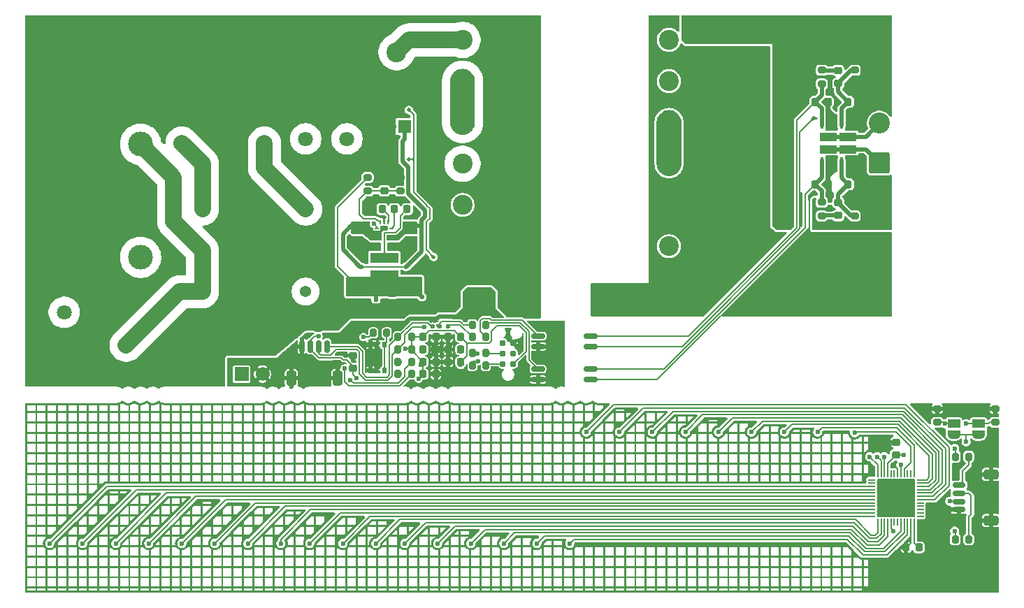
<source format=gbr>
%TF.GenerationSoftware,KiCad,Pcbnew,9.0.0-9.0.0-2~ubuntu24.04.1*%
%TF.CreationDate,2025-04-09T05:26:43-04:00*%
%TF.ProjectId,ECE2799_LED-Lamp,45434532-3739-4395-9f4c-45442d4c616d,rev?*%
%TF.SameCoordinates,Original*%
%TF.FileFunction,Copper,L1,Top*%
%TF.FilePolarity,Positive*%
%FSLAX46Y46*%
G04 Gerber Fmt 4.6, Leading zero omitted, Abs format (unit mm)*
G04 Created by KiCad (PCBNEW 9.0.0-9.0.0-2~ubuntu24.04.1) date 2025-04-09 05:26:43*
%MOMM*%
%LPD*%
G01*
G04 APERTURE LIST*
G04 Aperture macros list*
%AMRoundRect*
0 Rectangle with rounded corners*
0 $1 Rounding radius*
0 $2 $3 $4 $5 $6 $7 $8 $9 X,Y pos of 4 corners*
0 Add a 4 corners polygon primitive as box body*
4,1,4,$2,$3,$4,$5,$6,$7,$8,$9,$2,$3,0*
0 Add four circle primitives for the rounded corners*
1,1,$1+$1,$2,$3*
1,1,$1+$1,$4,$5*
1,1,$1+$1,$6,$7*
1,1,$1+$1,$8,$9*
0 Add four rect primitives between the rounded corners*
20,1,$1+$1,$2,$3,$4,$5,0*
20,1,$1+$1,$4,$5,$6,$7,0*
20,1,$1+$1,$6,$7,$8,$9,0*
20,1,$1+$1,$8,$9,$2,$3,0*%
%AMFreePoly0*
4,1,23,0.550000,-0.750000,0.000000,-0.750000,0.000000,-0.745722,-0.065263,-0.745722,-0.191342,-0.711940,-0.304381,-0.646677,-0.396677,-0.554381,-0.461940,-0.441342,-0.495722,-0.315263,-0.495722,-0.250000,-0.500000,-0.250000,-0.500000,0.250000,-0.495722,0.250000,-0.495722,0.315263,-0.461940,0.441342,-0.396677,0.554381,-0.304381,0.646677,-0.191342,0.711940,-0.065263,0.745722,0.000000,0.745722,
0.000000,0.750000,0.550000,0.750000,0.550000,-0.750000,0.550000,-0.750000,$1*%
%AMFreePoly1*
4,1,23,0.000000,0.745722,0.065263,0.745722,0.191342,0.711940,0.304381,0.646677,0.396677,0.554381,0.461940,0.441342,0.495722,0.315263,0.495722,0.250000,0.500000,0.250000,0.500000,-0.250000,0.495722,-0.250000,0.495722,-0.315263,0.461940,-0.441342,0.396677,-0.554381,0.304381,-0.646677,0.191342,-0.711940,0.065263,-0.745722,0.000000,-0.745722,0.000000,-0.750000,-0.550000,-0.750000,
-0.550000,0.750000,0.000000,0.750000,0.000000,0.745722,0.000000,0.745722,$1*%
G04 Aperture macros list end*
%TA.AperFunction,ComponentPad*%
%ADD10C,2.400000*%
%TD*%
%TA.AperFunction,SMDPad,CuDef*%
%ADD11RoundRect,0.200000X0.275000X-0.200000X0.275000X0.200000X-0.275000X0.200000X-0.275000X-0.200000X0*%
%TD*%
%TA.AperFunction,ComponentPad*%
%ADD12C,1.800000*%
%TD*%
%TA.AperFunction,ComponentPad*%
%ADD13C,3.000000*%
%TD*%
%TA.AperFunction,SMDPad,CuDef*%
%ADD14RoundRect,0.225000X-0.225000X-0.250000X0.225000X-0.250000X0.225000X0.250000X-0.225000X0.250000X0*%
%TD*%
%TA.AperFunction,SMDPad,CuDef*%
%ADD15FreePoly0,90.000000*%
%TD*%
%TA.AperFunction,SMDPad,CuDef*%
%ADD16R,1.500000X1.000000*%
%TD*%
%TA.AperFunction,SMDPad,CuDef*%
%ADD17FreePoly1,90.000000*%
%TD*%
%TA.AperFunction,SMDPad,CuDef*%
%ADD18RoundRect,0.250000X0.475000X-0.250000X0.475000X0.250000X-0.475000X0.250000X-0.475000X-0.250000X0*%
%TD*%
%TA.AperFunction,SMDPad,CuDef*%
%ADD19RoundRect,0.225000X0.250000X-0.225000X0.250000X0.225000X-0.250000X0.225000X-0.250000X-0.225000X0*%
%TD*%
%TA.AperFunction,SMDPad,CuDef*%
%ADD20RoundRect,0.200000X0.200000X0.275000X-0.200000X0.275000X-0.200000X-0.275000X0.200000X-0.275000X0*%
%TD*%
%TA.AperFunction,ConnectorPad*%
%ADD21C,0.787400*%
%TD*%
%TA.AperFunction,SMDPad,CuDef*%
%ADD22RoundRect,0.250000X-0.650000X0.325000X-0.650000X-0.325000X0.650000X-0.325000X0.650000X0.325000X0*%
%TD*%
%TA.AperFunction,SMDPad,CuDef*%
%ADD23RoundRect,0.218750X0.218750X0.256250X-0.218750X0.256250X-0.218750X-0.256250X0.218750X-0.256250X0*%
%TD*%
%TA.AperFunction,SMDPad,CuDef*%
%ADD24RoundRect,0.225000X0.225000X0.250000X-0.225000X0.250000X-0.225000X-0.250000X0.225000X-0.250000X0*%
%TD*%
%TA.AperFunction,SMDPad,CuDef*%
%ADD25R,0.600000X0.650000*%
%TD*%
%TA.AperFunction,SMDPad,CuDef*%
%ADD26R,0.700000X0.350000*%
%TD*%
%TA.AperFunction,SMDPad,CuDef*%
%ADD27RoundRect,0.200000X-0.200000X-0.275000X0.200000X-0.275000X0.200000X0.275000X-0.200000X0.275000X0*%
%TD*%
%TA.AperFunction,ComponentPad*%
%ADD28R,1.600000X1.600000*%
%TD*%
%TA.AperFunction,ComponentPad*%
%ADD29C,1.600000*%
%TD*%
%TA.AperFunction,SMDPad,CuDef*%
%ADD30RoundRect,0.218750X-0.218750X-0.256250X0.218750X-0.256250X0.218750X0.256250X-0.218750X0.256250X0*%
%TD*%
%TA.AperFunction,ComponentPad*%
%ADD31R,2.400000X2.400000*%
%TD*%
%TA.AperFunction,SMDPad,CuDef*%
%ADD32RoundRect,0.200000X-0.275000X0.200000X-0.275000X-0.200000X0.275000X-0.200000X0.275000X0.200000X0*%
%TD*%
%TA.AperFunction,SMDPad,CuDef*%
%ADD33R,3.400000X1.300000*%
%TD*%
%TA.AperFunction,ComponentPad*%
%ADD34R,1.700000X1.700000*%
%TD*%
%TA.AperFunction,ComponentPad*%
%ADD35C,1.700000*%
%TD*%
%TA.AperFunction,SMDPad,CuDef*%
%ADD36RoundRect,0.050000X0.350000X0.050000X-0.350000X0.050000X-0.350000X-0.050000X0.350000X-0.050000X0*%
%TD*%
%TA.AperFunction,SMDPad,CuDef*%
%ADD37RoundRect,0.050000X0.050000X0.350000X-0.050000X0.350000X-0.050000X-0.350000X0.050000X-0.350000X0*%
%TD*%
%TA.AperFunction,HeatsinkPad*%
%ADD38R,4.600000X4.600000*%
%TD*%
%TA.AperFunction,ComponentPad*%
%ADD39C,2.000000*%
%TD*%
%TA.AperFunction,SMDPad,CuDef*%
%ADD40RoundRect,0.218750X0.256250X-0.218750X0.256250X0.218750X-0.256250X0.218750X-0.256250X-0.218750X0*%
%TD*%
%TA.AperFunction,SMDPad,CuDef*%
%ADD41RoundRect,0.150000X-0.662500X-0.150000X0.662500X-0.150000X0.662500X0.150000X-0.662500X0.150000X0*%
%TD*%
%TA.AperFunction,SMDPad,CuDef*%
%ADD42RoundRect,0.150000X0.625000X-0.150000X0.625000X0.150000X-0.625000X0.150000X-0.625000X-0.150000X0*%
%TD*%
%TA.AperFunction,SMDPad,CuDef*%
%ADD43RoundRect,0.250000X0.650000X-0.350000X0.650000X0.350000X-0.650000X0.350000X-0.650000X-0.350000X0*%
%TD*%
%TA.AperFunction,SMDPad,CuDef*%
%ADD44RoundRect,0.218750X-0.256250X0.218750X-0.256250X-0.218750X0.256250X-0.218750X0.256250X0.218750X0*%
%TD*%
%TA.AperFunction,SMDPad,CuDef*%
%ADD45RoundRect,0.150000X-0.150000X-0.625000X0.150000X-0.625000X0.150000X0.625000X-0.150000X0.625000X0*%
%TD*%
%TA.AperFunction,SMDPad,CuDef*%
%ADD46RoundRect,0.250000X-0.350000X-0.650000X0.350000X-0.650000X0.350000X0.650000X-0.350000X0.650000X0*%
%TD*%
%TA.AperFunction,SMDPad,CuDef*%
%ADD47RoundRect,0.225000X-0.250000X0.225000X-0.250000X-0.225000X0.250000X-0.225000X0.250000X0.225000X0*%
%TD*%
%TA.AperFunction,ComponentPad*%
%ADD48RoundRect,0.249999X1.025001X-1.025001X1.025001X1.025001X-1.025001X1.025001X-1.025001X-1.025001X0*%
%TD*%
%TA.AperFunction,ComponentPad*%
%ADD49C,2.550000*%
%TD*%
%TA.AperFunction,ComponentPad*%
%ADD50C,1.371600*%
%TD*%
%TA.AperFunction,SMDPad,CuDef*%
%ADD51R,0.400000X0.650000*%
%TD*%
%TA.AperFunction,SMDPad,CuDef*%
%ADD52R,2.100000X1.000000*%
%TD*%
%TA.AperFunction,SMDPad,CuDef*%
%ADD53R,0.599999X0.249999*%
%TD*%
%TA.AperFunction,SMDPad,CuDef*%
%ADD54R,0.249999X0.599999*%
%TD*%
%TA.AperFunction,SMDPad,CuDef*%
%ADD55R,0.249999X1.825000*%
%TD*%
%TA.AperFunction,ViaPad*%
%ADD56C,0.600000*%
%TD*%
%TA.AperFunction,ViaPad*%
%ADD57C,0.508000*%
%TD*%
%TA.AperFunction,Conductor*%
%ADD58C,0.500000*%
%TD*%
%TA.AperFunction,Conductor*%
%ADD59C,0.152400*%
%TD*%
%TA.AperFunction,Conductor*%
%ADD60C,0.200000*%
%TD*%
%TA.AperFunction,Conductor*%
%ADD61C,2.000000*%
%TD*%
G04 APERTURE END LIST*
D10*
%TO.P,T1,1*%
%TO.N,/LED_Driver_AC-DC/VHV*%
X147500000Y-87500000D03*
%TO.P,T1,2*%
%TO.N,/LED_Driver_AC-DC/PRIMARY_TIE*%
X147500000Y-92500000D03*
%TO.P,T1,3*%
X147500000Y-97500000D03*
%TO.P,T1,4*%
%TO.N,/LED_Driver_AC-DC/DRAIN*%
X147500000Y-102500000D03*
%TO.P,T1,5*%
%TO.N,Net-(C21-Pad2)*%
X147500000Y-107500000D03*
%TO.P,T1,6*%
%TO.N,GNDPWR*%
X147500000Y-112500000D03*
%TO.P,T1,7*%
%TO.N,N/C*%
X172500000Y-112500000D03*
%TO.P,T1,8*%
%TO.N,/DC-*%
X172500000Y-107500000D03*
%TO.P,T1,9*%
%TO.N,Net-(T1-Pad10)*%
X172500000Y-102500000D03*
%TO.P,T1,10*%
X172500000Y-97500000D03*
%TO.P,T1,11*%
%TO.N,Net-(C4-Pad1)*%
X172500000Y-92500000D03*
%TO.P,T1,12*%
%TO.N,N/C*%
X172500000Y-87500000D03*
%TD*%
D11*
%TO.P,R13,1*%
%TO.N,Net-(D10-K)*%
X191000000Y-92825000D03*
%TO.P,R13,2*%
%TO.N,Net-(D13-K)*%
X191000000Y-91175000D03*
%TD*%
D12*
%TO.P,RV1,1*%
%TO.N,/AC+*%
X106750000Y-124500000D03*
%TO.P,RV1,2*%
%TO.N,/AC-*%
X99250000Y-120500000D03*
%TD*%
D13*
%TO.P,J1,1,L*%
%TO.N,/AC+*%
X108500000Y-100150000D03*
%TO.P,J1,2,N*%
%TO.N,/AC-*%
X108500000Y-113850000D03*
%TO.P,J1,3,PE*%
%TO.N,GNDPWR*%
X108500000Y-107000000D03*
%TD*%
D14*
%TO.P,C22,1*%
%TO.N,+3V3*%
X142725000Y-126500000D03*
%TO.P,C22,2*%
%TO.N,GND*%
X144275000Y-126500000D03*
%TD*%
%TO.P,C30,1*%
%TO.N,/LED_Driver_AC-DC/BST*%
X139225000Y-108000000D03*
%TO.P,C30,2*%
%TO.N,/LED_Driver_AC-DC/SW*%
X140775000Y-108000000D03*
%TD*%
D15*
%TO.P,JP4,1,A*%
%TO.N,VCC*%
X210000000Y-135300000D03*
D16*
%TO.P,JP4,2,C*%
%TO.N,/Capacitive_Touch_Sensor/ADDR1*%
X210000000Y-134000000D03*
D17*
%TO.P,JP4,3,B*%
%TO.N,GND1*%
X210000000Y-132700000D03*
%TD*%
D18*
%TO.P,C27,1*%
%TO.N,GNDPWR*%
X141000000Y-111950000D03*
%TO.P,C27,2*%
%TO.N,/LED_Driver_AC-DC/VIN*%
X141000000Y-110050000D03*
%TD*%
D19*
%TO.P,C31,1*%
%TO.N,/LED_Driver_AC-DC/3V3_FB*%
X138000000Y-105775000D03*
%TO.P,C31,2*%
%TO.N,GNDPWR*%
X138000000Y-104225000D03*
%TD*%
D18*
%TO.P,C28,1*%
%TO.N,GNDPWR*%
X135000000Y-111950000D03*
%TO.P,C28,2*%
%TO.N,/LED_Driver_AC-DC/VIN*%
X135000000Y-110050000D03*
%TD*%
D20*
%TO.P,R30,1*%
%TO.N,/Microcontroller/SWCLK_in*%
X150325000Y-125446104D03*
%TO.P,R30,2*%
%TO.N,/Microcontroller/SWCLK*%
X148675000Y-125446104D03*
%TD*%
D21*
%TO.P,J3,1,VCC*%
%TO.N,+3V3*%
X153635000Y-126770000D03*
%TO.P,J3,2,SWDIO*%
%TO.N,/Microcontroller/SWDIO_in*%
X152365000Y-126770000D03*
%TO.P,J3,3,~{RESET}*%
%TO.N,unconnected-(J3-~{RESET}-Pad3)*%
X153635000Y-125500000D03*
%TO.P,J3,4,SWCLK*%
%TO.N,/Microcontroller/SWCLK_in*%
X152365000Y-125500000D03*
%TO.P,J3,5,GND*%
%TO.N,GND*%
X153635000Y-124230000D03*
%TO.P,J3,6,SWO*%
%TO.N,unconnected-(J3-SWO-Pad6)*%
X152365000Y-124230000D03*
%TD*%
D22*
%TO.P,C32,1*%
%TO.N,+3V3*%
X141500000Y-117025000D03*
%TO.P,C32,2*%
%TO.N,GNDPWR*%
X141500000Y-119975000D03*
%TD*%
D23*
%TO.P,D7,1,K*%
%TO.N,/DC+*%
X195787500Y-105000000D03*
%TO.P,D7,2,A*%
%TO.N,Net-(D12-A)*%
X194212500Y-105000000D03*
%TD*%
D24*
%TO.P,C5,1*%
%TO.N,+1V1*%
X147275000Y-125000000D03*
%TO.P,C5,2*%
%TO.N,GND*%
X145725000Y-125000000D03*
%TD*%
D25*
%TO.P,S1,1*%
%TO.N,Net-(R33-Pad1)*%
X138050000Y-124425000D03*
%TO.P,S1,2*%
X138050000Y-127575000D03*
%TO.P,S1,3*%
%TO.N,GND*%
X136350000Y-124425000D03*
%TO.P,S1,4*%
X136350000Y-127575000D03*
D26*
%TO.P,S1,5*%
X137200000Y-124275000D03*
%TO.P,S1,6*%
X137200000Y-127725000D03*
%TD*%
D15*
%TO.P,JP3,1,A*%
%TO.N,VCC*%
X207000000Y-135300000D03*
D16*
%TO.P,JP3,2,C*%
%TO.N,/Capacitive_Touch_Sensor/ADDR0*%
X207000000Y-134000000D03*
D17*
%TO.P,JP3,3,B*%
%TO.N,GND1*%
X207000000Y-132700000D03*
%TD*%
D10*
%TO.P,C2,1*%
%TO.N,/LED_Driver_AC-DC/VHV*%
X139500000Y-89000000D03*
%TO.P,C2,2*%
%TO.N,GNDPWR*%
X124500000Y-89000000D03*
%TD*%
D14*
%TO.P,C24,1*%
%TO.N,+3V3*%
X142725000Y-123500000D03*
%TO.P,C24,2*%
%TO.N,GND*%
X144275000Y-123500000D03*
%TD*%
D24*
%TO.P,C19,1*%
%TO.N,Net-(U8-(INT)P0[1])*%
X202775000Y-149000000D03*
%TO.P,C19,2*%
%TO.N,GND1*%
X201225000Y-149000000D03*
%TD*%
D27*
%TO.P,R21,1*%
%TO.N,Net-(U8-(PR{slash}SDA)P1[0])*%
X207175000Y-148000000D03*
%TO.P,R21,2*%
%TO.N,/Capacitive_Touch_Sensor/SDA*%
X208825000Y-148000000D03*
%TD*%
D28*
%TO.P,C3,1*%
%TO.N,/LED_Driver_AC-DC/VIN*%
X140455113Y-98000000D03*
D29*
%TO.P,C3,2*%
%TO.N,GNDPWR*%
X138455113Y-98000000D03*
%TD*%
D30*
%TO.P,D6,1,K*%
%TO.N,Net-(D6-K)*%
X190212500Y-105000000D03*
%TO.P,D6,2,A*%
%TO.N,/DC-*%
X191787500Y-105000000D03*
%TD*%
D14*
%TO.P,C15,1*%
%TO.N,+3V3*%
X142725000Y-128000000D03*
%TO.P,C15,2*%
%TO.N,GND*%
X144275000Y-128000000D03*
%TD*%
D31*
%TO.P,C11,1*%
%TO.N,/DC+*%
X186323959Y-109000000D03*
D10*
%TO.P,C11,2*%
%TO.N,/DC-*%
X181323959Y-109000000D03*
%TD*%
D27*
%TO.P,R15,1*%
%TO.N,/DIR_A*%
X148675000Y-122000000D03*
%TO.P,R15,2*%
%TO.N,Net-(R15-Pad2)*%
X150325000Y-122000000D03*
%TD*%
D20*
%TO.P,R39,1*%
%TO.N,+3V3*%
X141325000Y-125000000D03*
%TO.P,R39,2*%
%TO.N,/Microcontroller/SDA*%
X139675000Y-125000000D03*
%TD*%
D31*
%TO.P,C10,1*%
%TO.N,/DC+*%
X186323959Y-91000000D03*
D10*
%TO.P,C10,2*%
%TO.N,/DC-*%
X181323959Y-91000000D03*
%TD*%
D19*
%TO.P,C25,1*%
%TO.N,+3V3*%
X134200000Y-127275000D03*
%TO.P,C25,2*%
%TO.N,GND*%
X134200000Y-125725000D03*
%TD*%
D23*
%TO.P,D11,1,K*%
%TO.N,/DC+*%
X195787500Y-95000000D03*
%TO.P,D11,2,A*%
%TO.N,Net-(D11-A)*%
X194212500Y-95000000D03*
%TD*%
D32*
%TO.P,R9,1*%
%TO.N,Net-(D6-K)*%
X191000000Y-107175000D03*
%TO.P,R9,2*%
%TO.N,Net-(D12-K)*%
X191000000Y-108825000D03*
%TD*%
D20*
%TO.P,R33,1*%
%TO.N,Net-(R33-Pad1)*%
X138325000Y-123000000D03*
%TO.P,R33,2*%
%TO.N,/Microcontroller/QSPI_~{CS}*%
X136675000Y-123000000D03*
%TD*%
D33*
%TO.P,L2,1,1*%
%TO.N,/LED_Driver_AC-DC/SW*%
X138000000Y-113950000D03*
%TO.P,L2,2,2*%
%TO.N,+3V3*%
X138000000Y-116050000D03*
%TD*%
D24*
%TO.P,C29,1*%
%TO.N,/LED_Driver_AC-DC/VCC*%
X137775000Y-108000000D03*
%TO.P,C29,2*%
%TO.N,GNDPWR*%
X136225000Y-108000000D03*
%TD*%
D11*
%TO.P,R22,1*%
%TO.N,/Capacitive_Touch_Sensor/ADDR0*%
X205000000Y-133825000D03*
%TO.P,R22,2*%
%TO.N,GND1*%
X205000000Y-132175000D03*
%TD*%
D20*
%TO.P,R40,1*%
%TO.N,+3V3*%
X141325000Y-123500000D03*
%TO.P,R40,2*%
%TO.N,/Microcontroller/SCL*%
X139675000Y-123500000D03*
%TD*%
D34*
%TO.P,J4,1,Pin_1*%
%TO.N,/Microcontroller/TEMP_SENSE*%
X120725000Y-128000000D03*
D35*
%TO.P,J4,2,Pin_2*%
%TO.N,GND*%
X123265000Y-128000000D03*
%TD*%
D22*
%TO.P,C33,1*%
%TO.N,+3V3*%
X134500000Y-117025000D03*
%TO.P,C33,2*%
%TO.N,GNDPWR*%
X134500000Y-119975000D03*
%TD*%
D36*
%TO.P,U8,1,NC*%
%TO.N,unconnected-(U8-NC-Pad1)*%
X202950000Y-145200000D03*
%TO.P,U8,2,P2[7]*%
%TO.N,unconnected-(U8-P2[7]-Pad2)*%
X202950000Y-144800000D03*
%TO.P,U8,3,P2[5]*%
%TO.N,unconnected-(U8-P2[5]-Pad3)*%
X202950000Y-144400000D03*
%TO.P,U8,4,P2[3]*%
%TO.N,unconnected-(U8-P2[3]-Pad4)*%
X202950000Y-144000000D03*
%TO.P,U8,5,P2[1]*%
%TO.N,unconnected-(U8-P2[1]-Pad5)*%
X202950000Y-143600000D03*
%TO.P,U8,6,P4[3]*%
%TO.N,/Capacitive_Touch_Sensor/SENSE18*%
X202950000Y-143200000D03*
%TO.P,U8,7,P4[1]*%
%TO.N,/Capacitive_Touch_Sensor/SENSE19*%
X202950000Y-142800000D03*
%TO.P,U8,8,P3[7]*%
%TO.N,/Capacitive_Touch_Sensor/SENSE20*%
X202950000Y-142400000D03*
%TO.P,U8,9,P3[5]*%
%TO.N,/Capacitive_Touch_Sensor/SENSE21*%
X202950000Y-142000000D03*
%TO.P,U8,10,P3[3]*%
%TO.N,/Capacitive_Touch_Sensor/SENSE22*%
X202950000Y-141600000D03*
%TO.P,U8,11,P3[1]*%
%TO.N,/Capacitive_Touch_Sensor/SENSE23*%
X202950000Y-141200000D03*
%TO.P,U8,12,(SCL)P1[7]*%
%TO.N,/Capacitive_Touch_Sensor/SENSE24*%
X202950000Y-140800000D03*
D37*
%TO.P,U8,13,(SDA)P1[5]*%
%TO.N,/Capacitive_Touch_Sensor/SENSE25*%
X202200000Y-140050000D03*
%TO.P,U8,14,NC*%
%TO.N,unconnected-(U8-NC-Pad14)*%
X201800000Y-140050000D03*
%TO.P,U8,15,NC*%
%TO.N,unconnected-(U8-NC-Pad15)*%
X201400000Y-140050000D03*
%TO.P,U8,16,P1[3]*%
%TO.N,/Capacitive_Touch_Sensor/SENSE26*%
X201000000Y-140050000D03*
%TO.P,U8,17,(PR/SCL)P1[1]*%
%TO.N,Net-(U8-(PR{slash}SCL)P1[1])*%
X200600000Y-140050000D03*
%TO.P,U8,18,VSS*%
%TO.N,GND1*%
X200200000Y-140050000D03*
%TO.P,U8,19,NC*%
%TO.N,unconnected-(U8-NC-Pad19)*%
X199800000Y-140050000D03*
%TO.P,U8,20,NC*%
%TO.N,unconnected-(U8-NC-Pad20)*%
X199400000Y-140050000D03*
%TO.P,U8,21,VDD*%
%TO.N,VCC*%
X199000000Y-140050000D03*
%TO.P,U8,22,(PR/SDA)P1[0]*%
%TO.N,Net-(U8-(PR{slash}SDA)P1[0])*%
X198600000Y-140050000D03*
%TO.P,U8,23,P1[2]*%
%TO.N,/Capacitive_Touch_Sensor/ADDR0*%
X198200000Y-140050000D03*
%TO.P,U8,24,P1[4]*%
%TO.N,/Capacitive_Touch_Sensor/ADDR1*%
X197800000Y-140050000D03*
D36*
%TO.P,U8,25,P1[6]*%
%TO.N,unconnected-(U8-P1[6]-Pad25)*%
X197050000Y-140800000D03*
%TO.P,U8,26,XRES*%
%TO.N,unconnected-(U8-XRES-Pad26)*%
X197050000Y-141200000D03*
%TO.P,U8,27,P3[0]*%
%TO.N,/Capacitive_Touch_Sensor/SENSE1*%
X197050000Y-141600000D03*
%TO.P,U8,28,P3[2]*%
%TO.N,/Capacitive_Touch_Sensor/SENSE2*%
X197050000Y-142000000D03*
%TO.P,U8,29,P3[4]*%
%TO.N,/Capacitive_Touch_Sensor/SENSE3*%
X197050000Y-142400000D03*
%TO.P,U8,30,P3[6]*%
%TO.N,/Capacitive_Touch_Sensor/SENSE4*%
X197050000Y-142800000D03*
%TO.P,U8,31,P4[0]*%
%TO.N,/Capacitive_Touch_Sensor/SENSE5*%
X197050000Y-143200000D03*
%TO.P,U8,32,P4[2]*%
%TO.N,/Capacitive_Touch_Sensor/SENSE6*%
X197050000Y-143600000D03*
%TO.P,U8,33,P2[0]*%
%TO.N,/Capacitive_Touch_Sensor/SENSE7*%
X197050000Y-144000000D03*
%TO.P,U8,34,P2[2]*%
%TO.N,/Capacitive_Touch_Sensor/SENSE8*%
X197050000Y-144400000D03*
%TO.P,U8,35,P2[4]*%
%TO.N,/Capacitive_Touch_Sensor/SENSE9*%
X197050000Y-144800000D03*
%TO.P,U8,36,P2[6]*%
%TO.N,/Capacitive_Touch_Sensor/SENSE10*%
X197050000Y-145200000D03*
D37*
%TO.P,U8,37,P0[0]*%
%TO.N,/Capacitive_Touch_Sensor/SENSE11*%
X197800000Y-145950000D03*
%TO.P,U8,38,P0[2]*%
%TO.N,/Capacitive_Touch_Sensor/SENSE12*%
X198200000Y-145950000D03*
%TO.P,U8,39,P0[4]*%
%TO.N,/Capacitive_Touch_Sensor/SENSE13*%
X198600000Y-145950000D03*
%TO.P,U8,40,P0[6]*%
%TO.N,/Capacitive_Touch_Sensor/SENSE14*%
X199000000Y-145950000D03*
%TO.P,U8,41,VDD2*%
%TO.N,VCC*%
X199400000Y-145950000D03*
%TO.P,U8,42,NC*%
%TO.N,unconnected-(U8-NC-Pad42)*%
X199800000Y-145950000D03*
%TO.P,U8,43,NC*%
%TO.N,unconnected-(U8-NC-Pad43)*%
X200200000Y-145950000D03*
%TO.P,U8,44,P0[7]*%
%TO.N,/Capacitive_Touch_Sensor/SENSE15*%
X200600000Y-145950000D03*
%TO.P,U8,45,P0[5]*%
%TO.N,/Capacitive_Touch_Sensor/SENSE16*%
X201000000Y-145950000D03*
%TO.P,U8,46,(INT)P0[3]*%
%TO.N,/Capacitive_Touch_Sensor/SENSE17*%
X201400000Y-145950000D03*
%TO.P,U8,47,VSS2*%
%TO.N,GND1*%
X201800000Y-145950000D03*
%TO.P,U8,48,(INT)P0[1]*%
%TO.N,Net-(U8-(INT)P0[1])*%
X202200000Y-145950000D03*
D38*
%TO.P,U8,49,Center_Pad*%
%TO.N,GND1*%
X200000000Y-143000000D03*
%TD*%
D20*
%TO.P,R31,1*%
%TO.N,/Microcontroller/SWDIO_in*%
X150325000Y-126946104D03*
%TO.P,R31,2*%
%TO.N,/Microcontroller/SWDIO*%
X148675000Y-126946104D03*
%TD*%
D39*
%TO.P,C1,1*%
%TO.N,/LED_Driver_AC-DC/AC_EMI+*%
X113500000Y-100000000D03*
%TO.P,C1,2*%
%TO.N,/LED_Driver_AC-DC/AC_EMI-*%
X123500000Y-100000000D03*
%TD*%
D27*
%TO.P,R35,1*%
%TO.N,/Microcontroller/USB_DM*%
X139675000Y-128000000D03*
%TO.P,R35,2*%
%TO.N,/Microcontroller/USB_DM_in*%
X141325000Y-128000000D03*
%TD*%
D24*
%TO.P,C17,1*%
%TO.N,+3V3*%
X147275000Y-123500000D03*
%TO.P,C17,2*%
%TO.N,GND*%
X145725000Y-123500000D03*
%TD*%
D40*
%TO.P,D12,1,K*%
%TO.N,Net-(D12-K)*%
X193000000Y-108787500D03*
%TO.P,D12,2,A*%
%TO.N,Net-(D12-A)*%
X193000000Y-107212500D03*
%TD*%
D41*
%TO.P,U6,1*%
%TO.N,Net-(R16-Pad1)*%
X156625000Y-123365000D03*
%TO.P,U6,2*%
%TO.N,GND*%
X156625000Y-124635000D03*
%TO.P,U6,3*%
%TO.N,/DC-*%
X163000000Y-124635000D03*
%TO.P,U6,4*%
%TO.N,Net-(D10-K)*%
X163000000Y-123365000D03*
%TD*%
D32*
%TO.P,R14,1*%
%TO.N,Net-(D11-A)*%
X195000000Y-91175000D03*
%TO.P,R14,2*%
%TO.N,/DC+*%
X195000000Y-92825000D03*
%TD*%
D24*
%TO.P,C16,1*%
%TO.N,+3V3*%
X147275000Y-126500000D03*
%TO.P,C16,2*%
%TO.N,GND*%
X145725000Y-126500000D03*
%TD*%
D11*
%TO.P,R11,1*%
%TO.N,Net-(D12-A)*%
X195000000Y-108825000D03*
%TO.P,R11,2*%
%TO.N,/DC+*%
X195000000Y-107175000D03*
%TD*%
D42*
%TO.P,J2,1,Pin_1*%
%TO.N,GND1*%
X207630000Y-144430000D03*
%TO.P,J2,2,Pin_2*%
%TO.N,VCC*%
X207630000Y-143430000D03*
%TO.P,J2,3,Pin_3*%
%TO.N,/Capacitive_Touch_Sensor/SDA*%
X207630000Y-142430000D03*
%TO.P,J2,4,Pin_4*%
%TO.N,/Capacitive_Touch_Sensor/SCL*%
X207630000Y-141430000D03*
D43*
%TO.P,J2,MP,MountPin*%
%TO.N,GND1*%
X211505000Y-145730000D03*
X211505000Y-140130000D03*
%TD*%
D18*
%TO.P,C34,1*%
%TO.N,GNDPWR*%
X137000000Y-119950000D03*
%TO.P,C34,2*%
%TO.N,+3V3*%
X137000000Y-118050000D03*
%TD*%
D44*
%TO.P,D13,1,K*%
%TO.N,Net-(D13-K)*%
X193000000Y-91212500D03*
%TO.P,D13,2,A*%
%TO.N,Net-(D11-A)*%
X193000000Y-92787500D03*
%TD*%
D30*
%TO.P,D10,1,K*%
%TO.N,Net-(D10-K)*%
X190212500Y-95000000D03*
%TO.P,D10,2,A*%
%TO.N,/DC-*%
X191787500Y-95000000D03*
%TD*%
D45*
%TO.P,J5,1,Pin_1*%
%TO.N,GND*%
X128070000Y-124630000D03*
%TO.P,J5,2,Pin_2*%
%TO.N,+3V3*%
X129070000Y-124630000D03*
%TO.P,J5,3,Pin_3*%
%TO.N,/Microcontroller/SDA*%
X130070000Y-124630000D03*
%TO.P,J5,4,Pin_4*%
%TO.N,/Microcontroller/SCL*%
X131070000Y-124630000D03*
D46*
%TO.P,J5,MP,MountPin*%
%TO.N,GND*%
X126770000Y-128505000D03*
X132370000Y-128505000D03*
%TD*%
D41*
%TO.P,U5,1*%
%TO.N,Net-(R15-Pad2)*%
X156625000Y-127365000D03*
%TO.P,U5,2*%
%TO.N,GND*%
X156625000Y-128635000D03*
%TO.P,U5,3*%
%TO.N,/DC-*%
X163000000Y-128635000D03*
%TO.P,U5,4*%
%TO.N,Net-(D6-K)*%
X163000000Y-127365000D03*
%TD*%
D27*
%TO.P,R17,1*%
%TO.N,Net-(U8-(PR{slash}SCL)P1[1])*%
X207175000Y-138000000D03*
%TO.P,R17,2*%
%TO.N,/Capacitive_Touch_Sensor/SCL*%
X208825000Y-138000000D03*
%TD*%
D47*
%TO.P,C18,1*%
%TO.N,GND1*%
X200000000Y-136225000D03*
%TO.P,C18,2*%
%TO.N,VCC*%
X200000000Y-137775000D03*
%TD*%
D32*
%TO.P,R19,1*%
%TO.N,+3V3*%
X136000000Y-104175000D03*
%TO.P,R19,2*%
%TO.N,/LED_Driver_AC-DC/3V3_FB*%
X136000000Y-105825000D03*
%TD*%
D20*
%TO.P,R34,1*%
%TO.N,/Microcontroller/USB_DP_in*%
X141325000Y-126500000D03*
%TO.P,R34,2*%
%TO.N,/Microcontroller/USB_DP*%
X139675000Y-126500000D03*
%TD*%
D48*
%TO.P,J6,1,Pin_1*%
%TO.N,/LED_A*%
X198000000Y-102400000D03*
D49*
%TO.P,J6,2,Pin_2*%
%TO.N,/LED_B*%
X198000000Y-97600000D03*
%TD*%
D12*
%TO.P,L1,1*%
%TO.N,/LED_Driver_AC-DC/AC_Filter+*%
X133500000Y-99500000D03*
%TO.P,L1,2*%
%TO.N,/LED_Driver_AC-DC/AC_EMI+*%
X128500000Y-99500000D03*
%TD*%
D11*
%TO.P,R20,1*%
%TO.N,/LED_Driver_AC-DC/3V3_FB*%
X140000000Y-105825000D03*
%TO.P,R20,2*%
%TO.N,GNDPWR*%
X140000000Y-104175000D03*
%TD*%
D50*
%TO.P,FL1,1,1*%
%TO.N,/AC-*%
X128500000Y-118000000D03*
%TO.P,FL1,2,2*%
%TO.N,/AC+*%
X116000000Y-118000000D03*
%TO.P,FL1,3,3*%
%TO.N,/LED_Driver_AC-DC/AC_EMI+*%
X116000000Y-108000000D03*
%TO.P,FL1,4,4*%
%TO.N,/LED_Driver_AC-DC/AC_EMI-*%
X128500000Y-108000000D03*
%TD*%
D51*
%TO.P,U4,1,G1*%
%TO.N,Net-(D6-K)*%
X191000000Y-102075000D03*
%TO.P,U4,2,S1*%
%TO.N,/DC-*%
X191800000Y-102075000D03*
%TO.P,U4,3,S1*%
X192600000Y-102075000D03*
%TO.P,U4,4,G2*%
%TO.N,Net-(D12-A)*%
X193400000Y-102075000D03*
%TO.P,U4,5,S2*%
%TO.N,/DC+*%
X194200000Y-102075000D03*
%TO.P,U4,6,S2*%
X195000000Y-102075000D03*
%TO.P,U4,7,S3*%
X195000000Y-97925000D03*
%TO.P,U4,8,S3*%
X194200000Y-97925000D03*
%TO.P,U4,9,G3*%
%TO.N,Net-(D11-A)*%
X193400000Y-97925000D03*
%TO.P,U4,10,S4*%
%TO.N,/DC-*%
X192600000Y-97925000D03*
%TO.P,U4,11,S4*%
X191800000Y-97925000D03*
%TO.P,U4,12,G4*%
%TO.N,Net-(D10-K)*%
X191000000Y-97925000D03*
D52*
%TO.P,U4,13,D1/2*%
%TO.N,/LED_A*%
X191825000Y-100750000D03*
%TO.P,U4,14,D1/2*%
X194175000Y-100750000D03*
%TO.P,U4,15,D3/4*%
%TO.N,/LED_B*%
X194175000Y-99250000D03*
%TO.P,U4,16,D3/4*%
X191825000Y-99250000D03*
%TD*%
D11*
%TO.P,R24,1*%
%TO.N,/Capacitive_Touch_Sensor/ADDR1*%
X212000000Y-133825000D03*
%TO.P,R24,2*%
%TO.N,GND1*%
X212000000Y-132175000D03*
%TD*%
D20*
%TO.P,R16,1*%
%TO.N,Net-(R16-Pad1)*%
X150325000Y-123500000D03*
%TO.P,R16,2*%
%TO.N,/DIR_B*%
X148675000Y-123500000D03*
%TD*%
D53*
%TO.P,U3,1,PGND*%
%TO.N,GNDPWR*%
X138900001Y-112124999D03*
%TO.P,U3,2,VIN*%
%TO.N,/LED_Driver_AC-DC/VIN*%
X138900001Y-111475000D03*
%TO.P,U3,3,NC*%
%TO.N,/LED_Driver_AC-DC/SW*%
X138900001Y-110824999D03*
%TO.P,U3,4,BST*%
%TO.N,/LED_Driver_AC-DC/BST*%
X138900001Y-110325000D03*
D54*
%TO.P,U3,5,VCC*%
%TO.N,/LED_Driver_AC-DC/VCC*%
X138499999Y-109600000D03*
%TO.P,U3,6,AGND*%
%TO.N,GNDPWR*%
X138000000Y-109600000D03*
%TO.P,U3,7,FB*%
%TO.N,/LED_Driver_AC-DC/3V3_FB*%
X137500001Y-109600000D03*
D53*
%TO.P,U3,8,PG*%
%TO.N,/LED_Driver_AC-DC/CTRL2*%
X137099999Y-110325000D03*
%TO.P,U3,9,EN*%
%TO.N,/LED_Driver_AC-DC/VIN*%
X137099999Y-110824999D03*
%TO.P,U3,10,VIN*%
X137099999Y-111475000D03*
%TO.P,U3,11,PGND*%
%TO.N,GNDPWR*%
X137099999Y-112124999D03*
D55*
%TO.P,U3,12,SW*%
%TO.N,/LED_Driver_AC-DC/SW*%
X138000000Y-111787999D03*
%TD*%
D44*
%TO.P,D2,1,K*%
%TO.N,+3V3*%
X139000000Y-118212500D03*
%TO.P,D2,2,A*%
%TO.N,GNDPWR*%
X139000000Y-119787500D03*
%TD*%
D14*
%TO.P,C12,1*%
%TO.N,+1V1*%
X142725000Y-125000000D03*
%TO.P,C12,2*%
%TO.N,GND*%
X144275000Y-125000000D03*
%TD*%
D39*
%TO.P,C20,1*%
%TO.N,GNDPWR*%
X155000000Y-119000000D03*
%TO.P,C20,2*%
%TO.N,/DC-*%
X165000000Y-119000000D03*
%TD*%
D56*
%TO.N,GND*%
X146000000Y-123500000D03*
X154605700Y-124598838D03*
X137000000Y-125500000D03*
X145000000Y-124500000D03*
X150500000Y-120000000D03*
X130000000Y-127000000D03*
X144000000Y-124500000D03*
X132000000Y-124000000D03*
X136000000Y-125500000D03*
X144000000Y-123500000D03*
X146000000Y-125500000D03*
X133000000Y-123000000D03*
X137000000Y-124500000D03*
X150000000Y-129000000D03*
X149500000Y-119000000D03*
X133000000Y-124000000D03*
X148500000Y-121000000D03*
X145000000Y-125500000D03*
X134000000Y-124000000D03*
X153000000Y-123498836D03*
X145000000Y-129000000D03*
X146000000Y-124500000D03*
X149000000Y-129000000D03*
X144000000Y-125500000D03*
X145000000Y-123500000D03*
X147000000Y-129000000D03*
X139400000Y-122400000D03*
X150500000Y-118000000D03*
X129000000Y-127000000D03*
X126000000Y-126000000D03*
X130000000Y-128000000D03*
X127000000Y-125000000D03*
X146000000Y-129000000D03*
X136000000Y-124500000D03*
X148000000Y-129000000D03*
X151000000Y-129000000D03*
X133300000Y-125700000D03*
D57*
%TO.N,/LED_Driver_AC-DC/VIN*%
X142964760Y-108909939D03*
%TO.N,/LED_Driver_AC-DC/VINSENSE*%
X141000000Y-102000000D03*
X141000000Y-96000000D03*
X144000000Y-113804950D03*
D56*
%TO.N,/LED_Driver_AC-DC/CTRL2*%
X136725000Y-109802936D03*
%TO.N,+3V3*%
X130060424Y-123402600D03*
X147275000Y-123500000D03*
X142595529Y-118652025D03*
X134626572Y-128446410D03*
X142725000Y-123500000D03*
X147275000Y-126900000D03*
X137000000Y-118997600D03*
X142400000Y-126900000D03*
X142177029Y-128540238D03*
X140575000Y-124913547D03*
D57*
%TO.N,/DC+*%
X195000000Y-97000000D03*
X195000000Y-105787500D03*
X195000000Y-104000000D03*
X195000000Y-96000000D03*
X195000000Y-94212500D03*
%TO.N,/DC-*%
X190104054Y-106104054D03*
X190000000Y-97000000D03*
X192000000Y-107000000D03*
X191800000Y-97000000D03*
X191800000Y-103000000D03*
X191800000Y-104000000D03*
X191800000Y-96000000D03*
%TO.N,Net-(D6-K)*%
X191000000Y-105787500D03*
%TO.N,Net-(D10-K)*%
X191000000Y-94212500D03*
D56*
%TO.N,/DIR_A*%
X144705757Y-122219200D03*
%TO.N,/DIR_B*%
X145726047Y-122219200D03*
%TO.N,Net-(U8-(PR{slash}SCL)P1[1])*%
X200600000Y-139000000D03*
X207100000Y-137000000D03*
%TO.N,Net-(U8-(PR{slash}SDA)P1[0])*%
X198600000Y-138000000D03*
X207100000Y-147000000D03*
%TO.N,/Capacitive_Touch_Sensor/ADDR0*%
X197700000Y-138000000D03*
X205900000Y-134000000D03*
%TO.N,/Capacitive_Touch_Sensor/ADDR1*%
X196800000Y-138000000D03*
X208500000Y-134000000D03*
%TO.N,/Capacitive_Touch_Sensor/SENSE17*%
X160500000Y-148500000D03*
%TO.N,/Capacitive_Touch_Sensor/SENSE18*%
X162500000Y-135000000D03*
%TO.N,/Capacitive_Touch_Sensor/SENSE1*%
X97500000Y-148500000D03*
%TO.N,/Capacitive_Touch_Sensor/SENSE22*%
X178500000Y-135000000D03*
%TO.N,/Capacitive_Touch_Sensor/SENSE26*%
X195000000Y-135100000D03*
%TO.N,/Capacitive_Touch_Sensor/SENSE10*%
X133000000Y-148500000D03*
%TO.N,/Capacitive_Touch_Sensor/SENSE8*%
X125500000Y-148500000D03*
%TO.N,/Capacitive_Touch_Sensor/SENSE14*%
X148500000Y-148500000D03*
%TO.N,/Capacitive_Touch_Sensor/SENSE21*%
X174500000Y-135000000D03*
%TO.N,/Capacitive_Touch_Sensor/SENSE23*%
X182500000Y-135000000D03*
%TO.N,/Capacitive_Touch_Sensor/SENSE3*%
X105500000Y-148500000D03*
%TO.N,/Capacitive_Touch_Sensor/SENSE20*%
X170500000Y-135000000D03*
%TO.N,/Capacitive_Touch_Sensor/SENSE24*%
X186500000Y-135000000D03*
%TO.N,/Capacitive_Touch_Sensor/SENSE15*%
X152500000Y-148500000D03*
%TO.N,/Capacitive_Touch_Sensor/SENSE12*%
X140500000Y-148500000D03*
%TO.N,/Capacitive_Touch_Sensor/SENSE13*%
X144500000Y-148500000D03*
%TO.N,/Capacitive_Touch_Sensor/SENSE16*%
X156500000Y-148500000D03*
%TO.N,/Capacitive_Touch_Sensor/SENSE7*%
X121500000Y-148500000D03*
%TO.N,/Capacitive_Touch_Sensor/SENSE4*%
X109500000Y-148500000D03*
%TO.N,/Capacitive_Touch_Sensor/SENSE9*%
X129000000Y-148500000D03*
%TO.N,/Capacitive_Touch_Sensor/SENSE5*%
X113500000Y-148500000D03*
%TO.N,/Capacitive_Touch_Sensor/SENSE19*%
X166500000Y-135000000D03*
%TO.N,/Capacitive_Touch_Sensor/SENSE11*%
X137000000Y-148500000D03*
%TO.N,/Capacitive_Touch_Sensor/SENSE6*%
X117500000Y-148500000D03*
%TO.N,/Capacitive_Touch_Sensor/SENSE2*%
X101500000Y-148500000D03*
%TO.N,/Capacitive_Touch_Sensor/SENSE25*%
X190500000Y-135000000D03*
D57*
%TO.N,GNDPWR*%
X145500000Y-106500000D03*
D56*
X120000000Y-110000000D03*
D57*
X137000000Y-107000000D03*
X152300000Y-112500000D03*
X152300000Y-114600000D03*
X144500000Y-105500000D03*
X153700000Y-112500000D03*
X145000000Y-101000000D03*
X138000000Y-109000000D03*
X151600000Y-114600000D03*
X143000000Y-99950000D03*
X144000000Y-101000000D03*
X143300000Y-114500000D03*
X141000000Y-113765300D03*
X153700000Y-114600000D03*
X153000000Y-114600000D03*
D56*
X105000000Y-105000000D03*
D57*
X154400000Y-113200000D03*
D56*
X153500000Y-119000000D03*
D57*
X151600000Y-113200000D03*
X140800000Y-109000000D03*
X144500000Y-102500000D03*
X145000000Y-105000000D03*
X133800000Y-112700000D03*
X142500000Y-100500000D03*
D56*
X115000000Y-85000000D03*
D57*
X154400000Y-112500000D03*
X146000000Y-106000000D03*
X138000000Y-107000000D03*
X145000000Y-103000000D03*
X151600000Y-112500000D03*
X140300000Y-113765300D03*
X154400000Y-113900000D03*
X136000000Y-107000000D03*
X154400000Y-114600000D03*
D56*
X100000000Y-110000000D03*
X95000000Y-95000000D03*
D57*
X144500000Y-101481651D03*
X143000000Y-101000000D03*
D56*
X125000000Y-85000000D03*
D57*
X145000000Y-102000000D03*
D56*
X105000000Y-85000000D03*
D57*
X145500000Y-105500000D03*
D56*
X152500000Y-118000000D03*
X95000000Y-125000000D03*
X120000000Y-90000000D03*
X105000000Y-95000000D03*
X100000000Y-90000000D03*
X95000000Y-115000000D03*
X120000000Y-100000000D03*
D57*
X143300000Y-115200000D03*
X143500000Y-100500000D03*
X145000000Y-100000000D03*
D56*
X152500000Y-120000000D03*
D57*
X151600000Y-113900000D03*
X144500000Y-104500000D03*
X153000000Y-112500000D03*
X144500000Y-99500000D03*
X133800000Y-112000000D03*
D56*
X95000000Y-105000000D03*
D57*
X144000000Y-100000000D03*
D56*
X115000000Y-95000000D03*
D57*
X133800000Y-111300000D03*
D56*
X100000000Y-100000000D03*
D57*
X144500000Y-100500000D03*
X144500000Y-103500000D03*
D56*
X110000000Y-90000000D03*
D57*
X143300000Y-115900000D03*
D56*
X95000000Y-85000000D03*
D57*
X145000000Y-106000000D03*
D56*
X120000000Y-120000000D03*
X110000000Y-110000000D03*
D57*
X145000000Y-104000000D03*
D56*
%TO.N,+1V1*%
X147275000Y-125000000D03*
X142725000Y-125000000D03*
%TO.N,/Microcontroller/QSPI_~{CS}*%
X135500000Y-123500000D03*
%TO.N,VCC*%
X200975735Y-137775735D03*
X208500000Y-136200000D03*
X206500000Y-143400000D03*
X199700000Y-147000000D03*
%TO.N,GND1*%
X208500000Y-132500000D03*
X203000000Y-153000000D03*
X198500000Y-141500000D03*
X207000000Y-149000000D03*
X209000000Y-151000000D03*
X201500000Y-143000000D03*
X206000000Y-144500000D03*
X201500000Y-141500000D03*
X199661765Y-138961765D03*
X208000000Y-145500000D03*
X201000000Y-151000000D03*
X198500000Y-143000000D03*
X207000000Y-153000000D03*
X201500000Y-144500000D03*
X199000000Y-137000000D03*
X206000000Y-145500000D03*
X200000000Y-144500000D03*
X206000000Y-132000000D03*
X211000000Y-153000000D03*
X200000000Y-141500000D03*
X205000000Y-151000000D03*
X200000000Y-143000000D03*
X211000000Y-132000000D03*
X198500000Y-144500000D03*
X211000000Y-149000000D03*
X205000000Y-144500000D03*
X199000000Y-153000000D03*
X205000000Y-145500000D03*
X203500000Y-132500000D03*
%TO.N,/Microcontroller/SCL*%
X143893388Y-122219200D03*
%TO.N,/Microcontroller/SDA*%
X142851858Y-122308200D03*
%TO.N,/Microcontroller/USB_DP*%
X139911800Y-126500000D03*
%TO.N,/Microcontroller/USB_DM*%
X139911800Y-128000000D03*
%TO.N,/Microcontroller/SWDIO*%
X149367694Y-126440091D03*
%TO.N,/Microcontroller/SWCLK*%
X149325096Y-125472184D03*
%TO.N,/Microcontroller/USB_DP_in*%
X133876200Y-128723800D03*
%TO.N,/Microcontroller/USB_DM_in*%
X133225000Y-127294589D03*
%TD*%
D58*
%TO.N,GND*%
X144355968Y-121300000D02*
X144655968Y-121000000D01*
X141124238Y-121300000D02*
X144355968Y-121300000D01*
D59*
X133325000Y-125725000D02*
X134200000Y-125725000D01*
D58*
X140024238Y-122400000D02*
X141124238Y-121300000D01*
X139400000Y-122400000D02*
X140024238Y-122400000D01*
X144655968Y-121000000D02*
X148500000Y-121000000D01*
D59*
X133300000Y-125700000D02*
X133325000Y-125725000D01*
D58*
%TO.N,/LED_Driver_AC-DC/VIN*%
X142558063Y-113141937D02*
X142558063Y-110050000D01*
X140550189Y-115000000D02*
X140700000Y-115000000D01*
X142558063Y-109316636D02*
X142964760Y-108909939D01*
X140200000Y-102197021D02*
X140200000Y-99800000D01*
X135095649Y-115000000D02*
X135300000Y-115000000D01*
X133985376Y-110050000D02*
X133000000Y-111035376D01*
X140455113Y-99544887D02*
X140455113Y-98000000D01*
X135000000Y-110050000D02*
X133985376Y-110050000D01*
D60*
X135300000Y-115000000D02*
X140550189Y-115000000D01*
D58*
X133000000Y-111035376D02*
X133000000Y-112904351D01*
X133000000Y-112904351D02*
X135095649Y-115000000D01*
X140926000Y-106131133D02*
X140926000Y-102923021D01*
X142964760Y-108169893D02*
X140926000Y-106131133D01*
X142558063Y-110050000D02*
X141000000Y-110050000D01*
X142558063Y-110050000D02*
X142558063Y-109316636D01*
X142964760Y-108909939D02*
X142964760Y-108169893D01*
X140700000Y-115000000D02*
X142558063Y-113141937D01*
X140200000Y-99800000D02*
X140455113Y-99544887D01*
X140926000Y-102923021D02*
X140200000Y-102197021D01*
D60*
%TO.N,/LED_Driver_AC-DC/VINSENSE*%
X141556113Y-102200000D02*
X141556113Y-102156113D01*
X141556113Y-102156113D02*
X141400000Y-102000000D01*
X143519760Y-108680050D02*
X143515760Y-108676050D01*
X141000000Y-102000000D02*
X141400000Y-102000000D01*
X141556113Y-101843887D02*
X141400000Y-102000000D01*
X143519760Y-109139828D02*
X143519760Y-108680050D01*
X143192992Y-107618893D02*
X143000000Y-107425901D01*
X143109063Y-112914013D02*
X143109063Y-112763894D01*
X143109063Y-109544868D02*
X143188992Y-109464939D01*
X141556113Y-102000000D02*
X141556113Y-102200000D01*
X141400000Y-102000000D02*
X141556113Y-102000000D01*
X143188992Y-109464939D02*
X143194649Y-109464939D01*
X141556113Y-96556113D02*
X141556113Y-101800000D01*
X141556113Y-105956113D02*
X141556113Y-102200000D01*
X143000000Y-107425901D02*
X143000000Y-107400000D01*
X143000000Y-107400000D02*
X141556113Y-105956113D01*
X143194649Y-109464939D02*
X143519760Y-109139828D01*
X143109063Y-109821768D02*
X143109063Y-109544868D01*
X143109063Y-112763894D02*
X143109063Y-110278232D01*
X143109063Y-110278232D02*
X143109063Y-109821768D01*
X141000000Y-96000000D02*
X141556113Y-96556113D01*
X141556113Y-101800000D02*
X141556113Y-102000000D01*
X143515760Y-108676050D02*
X143515760Y-108398125D01*
X141556113Y-101800000D02*
X141556113Y-101843887D01*
X144000000Y-113804950D02*
X143109063Y-112914013D01*
X143515760Y-108398125D02*
X143515760Y-107941661D01*
X143515760Y-107941661D02*
X143192992Y-107618893D01*
%TO.N,/LED_Driver_AC-DC/CTRL2*%
X137099999Y-110177935D02*
X136725000Y-109802936D01*
X137099999Y-110325000D02*
X137099999Y-110177935D01*
D61*
%TO.N,/LED_Driver_AC-DC/AC_EMI+*%
X116000000Y-108000000D02*
X116000000Y-102500000D01*
X116000000Y-102500000D02*
X113500000Y-100000000D01*
%TO.N,/LED_Driver_AC-DC/AC_EMI-*%
X123500000Y-103000000D02*
X128500000Y-108000000D01*
X123500000Y-100000000D02*
X123500000Y-103000000D01*
%TO.N,/LED_Driver_AC-DC/VHV*%
X147500000Y-87500000D02*
X141000000Y-87500000D01*
X141000000Y-87500000D02*
X139500000Y-89000000D01*
D60*
%TO.N,/LED_Driver_AC-DC/VCC*%
X138555000Y-108770111D02*
X137784889Y-108000000D01*
X138555000Y-109544999D02*
X138555000Y-108770111D01*
X138499999Y-109600000D02*
X138555000Y-109544999D01*
X137784889Y-108000000D02*
X137775000Y-108000000D01*
%TO.N,/LED_Driver_AC-DC/BST*%
X139225000Y-110000001D02*
X139225000Y-108000000D01*
X138900001Y-110325000D02*
X139225000Y-110000001D01*
D59*
%TO.N,+3V3*%
X130056692Y-126000000D02*
X129738892Y-125682200D01*
X142700000Y-128025000D02*
X142725000Y-128000000D01*
X141325000Y-125000000D02*
X141325000Y-125100000D01*
X143477200Y-122747800D02*
X146522800Y-122747800D01*
X129738892Y-125682200D02*
X129492800Y-125436108D01*
D58*
X137000000Y-118050000D02*
X137000000Y-118997600D01*
D59*
X141238547Y-124913547D02*
X141325000Y-125000000D01*
X134200000Y-127275000D02*
X134200000Y-128019838D01*
X155181900Y-122962709D02*
X154356691Y-122137500D01*
X131353616Y-126053400D02*
X130446384Y-126053400D01*
X140575000Y-124913547D02*
X141238547Y-124913547D01*
X142177029Y-128540238D02*
X142692267Y-128025000D01*
D60*
X136000000Y-104175000D02*
X132400000Y-107775000D01*
D59*
X133439329Y-126277200D02*
X133060915Y-126277200D01*
X142725000Y-123500000D02*
X143477200Y-122747800D01*
X129597400Y-123402600D02*
X130060424Y-123402600D01*
X146522800Y-122747800D02*
X147275000Y-123500000D01*
X131646384Y-126053400D02*
X131646383Y-126053400D01*
X129070000Y-124630000D02*
X129070000Y-123930000D01*
D58*
X142595529Y-118652025D02*
X141500000Y-117556497D01*
D59*
X155181900Y-125223100D02*
X155181900Y-122962709D01*
X129070000Y-125013308D02*
X129070000Y-124630000D01*
X133060915Y-126277200D02*
X132783715Y-126000000D01*
D60*
X132400000Y-107775000D02*
X132400000Y-114925000D01*
D59*
X130153617Y-126053400D02*
X130153616Y-126053400D01*
X141325000Y-125100000D02*
X142725000Y-126500000D01*
X142692267Y-128025000D02*
X142700000Y-128025000D01*
X151002200Y-122778609D02*
X151002200Y-123978204D01*
X151643309Y-122137500D02*
X151002200Y-122778609D01*
X148052200Y-124400000D02*
X148200000Y-124252200D01*
X129070000Y-123930000D02*
X129597400Y-123402600D01*
X134200000Y-127275000D02*
X134200000Y-127037871D01*
X147325000Y-126550000D02*
X147275000Y-126500000D01*
X154356691Y-122137500D02*
X151643309Y-122137500D01*
X129492800Y-125436108D02*
X129070000Y-125013308D01*
X150728204Y-124252200D02*
X148200000Y-124252200D01*
X148200000Y-124252200D02*
X148027200Y-124252200D01*
X134200000Y-128019838D02*
X134626572Y-128446410D01*
X132783715Y-126000000D02*
X131699784Y-126000000D01*
X134200000Y-127037871D02*
X133439329Y-126277200D01*
X130100216Y-126000000D02*
X130056692Y-126000000D01*
X148045400Y-124400000D02*
X148045400Y-124270400D01*
X148027200Y-124252200D02*
X147275000Y-123500000D01*
X131699784Y-126000000D02*
X131646384Y-126053400D01*
X148045400Y-125729600D02*
X148045400Y-124400000D01*
X142725000Y-123500000D02*
X141325000Y-123500000D01*
X131646383Y-126053400D02*
X131353616Y-126053400D01*
X148045400Y-124400000D02*
X148052200Y-124400000D01*
X153635000Y-126770000D02*
X155181900Y-125223100D01*
D58*
X141500000Y-117556497D02*
X141500000Y-117025000D01*
D59*
X130153616Y-126053400D02*
X130100216Y-126000000D01*
X130446384Y-126053400D02*
X130153617Y-126053400D01*
X147275000Y-126500000D02*
X148045400Y-125729600D01*
D60*
X132400000Y-114925000D02*
X134500000Y-117025000D01*
D59*
X141325000Y-125000000D02*
X141325000Y-123500000D01*
X142725000Y-128000000D02*
X142725000Y-126500000D01*
X151002200Y-123978204D02*
X150728204Y-124252200D01*
X148045400Y-124270400D02*
X148027200Y-124252200D01*
D60*
%TO.N,/LED_Driver_AC-DC/3V3_FB*%
X136973943Y-109201936D02*
X136901936Y-109201936D01*
X135000000Y-106825000D02*
X136000000Y-105825000D01*
X137072007Y-109300000D02*
X136973943Y-109201936D01*
X136900000Y-109200000D02*
X135500000Y-109200000D01*
X135500000Y-109200000D02*
X135000000Y-108700000D01*
X135000000Y-108700000D02*
X135000000Y-106825000D01*
X136901936Y-109201936D02*
X136900000Y-109200000D01*
X137200001Y-109300000D02*
X137072007Y-109300000D01*
X136000000Y-105825000D02*
X140000000Y-105825000D01*
X137500001Y-109600000D02*
X137200001Y-109300000D01*
D58*
%TO.N,/DC+*%
X194200000Y-102075000D02*
X194200000Y-103412500D01*
X194200000Y-97925000D02*
X194200000Y-96587500D01*
X195000000Y-102075000D02*
X195000000Y-104000000D01*
X194200000Y-103412500D02*
X195000000Y-104212500D01*
X195000000Y-97000000D02*
X195000000Y-96000000D01*
X195000000Y-97925000D02*
X195000000Y-97000000D01*
X195000000Y-96000000D02*
X195000000Y-95787500D01*
X195000000Y-107175000D02*
X195000000Y-105787500D01*
X195000000Y-104000000D02*
X195000000Y-104212500D01*
X195000000Y-105787500D02*
X195787500Y-105000000D01*
X195000000Y-104212500D02*
X195787500Y-105000000D01*
X194200000Y-96587500D02*
X195000000Y-95787500D01*
X195000000Y-94212500D02*
X195787500Y-95000000D01*
X195000000Y-92825000D02*
X195000000Y-94212500D01*
X195000000Y-95787500D02*
X195787500Y-95000000D01*
%TO.N,/DC-*%
X191800000Y-95012500D02*
X191787500Y-95000000D01*
D60*
X171095110Y-128635000D02*
X189500000Y-110230110D01*
D58*
X191800000Y-97000000D02*
X191800000Y-96000000D01*
D60*
X189500000Y-110230110D02*
X189500000Y-106708108D01*
D58*
X192600000Y-102075000D02*
X192600000Y-103200000D01*
D60*
X163000000Y-128635000D02*
X171095110Y-128635000D01*
X190000000Y-97000000D02*
X188353400Y-98646600D01*
D58*
X191900000Y-103900000D02*
X191800000Y-104000000D01*
D60*
X189500000Y-106708108D02*
X190104054Y-106104054D01*
X188353400Y-110377142D02*
X174095542Y-124635000D01*
D58*
X192600000Y-103200000D02*
X191900000Y-103900000D01*
X191800000Y-104987500D02*
X191787500Y-105000000D01*
X191800000Y-102075000D02*
X191800000Y-103000000D01*
X191800000Y-104000000D02*
X191800000Y-104987500D01*
X191800000Y-103000000D02*
X191800000Y-104000000D01*
X191800000Y-96000000D02*
X191800000Y-95012500D01*
X192000000Y-105212500D02*
X191787500Y-105000000D01*
X191800000Y-97925000D02*
X191800000Y-97000000D01*
D60*
X188353400Y-98646600D02*
X188353400Y-110377142D01*
X174095542Y-124635000D02*
X163000000Y-124635000D01*
D58*
X192600000Y-97925000D02*
X192600000Y-96800000D01*
X192600000Y-96800000D02*
X191800000Y-96000000D01*
X192000000Y-107000000D02*
X192000000Y-105212500D01*
D61*
%TO.N,/AC+*%
X116000000Y-113000000D02*
X116000000Y-118000000D01*
X113250000Y-118000000D02*
X106750000Y-124500000D01*
X112500000Y-104150000D02*
X112500000Y-109500000D01*
X112500000Y-109500000D02*
X116000000Y-113000000D01*
X116000000Y-118000000D02*
X113250000Y-118000000D01*
X108500000Y-100150000D02*
X112500000Y-104150000D01*
D58*
%TO.N,/LED_A*%
X198000000Y-102400000D02*
X196350000Y-100750000D01*
X191825000Y-100750000D02*
X194175000Y-100750000D01*
X196350000Y-100750000D02*
X194175000Y-100750000D01*
%TO.N,/LED_B*%
X196350000Y-99250000D02*
X194175000Y-99250000D01*
X198000000Y-97600000D02*
X196350000Y-99250000D01*
X191825000Y-99250000D02*
X194175000Y-99250000D01*
%TO.N,Net-(D6-K)*%
X191000000Y-107175000D02*
X191000000Y-105787500D01*
X191000000Y-102075000D02*
X191000000Y-104212500D01*
D60*
X163000000Y-127365000D02*
X171865326Y-127365000D01*
D58*
X191000000Y-104212500D02*
X190212500Y-105000000D01*
D60*
X189000000Y-110230326D02*
X189000000Y-106212500D01*
X189000000Y-106212500D02*
X190212500Y-105000000D01*
D58*
X191000000Y-105787500D02*
X190212500Y-105000000D01*
D60*
X171865326Y-127365000D02*
X189000000Y-110230326D01*
D58*
%TO.N,Net-(D11-A)*%
X193000000Y-93787500D02*
X194212500Y-95000000D01*
X193000000Y-92787500D02*
X193000000Y-93787500D01*
X193400000Y-95812500D02*
X193400000Y-97925000D01*
X194612500Y-91175000D02*
X193000000Y-92787500D01*
X195000000Y-91175000D02*
X194612500Y-91175000D01*
X194212500Y-95000000D02*
X193400000Y-95812500D01*
%TO.N,Net-(D12-A)*%
X195000000Y-108825000D02*
X194612500Y-108825000D01*
X194612500Y-108825000D02*
X193000000Y-107212500D01*
X193000000Y-107212500D02*
X193000000Y-106212500D01*
X193000000Y-106212500D02*
X194212500Y-105000000D01*
X193400000Y-102075000D02*
X193400000Y-104187500D01*
X193400000Y-104187500D02*
X194212500Y-105000000D01*
%TO.N,Net-(D10-K)*%
X191000000Y-95787500D02*
X190212500Y-95000000D01*
D60*
X188000000Y-110230759D02*
X188000000Y-97212500D01*
D58*
X191000000Y-94212500D02*
X190212500Y-95000000D01*
D60*
X174865759Y-123365000D02*
X188000000Y-110230759D01*
X163000000Y-123365000D02*
X174865759Y-123365000D01*
D58*
X191000000Y-97925000D02*
X191000000Y-95787500D01*
X191000000Y-92825000D02*
X191000000Y-94212500D01*
D60*
X188000000Y-97212500D02*
X190212500Y-95000000D01*
D58*
%TO.N,Net-(D12-K)*%
X191037500Y-108787500D02*
X191000000Y-108825000D01*
X193000000Y-108787500D02*
X191037500Y-108787500D01*
%TO.N,Net-(D13-K)*%
X191037500Y-91212500D02*
X191000000Y-91175000D01*
X193000000Y-91212500D02*
X191037500Y-91212500D01*
D60*
%TO.N,Net-(U8-(INT)P0[1])*%
X202200000Y-148425000D02*
X202775000Y-149000000D01*
X202200000Y-145950000D02*
X202200000Y-148425000D01*
D59*
%TO.N,Net-(R15-Pad2)*%
X155535300Y-126275300D02*
X156625000Y-127365000D01*
X150540900Y-121784100D02*
X154503075Y-121784100D01*
X154503075Y-121784100D02*
X155535300Y-122816325D01*
X155535300Y-122816325D02*
X155535300Y-126275300D01*
X150325000Y-122000000D02*
X150540900Y-121784100D01*
%TO.N,/DIR_A*%
X147607466Y-122000000D02*
X148675000Y-122000000D01*
X144417824Y-121983718D02*
X144434106Y-122000000D01*
X144705757Y-122219200D02*
X144484046Y-122219200D01*
X147249467Y-121642000D02*
X147301667Y-121694200D01*
X144966046Y-121642000D02*
X147249467Y-121642000D01*
X144705757Y-121902289D02*
X144966046Y-121642000D01*
X144484046Y-122219200D02*
X144417824Y-122152978D01*
X144705757Y-122219200D02*
X144705757Y-121902289D01*
X144417824Y-122152978D02*
X144417824Y-121983718D01*
X147301667Y-121694200D02*
X147301666Y-121694200D01*
X147301666Y-121694200D02*
X147480800Y-121873333D01*
X147480800Y-121873333D02*
X147607466Y-122000000D01*
%TO.N,Net-(R16-Pad1)*%
X149647800Y-122822800D02*
X149647800Y-121521796D01*
X150817100Y-121247800D02*
X151000000Y-121430700D01*
X149921796Y-121247800D02*
X150817100Y-121247800D01*
X151000000Y-121430700D02*
X154690700Y-121430700D01*
X150325000Y-123500000D02*
X149647800Y-122822800D01*
X154690700Y-121430700D02*
X156625000Y-123365000D01*
X149647800Y-121521796D02*
X149921796Y-121247800D01*
%TO.N,/DIR_B*%
X147175000Y-122000000D02*
X148675000Y-123500000D01*
X145726047Y-122219200D02*
X145945247Y-122000000D01*
X145945247Y-122000000D02*
X147175000Y-122000000D01*
D60*
%TO.N,/Capacitive_Touch_Sensor/SCL*%
X208030000Y-141030000D02*
X208030000Y-139770000D01*
X207630000Y-141430000D02*
X208030000Y-141030000D01*
X208030000Y-139770000D02*
X208825000Y-138975000D01*
X208825000Y-138975000D02*
X208825000Y-138000000D01*
%TO.N,Net-(U8-(PR{slash}SCL)P1[1])*%
X207175000Y-138000000D02*
X207175000Y-137075000D01*
X200600000Y-140050000D02*
X200600000Y-139000000D01*
X207175000Y-137075000D02*
X207100000Y-137000000D01*
%TO.N,/Capacitive_Touch_Sensor/SDA*%
X208825000Y-148000000D02*
X208825000Y-145275000D01*
X208804999Y-142430000D02*
X207630000Y-142430000D01*
X209106000Y-144994000D02*
X209106000Y-142731001D01*
X209106000Y-142731001D02*
X208804999Y-142430000D01*
X208825000Y-145275000D02*
X209106000Y-144994000D01*
%TO.N,Net-(U8-(PR{slash}SDA)P1[0])*%
X207175000Y-148000000D02*
X207175000Y-147075000D01*
X198600000Y-140050000D02*
X198600000Y-138000000D01*
X207175000Y-147075000D02*
X207100000Y-147000000D01*
%TO.N,/Capacitive_Touch_Sensor/ADDR0*%
X198200000Y-138500000D02*
X197700000Y-138000000D01*
X198200000Y-140050000D02*
X198200000Y-138500000D01*
X205000000Y-133825000D02*
X205725000Y-133825000D01*
X205900000Y-134000000D02*
X207000000Y-134000000D01*
X205725000Y-133825000D02*
X205900000Y-134000000D01*
%TO.N,/Capacitive_Touch_Sensor/ADDR1*%
X208500000Y-134000000D02*
X210000000Y-134000000D01*
X211375000Y-133825000D02*
X211200000Y-134000000D01*
X211200000Y-134000000D02*
X210000000Y-134000000D01*
X212000000Y-133825000D02*
X211375000Y-133825000D01*
X197800000Y-140050000D02*
X197800000Y-139000000D01*
X197800000Y-139000000D02*
X196800000Y-138000000D01*
%TO.N,/LED_Driver_AC-DC/SW*%
X138000000Y-113950000D02*
X138000000Y-111787999D01*
X138900001Y-110824999D02*
X139427000Y-110824999D01*
X139427000Y-110824999D02*
X139974000Y-110277999D01*
X138000000Y-110824999D02*
X138000000Y-111787999D01*
X139974000Y-108801000D02*
X140775000Y-108000000D01*
X139974000Y-110277999D02*
X139974000Y-108801000D01*
X138900001Y-110824999D02*
X138000000Y-110824999D01*
%TO.N,/Capacitive_Touch_Sensor/SENSE17*%
X201400000Y-147400000D02*
X201400000Y-145950000D01*
X160987000Y-148013000D02*
X194110400Y-148013000D01*
X198894000Y-149906000D02*
X201400000Y-147400000D01*
X160500000Y-148500000D02*
X160987000Y-148013000D01*
X196003400Y-149906000D02*
X198894000Y-149906000D01*
X194110400Y-148013000D02*
X196003400Y-149906000D01*
%TO.N,/Capacitive_Touch_Sensor/SENSE18*%
X204702600Y-143200000D02*
X202950000Y-143200000D01*
X201236800Y-131700000D02*
X206406000Y-136869200D01*
X206406000Y-141496600D02*
X204702600Y-143200000D01*
X162500000Y-135000000D02*
X165800000Y-131700000D01*
X165800000Y-131700000D02*
X201236800Y-131700000D01*
X206406000Y-136869200D02*
X206406000Y-141496600D01*
%TO.N,/Capacitive_Touch_Sensor/SENSE1*%
X104400000Y-141600000D02*
X197050000Y-141600000D01*
X97500000Y-148500000D02*
X104400000Y-141600000D01*
%TO.N,/Capacitive_Touch_Sensor/SENSE22*%
X202950000Y-141600000D02*
X204034200Y-141600000D01*
X204802000Y-137533600D02*
X200568400Y-133300000D01*
X204802000Y-140832200D02*
X204802000Y-137533600D01*
X204034200Y-141600000D02*
X204802000Y-140832200D01*
X180200000Y-133300000D02*
X178500000Y-135000000D01*
X200568400Y-133300000D02*
X180200000Y-133300000D01*
%TO.N,/Capacitive_Touch_Sensor/SENSE26*%
X195000000Y-135100000D02*
X195100000Y-135000000D01*
X201799000Y-136799000D02*
X201799000Y-138701000D01*
X201799000Y-138701000D02*
X201000000Y-139500000D01*
X200000000Y-135000000D02*
X201799000Y-136799000D01*
X195100000Y-135000000D02*
X200000000Y-135000000D01*
X201000000Y-139500000D02*
X201000000Y-140050000D01*
%TO.N,/Capacitive_Touch_Sensor/SENSE10*%
X133000000Y-148500000D02*
X136294000Y-145206000D01*
X197044000Y-145206000D02*
X197050000Y-145200000D01*
X136294000Y-145206000D02*
X197044000Y-145206000D01*
%TO.N,/Capacitive_Touch_Sensor/SENSE8*%
X125500000Y-148000000D02*
X125500000Y-148500000D01*
X129096000Y-144404000D02*
X125500000Y-148000000D01*
X197050000Y-144400000D02*
X196552226Y-144400000D01*
X196552226Y-144400000D02*
X196548226Y-144404000D01*
X196548226Y-144404000D02*
X129096000Y-144404000D01*
%TO.N,/Capacitive_Touch_Sensor/SENSE14*%
X148500000Y-148500000D02*
X150190000Y-146810000D01*
X197998300Y-148703000D02*
X199000000Y-147701300D01*
X150190000Y-146810000D02*
X194608700Y-146810000D01*
X199000000Y-147701300D02*
X199000000Y-145950000D01*
X196501700Y-148703000D02*
X197998300Y-148703000D01*
X194608700Y-146810000D02*
X196501700Y-148703000D01*
%TO.N,/Capacitive_Touch_Sensor/SENSE21*%
X174500000Y-135000000D02*
X176600000Y-132900000D01*
X204201300Y-142000000D02*
X202950000Y-142000000D01*
X176600000Y-132900000D02*
X200735500Y-132900000D01*
X200735500Y-132900000D02*
X205203000Y-137367500D01*
X205203000Y-137367500D02*
X205203000Y-140998300D01*
X205203000Y-140998300D02*
X204201300Y-142000000D01*
%TO.N,/Capacitive_Touch_Sensor/SENSE23*%
X200401300Y-133700000D02*
X183800000Y-133700000D01*
X202950000Y-141200000D02*
X203867100Y-141200000D01*
X204401000Y-137699700D02*
X200401300Y-133700000D01*
X204401000Y-140666100D02*
X204401000Y-137699700D01*
X203867100Y-141200000D02*
X204401000Y-140666100D01*
X183800000Y-133700000D02*
X182500000Y-135000000D01*
%TO.N,/Capacitive_Touch_Sensor/SENSE3*%
X111600000Y-142400000D02*
X197050000Y-142400000D01*
X105500000Y-148500000D02*
X111600000Y-142400000D01*
%TO.N,/Capacitive_Touch_Sensor/SENSE20*%
X205604000Y-141164400D02*
X205604000Y-137201400D01*
X202950000Y-142400000D02*
X204368400Y-142400000D01*
X200902600Y-132500000D02*
X173000000Y-132500000D01*
X173000000Y-132500000D02*
X170500000Y-135000000D01*
X205604000Y-137201400D02*
X200902600Y-132500000D01*
X204368400Y-142400000D02*
X205604000Y-141164400D01*
%TO.N,/Capacitive_Touch_Sensor/SENSE24*%
X203700000Y-140800000D02*
X204000000Y-140500000D01*
X204000000Y-137865800D02*
X200234200Y-134100000D01*
X202950000Y-140800000D02*
X203700000Y-140800000D01*
X187400000Y-134100000D02*
X186500000Y-135000000D01*
X204000000Y-140500000D02*
X204000000Y-137865800D01*
X200234200Y-134100000D02*
X187400000Y-134100000D01*
%TO.N,/Capacitive_Touch_Sensor/SENSE15*%
X194442600Y-147211000D02*
X196335600Y-149104000D01*
X153789000Y-147211000D02*
X194442600Y-147211000D01*
X196335600Y-149104000D02*
X198496000Y-149104000D01*
X152500000Y-148500000D02*
X153789000Y-147211000D01*
X200600000Y-147000000D02*
X200600000Y-145950000D01*
X198496000Y-149104000D02*
X200600000Y-147000000D01*
%TO.N,/Capacitive_Touch_Sensor/SENSE12*%
X196833900Y-147901000D02*
X197666100Y-147901000D01*
X194940900Y-146008000D02*
X196833900Y-147901000D01*
X140500000Y-148500000D02*
X142992000Y-146008000D01*
X142992000Y-146008000D02*
X194940900Y-146008000D01*
X197666100Y-147901000D02*
X198200000Y-147367100D01*
X198200000Y-147367100D02*
X198200000Y-145950000D01*
%TO.N,/Capacitive_Touch_Sensor/SENSE13*%
X194774800Y-146409000D02*
X196667800Y-148302000D01*
X196667800Y-148302000D02*
X197832200Y-148302000D01*
X198600000Y-147534200D02*
X198600000Y-145950000D01*
X144500000Y-148500000D02*
X146591000Y-146409000D01*
X197832200Y-148302000D02*
X198600000Y-147534200D01*
X146591000Y-146409000D02*
X194774800Y-146409000D01*
%TO.N,/Capacitive_Touch_Sensor/SENSE16*%
X157388000Y-147612000D02*
X194276500Y-147612000D01*
X194276500Y-147612000D02*
X196169500Y-149505000D01*
X198695000Y-149505000D02*
X201000000Y-147200000D01*
X196169500Y-149505000D02*
X198695000Y-149505000D01*
X156500000Y-148500000D02*
X157388000Y-147612000D01*
X201000000Y-147200000D02*
X201000000Y-145950000D01*
%TO.N,/Capacitive_Touch_Sensor/SENSE7*%
X121500000Y-148500000D02*
X125997000Y-144003000D01*
X125997000Y-144003000D02*
X196264100Y-144003000D01*
X196264100Y-144003000D02*
X196267100Y-144000000D01*
X196267100Y-144000000D02*
X197050000Y-144000000D01*
%TO.N,/Capacitive_Touch_Sensor/SENSE4*%
X192501000Y-142800000D02*
X197050000Y-142800000D01*
X109500000Y-148500000D02*
X115199000Y-142801000D01*
X192500000Y-142801000D02*
X192501000Y-142800000D01*
X115199000Y-142801000D02*
X192500000Y-142801000D01*
%TO.N,/Capacitive_Touch_Sensor/SENSE9*%
X196000000Y-144805000D02*
X196005000Y-144800000D01*
X196005000Y-144800000D02*
X197050000Y-144800000D01*
X132695000Y-144805000D02*
X196000000Y-144805000D01*
X129000000Y-148500000D02*
X132695000Y-144805000D01*
%TO.N,/Capacitive_Touch_Sensor/SENSE5*%
X195500000Y-143201000D02*
X195501000Y-143200000D01*
X195501000Y-143200000D02*
X197050000Y-143200000D01*
X118798000Y-143202000D02*
X120202000Y-143202000D01*
X120203000Y-143201000D02*
X195500000Y-143201000D01*
X120202000Y-143202000D02*
X120203000Y-143201000D01*
X113500000Y-148500000D02*
X118798000Y-143202000D01*
%TO.N,/Capacitive_Touch_Sensor/SENSE19*%
X206005000Y-141330500D02*
X204535500Y-142800000D01*
X204535500Y-142800000D02*
X202950000Y-142800000D01*
X166500000Y-135000000D02*
X169400000Y-132100000D01*
X201069700Y-132100000D02*
X206005000Y-137035300D01*
X206005000Y-137035300D02*
X206005000Y-141330500D01*
X169400000Y-132100000D02*
X201069700Y-132100000D01*
%TO.N,/Capacitive_Touch_Sensor/SENSE11*%
X137000000Y-148500000D02*
X139893000Y-145607000D01*
X139893000Y-145607000D02*
X195107000Y-145607000D01*
X197500000Y-147500000D02*
X197800000Y-147200000D01*
X197800000Y-147200000D02*
X197800000Y-145950000D01*
X197000000Y-147500000D02*
X197500000Y-147500000D01*
X195107000Y-145607000D02*
X197000000Y-147500000D01*
%TO.N,/Capacitive_Touch_Sensor/SENSE6*%
X197050000Y-143600000D02*
X122400000Y-143600000D01*
X122400000Y-143600000D02*
X117500000Y-148500000D01*
%TO.N,/Capacitive_Touch_Sensor/SENSE2*%
X108000000Y-142000000D02*
X197050000Y-142000000D01*
X101500000Y-148500000D02*
X108000000Y-142000000D01*
%TO.N,/Capacitive_Touch_Sensor/SENSE25*%
X202200000Y-136632900D02*
X200067100Y-134500000D01*
X202200000Y-140050000D02*
X202200000Y-136632900D01*
X200067100Y-134500000D02*
X191000000Y-134500000D01*
X191000000Y-134500000D02*
X190500000Y-135000000D01*
%TO.N,GNDPWR*%
X135000000Y-111950000D02*
X135000000Y-112154000D01*
D61*
X124500000Y-89000000D02*
X129455113Y-89000000D01*
X129455113Y-89000000D02*
X138455113Y-98000000D01*
D60*
X138000000Y-109600000D02*
X138000000Y-109000000D01*
D59*
%TO.N,/Microcontroller/QSPI_~{CS}*%
X136175000Y-123500000D02*
X135500000Y-123500000D01*
X136675000Y-123000000D02*
X136175000Y-123500000D01*
D60*
%TO.N,VCC*%
X200975735Y-137775735D02*
X199999265Y-137775735D01*
X208500000Y-135300000D02*
X207000000Y-135300000D01*
X210000000Y-135300000D02*
X208500000Y-135300000D01*
X199400000Y-146700000D02*
X199700000Y-147000000D01*
X199400000Y-145950000D02*
X199400000Y-146700000D01*
X207600000Y-143400000D02*
X207630000Y-143430000D01*
X206500000Y-143400000D02*
X207600000Y-143400000D01*
X199999265Y-137775735D02*
X199000000Y-138775000D01*
X199000000Y-138775000D02*
X199000000Y-140050000D01*
X208500000Y-136200000D02*
X208500000Y-135300000D01*
%TO.N,GND1*%
X200200000Y-140050000D02*
X200200000Y-139500000D01*
X199775000Y-136225000D02*
X199000000Y-137000000D01*
X201800000Y-148425000D02*
X201225000Y-149000000D01*
X200000000Y-136225000D02*
X199775000Y-136225000D01*
X201800000Y-144800000D02*
X200000000Y-143000000D01*
X200200000Y-139500000D02*
X199661765Y-138961765D01*
X201800000Y-145950000D02*
X201800000Y-148425000D01*
X200200000Y-142800000D02*
X200000000Y-143000000D01*
D59*
%TO.N,/Microcontroller/SWDIO_in*%
X150418896Y-126946104D02*
X150325000Y-126946104D01*
X150595000Y-126770000D02*
X150418896Y-126946104D01*
X152365000Y-126770000D02*
X150595000Y-126770000D01*
%TO.N,/Microcontroller/SWCLK_in*%
X152365000Y-125500000D02*
X150825000Y-125500000D01*
X150825000Y-125500000D02*
X150771104Y-125446104D01*
X150771104Y-125446104D02*
X150325000Y-125446104D01*
%TO.N,/Microcontroller/SCL*%
X138644400Y-128055600D02*
X138644400Y-124530600D01*
X134796237Y-124630000D02*
X135400000Y-125233763D01*
X139675000Y-123500000D02*
X141395400Y-121779600D01*
X131070000Y-124630000D02*
X134796237Y-124630000D01*
X135862600Y-128362600D02*
X138337400Y-128362600D01*
X143684043Y-122219200D02*
X143244443Y-121779600D01*
X135400000Y-125233763D02*
X135400000Y-127900000D01*
X135400000Y-127900000D02*
X135862600Y-128362600D01*
X138337400Y-128362600D02*
X138644400Y-128055600D01*
X143893388Y-122219200D02*
X143684043Y-122219200D01*
X141395400Y-121779600D02*
X143244443Y-121779600D01*
X138644400Y-124530600D02*
X139675000Y-123500000D01*
%TO.N,/Microcontroller/SDA*%
X138997800Y-125677200D02*
X139675000Y-125000000D01*
X132202200Y-124997800D02*
X134664254Y-124997800D01*
X130070000Y-125470000D02*
X130300000Y-125700000D01*
X134952200Y-125285746D02*
X134952200Y-127955753D01*
X141428712Y-122308200D02*
X140500000Y-123236912D01*
X138483784Y-128716000D02*
X138997800Y-128201983D01*
X140500000Y-123236912D02*
X140500000Y-124175000D01*
X138997800Y-128201983D02*
X138997800Y-128201984D01*
X131500000Y-125700000D02*
X132202200Y-124997800D01*
X134952200Y-127955753D02*
X135712447Y-128716000D01*
X135712447Y-128716000D02*
X138483784Y-128716000D01*
X130070000Y-124630000D02*
X130070000Y-125470000D01*
X140500000Y-124175000D02*
X139675000Y-125000000D01*
X130300000Y-125700000D02*
X131500000Y-125700000D01*
X138997800Y-128201983D02*
X138997800Y-128002200D01*
X138997800Y-127909216D02*
X138997800Y-125677200D01*
X138997800Y-128002200D02*
X138997800Y-127909216D01*
X142851858Y-122308200D02*
X141428712Y-122308200D01*
X134664254Y-124997800D02*
X134952200Y-125285746D01*
%TO.N,/Microcontroller/SWDIO*%
X148734909Y-126440091D02*
X148675000Y-126500000D01*
X148675000Y-126500000D02*
X148675000Y-126946104D01*
X149367694Y-126440091D02*
X148734909Y-126440091D01*
%TO.N,/Microcontroller/SWCLK*%
X148675000Y-125446104D02*
X149299016Y-125446104D01*
X149299016Y-125446104D02*
X149325096Y-125472184D01*
%TO.N,Net-(R33-Pad1)*%
X138050000Y-124425000D02*
X138050000Y-127575000D01*
X138325000Y-123000000D02*
X138325000Y-124150000D01*
X138325000Y-124150000D02*
X138050000Y-124425000D01*
%TO.N,/Microcontroller/USB_DP_in*%
X140489000Y-127336000D02*
X141325000Y-126500000D01*
X133876200Y-128723800D02*
X133923800Y-128723800D01*
X134269400Y-129069400D02*
X139761004Y-129069400D01*
X133923800Y-128723800D02*
X134269400Y-129069400D01*
X140489000Y-128341404D02*
X140489000Y-127336000D01*
X139761004Y-129069400D02*
X140489000Y-128341404D01*
%TO.N,/Microcontroller/USB_DM_in*%
X139907388Y-129422800D02*
X141325000Y-128005188D01*
X141325000Y-128005188D02*
X141325000Y-128000000D01*
X133247200Y-128911085D02*
X133758915Y-129422800D01*
X133247200Y-127316789D02*
X133247200Y-128911085D01*
X133225000Y-127294589D02*
X133247200Y-127316789D01*
X133758915Y-129422800D02*
X139907388Y-129422800D01*
%TD*%
%TA.AperFunction,Conductor*%
%TO.N,/LED_Driver_AC-DC/VIN*%
G36*
X136295024Y-109517593D02*
G01*
X136320744Y-109562142D01*
X136311811Y-109612800D01*
X136302966Y-109628119D01*
X136302964Y-109628122D01*
X136302964Y-109628123D01*
X136272100Y-109743311D01*
X136272100Y-109862561D01*
X136298117Y-109959658D01*
X136302964Y-109977749D01*
X136302964Y-109977750D01*
X136362589Y-110081023D01*
X136446912Y-110165346D01*
X136544390Y-110221625D01*
X136550187Y-110224972D01*
X136591361Y-110236004D01*
X136633499Y-110265508D01*
X136647099Y-110308642D01*
X136647099Y-110465055D01*
X136647100Y-110465057D01*
X136655971Y-110509659D01*
X136689763Y-110560232D01*
X136689764Y-110560232D01*
X136689765Y-110560234D01*
X136740341Y-110594028D01*
X136784942Y-110602900D01*
X137415055Y-110602899D01*
X137459657Y-110594028D01*
X137510233Y-110560234D01*
X137544027Y-110509658D01*
X137552899Y-110465057D01*
X137552898Y-110184944D01*
X137544510Y-110142768D01*
X137552336Y-110091927D01*
X137591011Y-110058011D01*
X137597784Y-110055742D01*
X137607828Y-110052899D01*
X137640057Y-110052899D01*
X137684659Y-110044028D01*
X137718094Y-110021686D01*
X137729519Y-110018453D01*
X137744041Y-110019518D01*
X137758185Y-110016057D01*
X137773664Y-110021691D01*
X137780821Y-110022216D01*
X137784239Y-110025539D01*
X137791779Y-110028284D01*
X137815338Y-110044026D01*
X137815340Y-110044027D01*
X137815342Y-110044028D01*
X137859943Y-110052900D01*
X138140056Y-110052899D01*
X138184658Y-110044028D01*
X138184659Y-110044027D01*
X138184660Y-110044027D01*
X138208219Y-110028285D01*
X138258184Y-110016057D01*
X138270480Y-110018453D01*
X138281905Y-110021687D01*
X138315341Y-110044028D01*
X138359942Y-110052900D01*
X138392174Y-110052899D01*
X138402215Y-110055742D01*
X138415119Y-110065050D01*
X138430069Y-110070491D01*
X138435356Y-110079647D01*
X138443934Y-110085835D01*
X138447835Y-110101260D01*
X138455791Y-110115038D01*
X138455606Y-110131982D01*
X138456548Y-110135705D01*
X138455543Y-110137782D01*
X138455489Y-110142769D01*
X138447101Y-110184940D01*
X138447101Y-110465054D01*
X138447102Y-110465057D01*
X138450517Y-110482229D01*
X138442693Y-110533069D01*
X138404019Y-110566986D01*
X138376763Y-110572099D01*
X137949695Y-110572099D01*
X137856741Y-110610600D01*
X137785601Y-110681740D01*
X137747100Y-110774693D01*
X137745655Y-110781959D01*
X137743279Y-110781486D01*
X137734428Y-110810668D01*
X137730973Y-110815838D01*
X137730972Y-110815841D01*
X137722100Y-110860442D01*
X137722100Y-111724801D01*
X137704508Y-111773138D01*
X137659959Y-111798858D01*
X137646901Y-111800000D01*
X136426378Y-111800000D01*
X136379401Y-111783521D01*
X136372467Y-111777974D01*
X136183521Y-111626816D01*
X135400001Y-111000000D01*
X135400000Y-111000000D01*
X134106592Y-111000000D01*
X134062662Y-110985834D01*
X134057719Y-110982276D01*
X134049842Y-110974399D01*
X134034342Y-110965450D01*
X134031270Y-110963239D01*
X134018787Y-110944909D01*
X134004534Y-110927921D01*
X134003596Y-110922603D01*
X134002315Y-110920722D01*
X134002660Y-110917292D01*
X134000000Y-110902205D01*
X134000000Y-109575200D01*
X134017593Y-109526862D01*
X134062142Y-109501142D01*
X134075200Y-109500000D01*
X136246686Y-109500000D01*
X136295024Y-109517593D01*
G37*
%TD.AperFunction*%
%TA.AperFunction,Conductor*%
G36*
X141973138Y-109517593D02*
G01*
X141998858Y-109562142D01*
X142000000Y-109575200D01*
X142000000Y-110924800D01*
X141982407Y-110973138D01*
X141937858Y-110998858D01*
X141924800Y-111000000D01*
X140500000Y-111000000D01*
X139722026Y-111777974D01*
X139675406Y-111799714D01*
X139668852Y-111800000D01*
X138353099Y-111800000D01*
X138304761Y-111782407D01*
X138279041Y-111737858D01*
X138277899Y-111724800D01*
X138277899Y-111153099D01*
X138284581Y-111134739D01*
X138287974Y-111115499D01*
X138293170Y-111111138D01*
X138295492Y-111104761D01*
X138312414Y-111094991D01*
X138327379Y-111082434D01*
X138337147Y-111080711D01*
X138340041Y-111079041D01*
X138353099Y-111077899D01*
X138493394Y-111077899D01*
X138535172Y-111090572D01*
X138540343Y-111094027D01*
X138584944Y-111102899D01*
X139215057Y-111102898D01*
X139259659Y-111094027D01*
X139264830Y-111090572D01*
X139274790Y-111087550D01*
X139280888Y-111082434D01*
X139306608Y-111077899D01*
X139367935Y-111077899D01*
X139367943Y-111077900D01*
X139376695Y-111077900D01*
X139477306Y-111077900D01*
X139515806Y-111061951D01*
X139570257Y-111039398D01*
X139641399Y-110968256D01*
X139648620Y-110961035D01*
X139648629Y-110961022D01*
X140110023Y-110499628D01*
X140110036Y-110499619D01*
X140188398Y-110421257D01*
X140188399Y-110421256D01*
X140210952Y-110366805D01*
X140226901Y-110328304D01*
X140226901Y-110227694D01*
X140226901Y-110221639D01*
X140226900Y-110221625D01*
X140226900Y-109575200D01*
X140244493Y-109526862D01*
X140289042Y-109501142D01*
X140302100Y-109500000D01*
X141924800Y-109500000D01*
X141973138Y-109517593D01*
G37*
%TD.AperFunction*%
%TD*%
%TA.AperFunction,Conductor*%
%TO.N,GND1*%
G36*
X158797414Y-131224988D02*
G01*
X158836441Y-131251362D01*
X158862218Y-131277139D01*
X158862219Y-131277140D01*
X159026079Y-131386628D01*
X159026092Y-131386635D01*
X159208160Y-131462049D01*
X159208165Y-131462051D01*
X159208169Y-131462051D01*
X159208170Y-131462052D01*
X159401456Y-131500500D01*
X159401459Y-131500500D01*
X159598543Y-131500500D01*
X159728582Y-131474632D01*
X159791835Y-131462051D01*
X159973914Y-131386632D01*
X160137782Y-131277139D01*
X160162319Y-131252601D01*
X160223640Y-131219117D01*
X160293332Y-131224100D01*
X160337680Y-131252601D01*
X160362218Y-131277139D01*
X160362219Y-131277140D01*
X160526079Y-131386628D01*
X160526092Y-131386635D01*
X160708160Y-131462049D01*
X160708165Y-131462051D01*
X160708169Y-131462051D01*
X160708170Y-131462052D01*
X160901456Y-131500500D01*
X160901459Y-131500500D01*
X161098543Y-131500500D01*
X161228582Y-131474632D01*
X161291835Y-131462051D01*
X161473914Y-131386632D01*
X161637782Y-131277139D01*
X161662319Y-131252601D01*
X161723640Y-131219117D01*
X161793332Y-131224100D01*
X161837680Y-131252601D01*
X161862218Y-131277139D01*
X161862219Y-131277140D01*
X162026079Y-131386628D01*
X162026092Y-131386635D01*
X162208160Y-131462049D01*
X162208165Y-131462051D01*
X162208169Y-131462051D01*
X162208170Y-131462052D01*
X162401456Y-131500500D01*
X162401459Y-131500500D01*
X162598543Y-131500500D01*
X162728582Y-131474632D01*
X162791835Y-131462051D01*
X162973914Y-131386632D01*
X163137782Y-131277139D01*
X163163557Y-131251362D01*
X163224877Y-131217879D01*
X163294569Y-131222863D01*
X163334775Y-131247408D01*
X163394480Y-131301836D01*
X163394482Y-131301838D01*
X163552124Y-131399446D01*
X163552125Y-131399446D01*
X163552128Y-131399448D01*
X163725027Y-131466429D01*
X163907290Y-131500500D01*
X163934108Y-131500500D01*
X165204456Y-131500500D01*
X165271495Y-131520185D01*
X165317250Y-131572989D01*
X165327194Y-131642147D01*
X165298169Y-131705703D01*
X165292137Y-131712181D01*
X162591137Y-134413181D01*
X162529814Y-134446666D01*
X162503456Y-134449500D01*
X162427525Y-134449500D01*
X162309299Y-134481179D01*
X162287511Y-134487017D01*
X162161988Y-134559488D01*
X162161982Y-134559493D01*
X162059493Y-134661982D01*
X162059488Y-134661988D01*
X161987017Y-134787511D01*
X161987016Y-134787515D01*
X161949500Y-134927525D01*
X161949500Y-135072475D01*
X161987016Y-135212485D01*
X161987017Y-135212488D01*
X162059488Y-135338011D01*
X162059490Y-135338013D01*
X162059491Y-135338015D01*
X162161985Y-135440509D01*
X162161986Y-135440510D01*
X162161988Y-135440511D01*
X162287511Y-135512982D01*
X162287512Y-135512982D01*
X162287515Y-135512984D01*
X162427525Y-135550500D01*
X162427528Y-135550500D01*
X162572472Y-135550500D01*
X162572475Y-135550500D01*
X162712485Y-135512984D01*
X162838015Y-135440509D01*
X162940509Y-135338015D01*
X163012984Y-135212485D01*
X163050500Y-135072475D01*
X163050500Y-134996543D01*
X163070185Y-134929505D01*
X163086819Y-134908863D01*
X163167420Y-134828262D01*
X163553500Y-134828262D01*
X163553500Y-134967045D01*
X164555500Y-134967045D01*
X164804500Y-134967045D01*
X165676500Y-134967045D01*
X165676500Y-134918579D01*
X165676765Y-134910471D01*
X165676872Y-134908838D01*
X165677668Y-134900757D01*
X165680004Y-134883018D01*
X165681322Y-134875034D01*
X165681641Y-134873429D01*
X165683487Y-134865508D01*
X165725634Y-134708216D01*
X165727994Y-134700439D01*
X165728520Y-134698890D01*
X165731371Y-134691316D01*
X165738217Y-134674785D01*
X165741571Y-134667382D01*
X165742295Y-134665914D01*
X165746118Y-134658762D01*
X165806500Y-134554178D01*
X165806500Y-133965045D01*
X164804500Y-133965045D01*
X164804500Y-134967045D01*
X164555500Y-134967045D01*
X164555500Y-133965045D01*
X164416717Y-133965045D01*
X163553500Y-134828262D01*
X163167420Y-134828262D01*
X164418420Y-133577262D01*
X164804500Y-133577262D01*
X164804500Y-133716045D01*
X165806500Y-133716045D01*
X166055500Y-133716045D01*
X166902193Y-133716045D01*
X167057500Y-133560738D01*
X167057500Y-133311738D01*
X167306500Y-133311738D01*
X167904194Y-132714045D01*
X167306500Y-132714045D01*
X167306500Y-133311738D01*
X167057500Y-133311738D01*
X167057500Y-132714045D01*
X166055500Y-132714045D01*
X166055500Y-133716045D01*
X165806500Y-133716045D01*
X165806500Y-132714045D01*
X165667717Y-132714045D01*
X164804500Y-133577262D01*
X164418420Y-133577262D01*
X165669420Y-132326262D01*
X166055500Y-132326262D01*
X166055500Y-132465045D01*
X167057500Y-132465045D01*
X167057500Y-132323500D01*
X166058262Y-132323500D01*
X166055500Y-132326262D01*
X165669420Y-132326262D01*
X165908863Y-132086819D01*
X165970186Y-132053334D01*
X165996544Y-132050500D01*
X168654457Y-132050500D01*
X168721496Y-132070185D01*
X168767251Y-132122989D01*
X168777195Y-132192147D01*
X168748170Y-132255703D01*
X168742139Y-132262179D01*
X167658174Y-133346144D01*
X166591137Y-134413181D01*
X166529814Y-134446666D01*
X166503456Y-134449500D01*
X166427525Y-134449500D01*
X166309299Y-134481179D01*
X166287511Y-134487017D01*
X166161988Y-134559488D01*
X166161982Y-134559493D01*
X166059493Y-134661982D01*
X166059488Y-134661988D01*
X165987017Y-134787511D01*
X165987016Y-134787515D01*
X165949500Y-134927525D01*
X165949500Y-135072475D01*
X165987016Y-135212485D01*
X165987017Y-135212488D01*
X166059488Y-135338011D01*
X166059490Y-135338013D01*
X166059491Y-135338015D01*
X166161985Y-135440509D01*
X166161986Y-135440510D01*
X166161988Y-135440511D01*
X166287511Y-135512982D01*
X166287512Y-135512982D01*
X166287515Y-135512984D01*
X166427525Y-135550500D01*
X166427528Y-135550500D01*
X166572472Y-135550500D01*
X166572475Y-135550500D01*
X166712485Y-135512984D01*
X166838015Y-135440509D01*
X166940509Y-135338015D01*
X167012984Y-135212485D01*
X167050500Y-135072475D01*
X167050500Y-134996543D01*
X167059162Y-134967045D01*
X167414716Y-134967045D01*
X168308500Y-134967045D01*
X168557500Y-134967045D01*
X169559500Y-134967045D01*
X169559500Y-134550713D01*
X169808500Y-134550713D01*
X169827540Y-134517736D01*
X169831811Y-134510867D01*
X169832720Y-134509506D01*
X169837462Y-134502887D01*
X169848354Y-134488693D01*
X169853512Y-134482409D01*
X169854591Y-134481179D01*
X169860126Y-134475271D01*
X169975271Y-134360126D01*
X169981179Y-134354591D01*
X169982409Y-134353512D01*
X169988693Y-134348354D01*
X170002887Y-134337462D01*
X170009506Y-134332720D01*
X170010867Y-134331811D01*
X170017736Y-134327540D01*
X170158761Y-134246118D01*
X170165914Y-134242295D01*
X170167382Y-134241571D01*
X170174785Y-134238217D01*
X170191316Y-134231371D01*
X170198890Y-134228520D01*
X170200439Y-134227994D01*
X170208216Y-134225634D01*
X170365508Y-134183487D01*
X170373429Y-134181641D01*
X170375034Y-134181322D01*
X170383018Y-134180004D01*
X170400757Y-134177668D01*
X170408838Y-134176872D01*
X170410471Y-134176765D01*
X170418579Y-134176500D01*
X170441738Y-134176500D01*
X170653193Y-133965045D01*
X169808500Y-133965045D01*
X169808500Y-134550713D01*
X169559500Y-134550713D01*
X169559500Y-133965045D01*
X168557500Y-133965045D01*
X168557500Y-134967045D01*
X168308500Y-134967045D01*
X168308500Y-134073261D01*
X167414716Y-134967045D01*
X167059162Y-134967045D01*
X167070185Y-134929504D01*
X167086819Y-134908862D01*
X168279636Y-133716045D01*
X168665716Y-133716045D01*
X169559500Y-133716045D01*
X169808500Y-133716045D01*
X170810500Y-133716045D01*
X170810500Y-133558738D01*
X171059500Y-133558738D01*
X171894738Y-132723500D01*
X171059500Y-132723500D01*
X171059500Y-133558738D01*
X170810500Y-133558738D01*
X170810500Y-132723500D01*
X169808500Y-132723500D01*
X169808500Y-133716045D01*
X169559500Y-133716045D01*
X169559500Y-132822261D01*
X168665716Y-133716045D01*
X168279636Y-133716045D01*
X169508862Y-132486819D01*
X169570185Y-132453334D01*
X169596543Y-132450500D01*
X172254456Y-132450500D01*
X172321495Y-132470185D01*
X172367250Y-132522989D01*
X172377194Y-132592147D01*
X172348169Y-132655703D01*
X172342137Y-132662181D01*
X170591137Y-134413181D01*
X170529814Y-134446666D01*
X170503456Y-134449500D01*
X170427525Y-134449500D01*
X170309299Y-134481179D01*
X170287511Y-134487017D01*
X170161988Y-134559488D01*
X170161982Y-134559493D01*
X170059493Y-134661982D01*
X170059488Y-134661988D01*
X169987017Y-134787511D01*
X169987016Y-134787515D01*
X169949500Y-134927525D01*
X169949500Y-135072475D01*
X169987016Y-135212485D01*
X169987017Y-135212488D01*
X170059488Y-135338011D01*
X170059490Y-135338013D01*
X170059491Y-135338015D01*
X170161985Y-135440509D01*
X170161986Y-135440510D01*
X170161988Y-135440511D01*
X170287511Y-135512982D01*
X170287512Y-135512982D01*
X170287515Y-135512984D01*
X170427525Y-135550500D01*
X170427528Y-135550500D01*
X170572472Y-135550500D01*
X170572475Y-135550500D01*
X170712485Y-135512984D01*
X170838015Y-135440509D01*
X170940509Y-135338015D01*
X171012984Y-135212485D01*
X171050500Y-135072475D01*
X171050500Y-134996543D01*
X171059162Y-134967045D01*
X171414717Y-134967045D01*
X172061500Y-134967045D01*
X172061500Y-134320262D01*
X171414717Y-134967045D01*
X171059162Y-134967045D01*
X171070185Y-134929505D01*
X171086819Y-134908863D01*
X171924420Y-134071262D01*
X172310500Y-134071262D01*
X172310500Y-134967045D01*
X173312500Y-134967045D01*
X173561500Y-134967045D01*
X173676500Y-134967045D01*
X173676500Y-134918579D01*
X173676765Y-134910471D01*
X173676872Y-134908838D01*
X173677668Y-134900757D01*
X173680004Y-134883018D01*
X173681322Y-134875034D01*
X173681641Y-134873429D01*
X173683487Y-134865508D01*
X173725634Y-134708216D01*
X173727994Y-134700439D01*
X173728520Y-134698890D01*
X173731371Y-134691316D01*
X173738217Y-134674785D01*
X173741571Y-134667382D01*
X173742295Y-134665914D01*
X173746118Y-134658761D01*
X173827540Y-134517736D01*
X173831811Y-134510867D01*
X173832720Y-134509506D01*
X173837462Y-134502887D01*
X173848354Y-134488693D01*
X173853512Y-134482409D01*
X173854591Y-134481179D01*
X173860126Y-134475271D01*
X173975271Y-134360126D01*
X173981179Y-134354591D01*
X173982409Y-134353512D01*
X173988693Y-134348354D01*
X174002887Y-134337462D01*
X174009506Y-134332720D01*
X174010867Y-134331811D01*
X174017736Y-134327540D01*
X174158761Y-134246118D01*
X174165914Y-134242295D01*
X174167382Y-134241571D01*
X174174785Y-134238217D01*
X174191316Y-134231371D01*
X174198890Y-134228520D01*
X174200439Y-134227994D01*
X174208216Y-134225634D01*
X174365508Y-134183487D01*
X174373429Y-134181641D01*
X174375034Y-134181322D01*
X174383018Y-134180004D01*
X174400757Y-134177668D01*
X174408838Y-134176872D01*
X174410471Y-134176765D01*
X174418579Y-134176500D01*
X174441738Y-134176500D01*
X174563500Y-134054738D01*
X174563500Y-133965045D01*
X173561500Y-133965045D01*
X173561500Y-134967045D01*
X173312500Y-134967045D01*
X173312500Y-133965045D01*
X172416717Y-133965045D01*
X172310500Y-134071262D01*
X171924420Y-134071262D01*
X172279637Y-133716045D01*
X172665717Y-133716045D01*
X173312500Y-133716045D01*
X173561500Y-133716045D01*
X174563500Y-133716045D01*
X174812500Y-133716045D01*
X174902193Y-133716045D01*
X175494738Y-133123500D01*
X174812500Y-133123500D01*
X174812500Y-133716045D01*
X174563500Y-133716045D01*
X174563500Y-133123500D01*
X173561500Y-133123500D01*
X173561500Y-133716045D01*
X173312500Y-133716045D01*
X173312500Y-133123500D01*
X173258262Y-133123500D01*
X172665717Y-133716045D01*
X172279637Y-133716045D01*
X173108863Y-132886819D01*
X173170186Y-132853334D01*
X173196544Y-132850500D01*
X175854456Y-132850500D01*
X175921495Y-132870185D01*
X175967250Y-132922989D01*
X175977194Y-132992147D01*
X175948169Y-133055703D01*
X175942137Y-133062181D01*
X174591137Y-134413181D01*
X174529814Y-134446666D01*
X174503456Y-134449500D01*
X174427525Y-134449500D01*
X174309299Y-134481179D01*
X174287511Y-134487017D01*
X174161988Y-134559488D01*
X174161982Y-134559493D01*
X174059493Y-134661982D01*
X174059488Y-134661988D01*
X173987017Y-134787511D01*
X173987016Y-134787515D01*
X173949500Y-134927525D01*
X173949500Y-135072475D01*
X173987016Y-135212485D01*
X173987017Y-135212488D01*
X174059488Y-135338011D01*
X174059490Y-135338013D01*
X174059491Y-135338015D01*
X174161985Y-135440509D01*
X174161986Y-135440510D01*
X174161988Y-135440511D01*
X174287511Y-135512982D01*
X174287512Y-135512982D01*
X174287515Y-135512984D01*
X174427525Y-135550500D01*
X174427528Y-135550500D01*
X174572472Y-135550500D01*
X174572475Y-135550500D01*
X174712485Y-135512984D01*
X174838015Y-135440509D01*
X174940509Y-135338015D01*
X175012984Y-135212485D01*
X175050500Y-135072475D01*
X175050500Y-134996543D01*
X175070185Y-134929505D01*
X175086819Y-134908863D01*
X175677420Y-134318262D01*
X176063500Y-134318262D01*
X176063500Y-134967045D01*
X177065500Y-134967045D01*
X177314500Y-134967045D01*
X177676500Y-134967045D01*
X177676500Y-134918579D01*
X177676765Y-134910471D01*
X177676872Y-134908838D01*
X177677668Y-134900757D01*
X177680004Y-134883018D01*
X177681322Y-134875034D01*
X177681641Y-134873429D01*
X177683487Y-134865508D01*
X177725634Y-134708216D01*
X177727994Y-134700439D01*
X177728520Y-134698890D01*
X177731371Y-134691316D01*
X177738217Y-134674785D01*
X177741571Y-134667382D01*
X177742295Y-134665914D01*
X177746118Y-134658761D01*
X177827540Y-134517736D01*
X177831811Y-134510867D01*
X177832720Y-134509506D01*
X177837462Y-134502887D01*
X177848354Y-134488693D01*
X177853512Y-134482409D01*
X177854591Y-134481179D01*
X177860126Y-134475271D01*
X177975271Y-134360126D01*
X177981179Y-134354591D01*
X177982409Y-134353512D01*
X177988693Y-134348354D01*
X178002887Y-134337462D01*
X178009506Y-134332720D01*
X178010867Y-134331811D01*
X178017736Y-134327540D01*
X178158761Y-134246118D01*
X178165914Y-134242295D01*
X178167382Y-134241571D01*
X178174785Y-134238217D01*
X178191316Y-134231371D01*
X178198890Y-134228520D01*
X178200439Y-134227994D01*
X178208216Y-134225634D01*
X178316500Y-134196618D01*
X178316500Y-133965045D01*
X177314500Y-133965045D01*
X177314500Y-134967045D01*
X177065500Y-134967045D01*
X177065500Y-133965045D01*
X176416717Y-133965045D01*
X176063500Y-134318262D01*
X175677420Y-134318262D01*
X176279637Y-133716045D01*
X177314500Y-133716045D01*
X178316500Y-133716045D01*
X178316500Y-133523500D01*
X177314500Y-133523500D01*
X177314500Y-133716045D01*
X176279637Y-133716045D01*
X176708863Y-133286819D01*
X176770186Y-133253334D01*
X176796544Y-133250500D01*
X179454456Y-133250500D01*
X179521495Y-133270185D01*
X179567250Y-133322989D01*
X179577194Y-133392147D01*
X179548169Y-133455703D01*
X179542137Y-133462181D01*
X178591137Y-134413181D01*
X178529814Y-134446666D01*
X178503456Y-134449500D01*
X178427525Y-134449500D01*
X178309299Y-134481179D01*
X178287511Y-134487017D01*
X178161988Y-134559488D01*
X178161982Y-134559493D01*
X178059493Y-134661982D01*
X178059488Y-134661988D01*
X177987017Y-134787511D01*
X177987016Y-134787515D01*
X177949500Y-134927525D01*
X177949500Y-135072475D01*
X177987016Y-135212485D01*
X177987017Y-135212488D01*
X178059488Y-135338011D01*
X178059490Y-135338013D01*
X178059491Y-135338015D01*
X178161985Y-135440509D01*
X178161986Y-135440510D01*
X178161988Y-135440511D01*
X178287511Y-135512982D01*
X178287512Y-135512982D01*
X178287515Y-135512984D01*
X178427525Y-135550500D01*
X178427528Y-135550500D01*
X178572472Y-135550500D01*
X178572475Y-135550500D01*
X178712485Y-135512984D01*
X178838015Y-135440509D01*
X178940509Y-135338015D01*
X179012984Y-135212485D01*
X179050500Y-135072475D01*
X179050500Y-134996543D01*
X179070185Y-134929505D01*
X179086819Y-134908863D01*
X179430420Y-134565262D01*
X179816500Y-134565262D01*
X179816500Y-134967045D01*
X180818500Y-134967045D01*
X181067500Y-134967045D01*
X181676500Y-134967045D01*
X181676500Y-134918579D01*
X181676765Y-134910471D01*
X181676872Y-134908838D01*
X181677668Y-134900757D01*
X181680004Y-134883018D01*
X181681322Y-134875034D01*
X181681641Y-134873429D01*
X181683487Y-134865508D01*
X181725634Y-134708216D01*
X181727994Y-134700439D01*
X181728520Y-134698890D01*
X181731371Y-134691316D01*
X181738217Y-134674785D01*
X181741571Y-134667382D01*
X181742295Y-134665914D01*
X181746118Y-134658761D01*
X181827540Y-134517736D01*
X181831811Y-134510867D01*
X181832720Y-134509506D01*
X181837462Y-134502887D01*
X181848354Y-134488693D01*
X181853512Y-134482409D01*
X181854591Y-134481179D01*
X181860126Y-134475271D01*
X181975271Y-134360126D01*
X181981179Y-134354591D01*
X181982409Y-134353512D01*
X181988693Y-134348354D01*
X182002887Y-134337462D01*
X182009506Y-134332720D01*
X182010867Y-134331811D01*
X182017736Y-134327541D01*
X182069500Y-134297654D01*
X182069500Y-133965045D01*
X181067500Y-133965045D01*
X181067500Y-134967045D01*
X180818500Y-134967045D01*
X180818500Y-133965045D01*
X180416717Y-133965045D01*
X179816500Y-134565262D01*
X179430420Y-134565262D01*
X180308863Y-133686819D01*
X180370186Y-133653334D01*
X180396544Y-133650500D01*
X183054456Y-133650500D01*
X183121495Y-133670185D01*
X183167250Y-133722989D01*
X183177194Y-133792147D01*
X183148169Y-133855703D01*
X183142137Y-133862181D01*
X182591137Y-134413181D01*
X182529814Y-134446666D01*
X182503456Y-134449500D01*
X182427525Y-134449500D01*
X182309299Y-134481179D01*
X182287511Y-134487017D01*
X182161988Y-134559488D01*
X182161982Y-134559493D01*
X182059493Y-134661982D01*
X182059488Y-134661988D01*
X181987017Y-134787511D01*
X181987016Y-134787515D01*
X181949500Y-134927525D01*
X181949500Y-135072475D01*
X181987016Y-135212485D01*
X181987017Y-135212488D01*
X182059488Y-135338011D01*
X182059490Y-135338013D01*
X182059491Y-135338015D01*
X182161985Y-135440509D01*
X182161986Y-135440510D01*
X182161988Y-135440511D01*
X182287511Y-135512982D01*
X182287512Y-135512982D01*
X182287515Y-135512984D01*
X182427525Y-135550500D01*
X182427528Y-135550500D01*
X182572472Y-135550500D01*
X182572475Y-135550500D01*
X182712485Y-135512984D01*
X182838015Y-135440509D01*
X182940509Y-135338015D01*
X183012984Y-135212485D01*
X183050500Y-135072475D01*
X183050500Y-134996543D01*
X183070185Y-134929505D01*
X183086819Y-134908863D01*
X183183420Y-134812262D01*
X183569500Y-134812262D01*
X183569500Y-134967045D01*
X184571500Y-134967045D01*
X184820500Y-134967045D01*
X185676500Y-134967045D01*
X185676500Y-134918579D01*
X185676765Y-134910471D01*
X185676872Y-134908838D01*
X185677668Y-134900757D01*
X185680004Y-134883018D01*
X185681322Y-134875034D01*
X185681641Y-134873429D01*
X185683487Y-134865508D01*
X185725634Y-134708216D01*
X185727994Y-134700439D01*
X185728520Y-134698890D01*
X185731371Y-134691316D01*
X185738217Y-134674785D01*
X185741571Y-134667382D01*
X185742295Y-134665914D01*
X185746118Y-134658761D01*
X185822500Y-134526465D01*
X185822500Y-134323500D01*
X184820500Y-134323500D01*
X184820500Y-134967045D01*
X184571500Y-134967045D01*
X184571500Y-134323500D01*
X184058262Y-134323500D01*
X183569500Y-134812262D01*
X183183420Y-134812262D01*
X183908863Y-134086819D01*
X183970186Y-134053334D01*
X183996544Y-134050500D01*
X186654456Y-134050500D01*
X186721495Y-134070185D01*
X186767250Y-134122989D01*
X186777194Y-134192147D01*
X186748169Y-134255703D01*
X186742137Y-134262181D01*
X186591137Y-134413181D01*
X186529814Y-134446666D01*
X186503456Y-134449500D01*
X186427525Y-134449500D01*
X186309299Y-134481179D01*
X186287511Y-134487017D01*
X186161988Y-134559488D01*
X186161982Y-134559493D01*
X186059493Y-134661982D01*
X186059488Y-134661988D01*
X185987017Y-134787511D01*
X185987016Y-134787515D01*
X185949500Y-134927525D01*
X185949500Y-135072475D01*
X185987016Y-135212485D01*
X185987017Y-135212488D01*
X186059488Y-135338011D01*
X186059490Y-135338013D01*
X186059491Y-135338015D01*
X186161985Y-135440509D01*
X186161986Y-135440510D01*
X186161988Y-135440511D01*
X186287511Y-135512982D01*
X186287512Y-135512982D01*
X186287515Y-135512984D01*
X186427525Y-135550500D01*
X186427528Y-135550500D01*
X186572472Y-135550500D01*
X186572475Y-135550500D01*
X186712485Y-135512984D01*
X186838015Y-135440509D01*
X186940509Y-135338015D01*
X187012984Y-135212485D01*
X187050500Y-135072475D01*
X187050500Y-134996543D01*
X187059162Y-134967045D01*
X187414717Y-134967045D01*
X188324500Y-134967045D01*
X188573500Y-134967045D01*
X189575500Y-134967045D01*
X189575500Y-134723500D01*
X188573500Y-134723500D01*
X188573500Y-134967045D01*
X188324500Y-134967045D01*
X188324500Y-134723500D01*
X187658262Y-134723500D01*
X187414717Y-134967045D01*
X187059162Y-134967045D01*
X187070185Y-134929505D01*
X187086819Y-134908863D01*
X187508863Y-134486819D01*
X187570186Y-134453334D01*
X187596544Y-134450500D01*
X189971614Y-134450500D01*
X190038653Y-134470185D01*
X190084408Y-134522989D01*
X190094352Y-134592147D01*
X190065327Y-134655703D01*
X190059557Y-134661898D01*
X190059488Y-134661988D01*
X189987017Y-134787511D01*
X189987016Y-134787515D01*
X189949500Y-134927525D01*
X189949500Y-135072475D01*
X189987016Y-135212485D01*
X189987017Y-135212488D01*
X190059488Y-135338011D01*
X190059490Y-135338013D01*
X190059491Y-135338015D01*
X190161985Y-135440509D01*
X190161986Y-135440510D01*
X190161988Y-135440511D01*
X190287511Y-135512982D01*
X190287512Y-135512982D01*
X190287515Y-135512984D01*
X190427525Y-135550500D01*
X190427528Y-135550500D01*
X190572472Y-135550500D01*
X190572475Y-135550500D01*
X190712485Y-135512984D01*
X190838015Y-135440509D01*
X190940509Y-135338015D01*
X191012984Y-135212485D01*
X191050500Y-135072475D01*
X191050500Y-134996543D01*
X191070185Y-134929505D01*
X191086819Y-134908863D01*
X191108863Y-134886819D01*
X191170186Y-134853334D01*
X191196544Y-134850500D01*
X194335334Y-134850500D01*
X194402373Y-134870185D01*
X194448128Y-134922989D01*
X194458072Y-134992147D01*
X194455109Y-135006589D01*
X194449500Y-135027525D01*
X194449500Y-135172475D01*
X194481469Y-135291784D01*
X194487017Y-135312488D01*
X194559488Y-135438011D01*
X194559490Y-135438013D01*
X194559491Y-135438015D01*
X194661985Y-135540509D01*
X194661986Y-135540510D01*
X194661988Y-135540511D01*
X194787511Y-135612982D01*
X194787512Y-135612982D01*
X194787515Y-135612984D01*
X194927525Y-135650500D01*
X194927528Y-135650500D01*
X195072472Y-135650500D01*
X195072475Y-135650500D01*
X195212485Y-135612984D01*
X195338015Y-135540509D01*
X195440509Y-135438015D01*
X195455240Y-135412499D01*
X195505807Y-135364284D01*
X195562627Y-135350500D01*
X197000000Y-135350500D01*
X197000000Y-137483670D01*
X196872475Y-137449500D01*
X196727525Y-137449500D01*
X196599999Y-137483671D01*
X196587511Y-137487017D01*
X196461988Y-137559488D01*
X196461982Y-137559493D01*
X196359493Y-137661982D01*
X196359488Y-137661988D01*
X196287017Y-137787511D01*
X196287016Y-137787515D01*
X196249500Y-137927525D01*
X196249500Y-138072475D01*
X196287016Y-138212485D01*
X196287017Y-138212488D01*
X196359488Y-138338011D01*
X196359490Y-138338013D01*
X196359491Y-138338015D01*
X196461985Y-138440509D01*
X196461986Y-138440510D01*
X196461988Y-138440511D01*
X196587511Y-138512982D01*
X196587512Y-138512982D01*
X196587515Y-138512984D01*
X196727525Y-138550500D01*
X196803456Y-138550500D01*
X196870495Y-138570185D01*
X196891137Y-138586819D01*
X197000000Y-138695682D01*
X197000000Y-140449500D01*
X196655143Y-140449500D01*
X196655117Y-140449502D01*
X196630012Y-140452413D01*
X196630008Y-140452415D01*
X196527235Y-140497793D01*
X196447794Y-140577234D01*
X196402415Y-140680006D01*
X196402415Y-140680008D01*
X196399500Y-140705131D01*
X196399500Y-140894857D01*
X196399502Y-140894881D01*
X196402413Y-140919985D01*
X196402413Y-140919986D01*
X196415628Y-140949915D01*
X196424697Y-141019194D01*
X196415628Y-141050083D01*
X196402415Y-141080008D01*
X196399500Y-141105131D01*
X196399500Y-141125500D01*
X196379815Y-141192539D01*
X196327011Y-141238294D01*
X196275500Y-141249500D01*
X104353856Y-141249500D01*
X104264712Y-141273386D01*
X104264709Y-141273387D01*
X104184791Y-141319527D01*
X104184786Y-141319531D01*
X97591137Y-147913181D01*
X97529814Y-147946666D01*
X97503456Y-147949500D01*
X97427525Y-147949500D01*
X97309299Y-147981179D01*
X97287511Y-147987017D01*
X97161988Y-148059488D01*
X97161982Y-148059493D01*
X97059493Y-148161982D01*
X97059488Y-148161988D01*
X96987017Y-148287511D01*
X96987016Y-148287515D01*
X96949500Y-148427525D01*
X96949500Y-148572475D01*
X96966118Y-148634492D01*
X96987017Y-148712488D01*
X97059488Y-148838011D01*
X97059490Y-148838013D01*
X97059491Y-148838015D01*
X97161985Y-148940509D01*
X97161986Y-148940510D01*
X97161988Y-148940511D01*
X97287511Y-149012982D01*
X97287512Y-149012982D01*
X97287515Y-149012984D01*
X97427525Y-149050500D01*
X97427528Y-149050500D01*
X97572472Y-149050500D01*
X97572475Y-149050500D01*
X97712485Y-149012984D01*
X97838015Y-148940509D01*
X97940509Y-148838015D01*
X98012984Y-148712485D01*
X98050500Y-148572475D01*
X98050500Y-148496543D01*
X98070185Y-148429505D01*
X98086819Y-148408863D01*
X98115420Y-148380262D01*
X98501500Y-148380262D01*
X98501500Y-148728045D01*
X99503500Y-148728045D01*
X99752500Y-148728045D01*
X100708555Y-148728045D01*
X100683487Y-148634492D01*
X100681641Y-148626571D01*
X100681322Y-148624966D01*
X100680004Y-148616982D01*
X100677668Y-148599243D01*
X100676872Y-148591162D01*
X100676765Y-148589529D01*
X100676500Y-148581421D01*
X100676500Y-148418579D01*
X100676765Y-148410471D01*
X100676872Y-148408838D01*
X100677668Y-148400757D01*
X100680004Y-148383018D01*
X100681322Y-148375034D01*
X100681641Y-148373429D01*
X100683487Y-148365508D01*
X100725634Y-148208216D01*
X100727994Y-148200439D01*
X100728520Y-148198890D01*
X100731371Y-148191316D01*
X100738217Y-148174785D01*
X100741571Y-148167382D01*
X100742295Y-148165914D01*
X100746118Y-148158761D01*
X100754500Y-148144243D01*
X100754500Y-147726045D01*
X99752500Y-147726045D01*
X99752500Y-148728045D01*
X99503500Y-148728045D01*
X99503500Y-147726045D01*
X99155717Y-147726045D01*
X98501500Y-148380262D01*
X98115420Y-148380262D01*
X99366420Y-147129262D01*
X99752500Y-147129262D01*
X99752500Y-147477045D01*
X100754500Y-147477045D01*
X101003500Y-147477045D01*
X101641193Y-147477045D01*
X102005500Y-147112738D01*
X102005500Y-146475045D01*
X101003500Y-146475045D01*
X101003500Y-147477045D01*
X100754500Y-147477045D01*
X100754500Y-146475045D01*
X100406717Y-146475045D01*
X99752500Y-147129262D01*
X99366420Y-147129262D01*
X100617420Y-145878262D01*
X101003500Y-145878262D01*
X101003500Y-146226045D01*
X102005500Y-146226045D01*
X102254500Y-146226045D01*
X102892193Y-146226045D01*
X103256500Y-145861738D01*
X103256500Y-145224045D01*
X102254500Y-145224045D01*
X102254500Y-146226045D01*
X102005500Y-146226045D01*
X102005500Y-145224045D01*
X101657717Y-145224045D01*
X101003500Y-145878262D01*
X100617420Y-145878262D01*
X101868420Y-144627262D01*
X102254500Y-144627262D01*
X102254500Y-144975045D01*
X103256500Y-144975045D01*
X103505500Y-144975045D01*
X104143193Y-144975045D01*
X104507500Y-144610738D01*
X104507500Y-143973045D01*
X103505500Y-143973045D01*
X103505500Y-144975045D01*
X103256500Y-144975045D01*
X103256500Y-143973045D01*
X102908717Y-143973045D01*
X102254500Y-144627262D01*
X101868420Y-144627262D01*
X103119420Y-143376262D01*
X103505500Y-143376262D01*
X103505500Y-143724045D01*
X104507500Y-143724045D01*
X104756500Y-143724045D01*
X105394193Y-143724045D01*
X105758500Y-143359738D01*
X105758500Y-142722045D01*
X104756500Y-142722045D01*
X104756500Y-143724045D01*
X104507500Y-143724045D01*
X104507500Y-142722045D01*
X104159717Y-142722045D01*
X103505500Y-143376262D01*
X103119420Y-143376262D01*
X104022637Y-142473045D01*
X104756500Y-142473045D01*
X105758500Y-142473045D01*
X106007500Y-142473045D01*
X106645193Y-142473045D01*
X106894738Y-142223500D01*
X106007500Y-142223500D01*
X106007500Y-142473045D01*
X105758500Y-142473045D01*
X105758500Y-142223500D01*
X104756500Y-142223500D01*
X104756500Y-142473045D01*
X104022637Y-142473045D01*
X104508863Y-141986819D01*
X104570186Y-141953334D01*
X104596544Y-141950500D01*
X107254456Y-141950500D01*
X107321495Y-141970185D01*
X107367250Y-142022989D01*
X107377194Y-142092147D01*
X107348169Y-142155703D01*
X107342137Y-142162181D01*
X101591137Y-147913181D01*
X101529814Y-147946666D01*
X101503456Y-147949500D01*
X101427525Y-147949500D01*
X101309299Y-147981179D01*
X101287511Y-147987017D01*
X101161988Y-148059488D01*
X101161982Y-148059493D01*
X101059493Y-148161982D01*
X101059488Y-148161988D01*
X100987017Y-148287511D01*
X100987016Y-148287515D01*
X100949500Y-148427525D01*
X100949500Y-148572475D01*
X100966118Y-148634492D01*
X100987017Y-148712488D01*
X101059488Y-148838011D01*
X101059490Y-148838013D01*
X101059491Y-148838015D01*
X101161985Y-148940509D01*
X101161986Y-148940510D01*
X101161988Y-148940511D01*
X101287511Y-149012982D01*
X101287512Y-149012982D01*
X101287515Y-149012984D01*
X101427525Y-149050500D01*
X101427528Y-149050500D01*
X101572472Y-149050500D01*
X101572475Y-149050500D01*
X101712485Y-149012984D01*
X101838015Y-148940509D01*
X101940509Y-148838015D01*
X102004000Y-148728045D01*
X102291445Y-148728045D01*
X103256500Y-148728045D01*
X103505500Y-148728045D01*
X104507500Y-148728045D01*
X104507500Y-148140779D01*
X104756500Y-148140779D01*
X104827540Y-148017736D01*
X104831811Y-148010867D01*
X104832720Y-148009506D01*
X104837462Y-148002887D01*
X104848354Y-147988693D01*
X104853512Y-147982409D01*
X104854591Y-147981179D01*
X104860126Y-147975271D01*
X104975271Y-147860126D01*
X104981179Y-147854591D01*
X104982409Y-147853512D01*
X104988693Y-147848354D01*
X105002887Y-147837462D01*
X105009506Y-147832720D01*
X105010867Y-147831811D01*
X105017736Y-147827540D01*
X105158761Y-147746118D01*
X105165914Y-147742295D01*
X105167382Y-147741571D01*
X105174785Y-147738217D01*
X105191316Y-147731371D01*
X105198890Y-147728520D01*
X105200439Y-147727994D01*
X105206862Y-147726045D01*
X104756500Y-147726045D01*
X104756500Y-148140779D01*
X104507500Y-148140779D01*
X104507500Y-147726045D01*
X103505500Y-147726045D01*
X103505500Y-148728045D01*
X103256500Y-148728045D01*
X103256500Y-147726045D01*
X103155717Y-147726045D01*
X102323500Y-148558262D01*
X102323500Y-148581421D01*
X102323235Y-148589529D01*
X102323128Y-148591162D01*
X102322332Y-148599243D01*
X102319996Y-148616982D01*
X102318678Y-148624966D01*
X102318359Y-148626571D01*
X102316513Y-148634492D01*
X102291445Y-148728045D01*
X102004000Y-148728045D01*
X102012984Y-148712485D01*
X102050500Y-148572475D01*
X102050500Y-148496543D01*
X102070185Y-148429505D01*
X102086819Y-148408863D01*
X103119420Y-147376262D01*
X103505500Y-147376262D01*
X103505500Y-147477045D01*
X104507500Y-147477045D01*
X104756500Y-147477045D01*
X105641193Y-147477045D01*
X105758500Y-147359738D01*
X105758500Y-147110738D01*
X106007500Y-147110738D01*
X106643193Y-146475045D01*
X106007500Y-146475045D01*
X106007500Y-147110738D01*
X105758500Y-147110738D01*
X105758500Y-146475045D01*
X104756500Y-146475045D01*
X104756500Y-147477045D01*
X104507500Y-147477045D01*
X104507500Y-146475045D01*
X104406717Y-146475045D01*
X103505500Y-147376262D01*
X103119420Y-147376262D01*
X104370420Y-146125262D01*
X104756500Y-146125262D01*
X104756500Y-146226045D01*
X105758500Y-146226045D01*
X106007500Y-146226045D01*
X106892193Y-146226045D01*
X107009500Y-146108738D01*
X107009500Y-145859738D01*
X107258500Y-145859738D01*
X107894193Y-145224045D01*
X107258500Y-145224045D01*
X107258500Y-145859738D01*
X107009500Y-145859738D01*
X107009500Y-145224045D01*
X106007500Y-145224045D01*
X106007500Y-146226045D01*
X105758500Y-146226045D01*
X105758500Y-145224045D01*
X105657717Y-145224045D01*
X104756500Y-146125262D01*
X104370420Y-146125262D01*
X105621420Y-144874262D01*
X106007500Y-144874262D01*
X106007500Y-144975045D01*
X107009500Y-144975045D01*
X107258500Y-144975045D01*
X108143193Y-144975045D01*
X108260500Y-144857738D01*
X108260500Y-144608738D01*
X108509500Y-144608738D01*
X109145193Y-143973045D01*
X108509500Y-143973045D01*
X108509500Y-144608738D01*
X108260500Y-144608738D01*
X108260500Y-143973045D01*
X107258500Y-143973045D01*
X107258500Y-144975045D01*
X107009500Y-144975045D01*
X107009500Y-143973045D01*
X106908717Y-143973045D01*
X106007500Y-144874262D01*
X105621420Y-144874262D01*
X106872420Y-143623262D01*
X107258500Y-143623262D01*
X107258500Y-143724045D01*
X108260500Y-143724045D01*
X108509500Y-143724045D01*
X109394193Y-143724045D01*
X109511500Y-143606738D01*
X109511500Y-143357738D01*
X109760500Y-143357738D01*
X110396193Y-142722045D01*
X109760500Y-142722045D01*
X109760500Y-143357738D01*
X109511500Y-143357738D01*
X109511500Y-142722045D01*
X108509500Y-142722045D01*
X108509500Y-143724045D01*
X108260500Y-143724045D01*
X108260500Y-142722045D01*
X108159717Y-142722045D01*
X107258500Y-143623262D01*
X106872420Y-143623262D01*
X108108863Y-142386819D01*
X108170186Y-142353334D01*
X108196544Y-142350500D01*
X110854456Y-142350500D01*
X110921495Y-142370185D01*
X110967250Y-142422989D01*
X110977194Y-142492147D01*
X110948169Y-142555703D01*
X110942137Y-142562181D01*
X105591137Y-147913181D01*
X105529814Y-147946666D01*
X105503456Y-147949500D01*
X105427525Y-147949500D01*
X105309299Y-147981179D01*
X105287511Y-147987017D01*
X105161988Y-148059488D01*
X105161982Y-148059493D01*
X105059493Y-148161982D01*
X105059488Y-148161988D01*
X104987017Y-148287511D01*
X104987016Y-148287515D01*
X104949500Y-148427525D01*
X104949500Y-148572475D01*
X104966118Y-148634492D01*
X104987017Y-148712488D01*
X105059488Y-148838011D01*
X105059490Y-148838013D01*
X105059491Y-148838015D01*
X105161985Y-148940509D01*
X105161986Y-148940510D01*
X105161988Y-148940511D01*
X105287511Y-149012982D01*
X105287512Y-149012982D01*
X105287515Y-149012984D01*
X105427525Y-149050500D01*
X105427528Y-149050500D01*
X105572472Y-149050500D01*
X105572475Y-149050500D01*
X105712485Y-149012984D01*
X105838015Y-148940509D01*
X105940509Y-148838015D01*
X106004000Y-148728045D01*
X106291445Y-148728045D01*
X107009500Y-148728045D01*
X107258500Y-148728045D01*
X108260500Y-148728045D01*
X108509500Y-148728045D01*
X108708555Y-148728045D01*
X108683487Y-148634492D01*
X108681641Y-148626571D01*
X108681322Y-148624966D01*
X108680004Y-148616982D01*
X108677668Y-148599243D01*
X108676872Y-148591162D01*
X108676765Y-148589529D01*
X108676500Y-148581421D01*
X108676500Y-148418579D01*
X108676765Y-148410471D01*
X108676872Y-148408838D01*
X108677668Y-148400757D01*
X108680004Y-148383018D01*
X108681322Y-148375034D01*
X108681641Y-148373429D01*
X108683487Y-148365508D01*
X108725634Y-148208216D01*
X108727994Y-148200439D01*
X108728520Y-148198890D01*
X108731371Y-148191316D01*
X108738217Y-148174785D01*
X108741571Y-148167382D01*
X108742295Y-148165914D01*
X108746118Y-148158761D01*
X108827540Y-148017736D01*
X108831811Y-148010867D01*
X108832720Y-148009506D01*
X108837462Y-148002887D01*
X108848354Y-147988693D01*
X108853512Y-147982409D01*
X108854591Y-147981179D01*
X108860126Y-147975271D01*
X108975271Y-147860126D01*
X108981179Y-147854591D01*
X108982409Y-147853512D01*
X108988693Y-147848354D01*
X109002887Y-147837462D01*
X109009506Y-147832720D01*
X109010867Y-147831811D01*
X109017736Y-147827540D01*
X109158761Y-147746118D01*
X109165914Y-147742295D01*
X109167382Y-147741571D01*
X109174785Y-147738217D01*
X109191316Y-147731371D01*
X109198890Y-147728520D01*
X109200439Y-147727994D01*
X109206862Y-147726045D01*
X108509500Y-147726045D01*
X108509500Y-148728045D01*
X108260500Y-148728045D01*
X108260500Y-147726045D01*
X107258500Y-147726045D01*
X107258500Y-148728045D01*
X107009500Y-148728045D01*
X107009500Y-147872262D01*
X106323500Y-148558262D01*
X106323500Y-148581421D01*
X106323235Y-148589529D01*
X106323128Y-148591162D01*
X106322332Y-148599243D01*
X106319996Y-148616982D01*
X106318678Y-148624966D01*
X106318359Y-148626571D01*
X106316513Y-148634492D01*
X106291445Y-148728045D01*
X106004000Y-148728045D01*
X106012984Y-148712485D01*
X106050500Y-148572475D01*
X106050500Y-148496543D01*
X106070185Y-148429505D01*
X106086819Y-148408863D01*
X107018637Y-147477045D01*
X107404717Y-147477045D01*
X108260500Y-147477045D01*
X108509500Y-147477045D01*
X109511500Y-147477045D01*
X109511500Y-147357738D01*
X109760500Y-147357738D01*
X110643193Y-146475045D01*
X109760500Y-146475045D01*
X109760500Y-147357738D01*
X109511500Y-147357738D01*
X109511500Y-146475045D01*
X108509500Y-146475045D01*
X108509500Y-147477045D01*
X108260500Y-147477045D01*
X108260500Y-146621262D01*
X107404717Y-147477045D01*
X107018637Y-147477045D01*
X108269637Y-146226045D01*
X108655717Y-146226045D01*
X109511500Y-146226045D01*
X109760500Y-146226045D01*
X110762500Y-146226045D01*
X110762500Y-146106738D01*
X111011500Y-146106738D01*
X111894193Y-145224045D01*
X111011500Y-145224045D01*
X111011500Y-146106738D01*
X110762500Y-146106738D01*
X110762500Y-145224045D01*
X109760500Y-145224045D01*
X109760500Y-146226045D01*
X109511500Y-146226045D01*
X109511500Y-145370262D01*
X108655717Y-146226045D01*
X108269637Y-146226045D01*
X109520637Y-144975045D01*
X109906717Y-144975045D01*
X110762500Y-144975045D01*
X111011500Y-144975045D01*
X112013500Y-144975045D01*
X112013500Y-144855738D01*
X112262500Y-144855738D01*
X113145193Y-143973045D01*
X112262500Y-143973045D01*
X112262500Y-144855738D01*
X112013500Y-144855738D01*
X112013500Y-143973045D01*
X111011500Y-143973045D01*
X111011500Y-144975045D01*
X110762500Y-144975045D01*
X110762500Y-144119262D01*
X109906717Y-144975045D01*
X109520637Y-144975045D01*
X110771637Y-143724045D01*
X111157717Y-143724045D01*
X112013500Y-143724045D01*
X112262500Y-143724045D01*
X113264500Y-143724045D01*
X113264500Y-143604738D01*
X113513500Y-143604738D01*
X114094738Y-143023500D01*
X113513500Y-143023500D01*
X113513500Y-143604738D01*
X113264500Y-143604738D01*
X113264500Y-143023500D01*
X112262500Y-143023500D01*
X112262500Y-143724045D01*
X112013500Y-143724045D01*
X112013500Y-143023500D01*
X111858262Y-143023500D01*
X111157717Y-143724045D01*
X110771637Y-143724045D01*
X111708863Y-142786819D01*
X111770186Y-142753334D01*
X111796544Y-142750500D01*
X114454456Y-142750500D01*
X114521495Y-142770185D01*
X114567250Y-142822989D01*
X114577194Y-142892147D01*
X114548169Y-142955703D01*
X114542137Y-142962181D01*
X109591137Y-147913181D01*
X109529814Y-147946666D01*
X109503456Y-147949500D01*
X109427525Y-147949500D01*
X109309299Y-147981179D01*
X109287511Y-147987017D01*
X109161988Y-148059488D01*
X109161982Y-148059493D01*
X109059493Y-148161982D01*
X109059488Y-148161988D01*
X108987017Y-148287511D01*
X108987016Y-148287515D01*
X108949500Y-148427525D01*
X108949500Y-148572475D01*
X108966118Y-148634492D01*
X108987017Y-148712488D01*
X109059488Y-148838011D01*
X109059490Y-148838013D01*
X109059491Y-148838015D01*
X109161985Y-148940509D01*
X109161986Y-148940510D01*
X109161988Y-148940511D01*
X109287511Y-149012982D01*
X109287512Y-149012982D01*
X109287515Y-149012984D01*
X109427525Y-149050500D01*
X109427528Y-149050500D01*
X109572472Y-149050500D01*
X109572475Y-149050500D01*
X109712485Y-149012984D01*
X109838015Y-148940509D01*
X109940509Y-148838015D01*
X110004000Y-148728045D01*
X110291445Y-148728045D01*
X110762500Y-148728045D01*
X110762500Y-148119262D01*
X110323500Y-148558262D01*
X110323500Y-148581421D01*
X110323235Y-148589529D01*
X110323128Y-148591162D01*
X110322332Y-148599243D01*
X110319996Y-148616982D01*
X110318678Y-148624966D01*
X110318359Y-148626571D01*
X110316513Y-148634492D01*
X110291445Y-148728045D01*
X110004000Y-148728045D01*
X110012984Y-148712485D01*
X110050500Y-148572475D01*
X110050500Y-148496543D01*
X110070185Y-148429505D01*
X110086819Y-148408863D01*
X110625420Y-147870262D01*
X111011500Y-147870262D01*
X111011500Y-148728045D01*
X112013500Y-148728045D01*
X112262500Y-148728045D01*
X112708555Y-148728045D01*
X112683487Y-148634492D01*
X112681641Y-148626571D01*
X112681322Y-148624966D01*
X112680004Y-148616982D01*
X112677668Y-148599243D01*
X112676872Y-148591162D01*
X112676765Y-148589529D01*
X112676500Y-148581421D01*
X112676500Y-148418579D01*
X112676765Y-148410471D01*
X112676872Y-148408838D01*
X112677668Y-148400757D01*
X112680004Y-148383018D01*
X112681322Y-148375034D01*
X112681641Y-148373429D01*
X112683487Y-148365508D01*
X112725634Y-148208216D01*
X112727994Y-148200439D01*
X112728520Y-148198890D01*
X112731371Y-148191316D01*
X112738217Y-148174785D01*
X112741571Y-148167382D01*
X112742295Y-148165914D01*
X112746118Y-148158761D01*
X112827540Y-148017736D01*
X112831811Y-148010867D01*
X112832720Y-148009506D01*
X112837462Y-148002887D01*
X112848354Y-147988693D01*
X112853512Y-147982409D01*
X112854591Y-147981179D01*
X112860126Y-147975271D01*
X112975271Y-147860126D01*
X112981179Y-147854591D01*
X112982409Y-147853512D01*
X112988693Y-147848354D01*
X113002887Y-147837462D01*
X113009506Y-147832720D01*
X113010867Y-147831811D01*
X113017736Y-147827540D01*
X113158761Y-147746118D01*
X113165914Y-147742295D01*
X113167382Y-147741571D01*
X113174785Y-147738217D01*
X113191316Y-147731371D01*
X113198890Y-147728520D01*
X113200439Y-147727994D01*
X113206864Y-147726045D01*
X112262500Y-147726045D01*
X112262500Y-148728045D01*
X112013500Y-148728045D01*
X112013500Y-147726045D01*
X111155717Y-147726045D01*
X111011500Y-147870262D01*
X110625420Y-147870262D01*
X111018637Y-147477045D01*
X111404717Y-147477045D01*
X112013500Y-147477045D01*
X112013500Y-146868262D01*
X111404717Y-147477045D01*
X111018637Y-147477045D01*
X111876420Y-146619262D01*
X112262500Y-146619262D01*
X112262500Y-147477045D01*
X113264500Y-147477045D01*
X113513500Y-147477045D01*
X113641193Y-147477045D01*
X114515500Y-146602738D01*
X114515500Y-146475045D01*
X113513500Y-146475045D01*
X113513500Y-147477045D01*
X113264500Y-147477045D01*
X113264500Y-146475045D01*
X112406717Y-146475045D01*
X112262500Y-146619262D01*
X111876420Y-146619262D01*
X112269637Y-146226045D01*
X112655717Y-146226045D01*
X113264500Y-146226045D01*
X113264500Y-145617262D01*
X112655717Y-146226045D01*
X112269637Y-146226045D01*
X113127420Y-145368262D01*
X113513500Y-145368262D01*
X113513500Y-146226045D01*
X114515500Y-146226045D01*
X114764500Y-146226045D01*
X114892193Y-146226045D01*
X115766500Y-145351738D01*
X115766500Y-145224045D01*
X114764500Y-145224045D01*
X114764500Y-146226045D01*
X114515500Y-146226045D01*
X114515500Y-145224045D01*
X113657717Y-145224045D01*
X113513500Y-145368262D01*
X113127420Y-145368262D01*
X113520637Y-144975045D01*
X113906717Y-144975045D01*
X114515500Y-144975045D01*
X114515500Y-144366262D01*
X113906717Y-144975045D01*
X113520637Y-144975045D01*
X114378420Y-144117262D01*
X114764500Y-144117262D01*
X114764500Y-144975045D01*
X115766500Y-144975045D01*
X116015500Y-144975045D01*
X116143193Y-144975045D01*
X117017500Y-144100738D01*
X117017500Y-143973045D01*
X116015500Y-143973045D01*
X116015500Y-144975045D01*
X115766500Y-144975045D01*
X115766500Y-143973045D01*
X114908717Y-143973045D01*
X114764500Y-144117262D01*
X114378420Y-144117262D01*
X114771637Y-143724045D01*
X116015500Y-143724045D01*
X117017500Y-143724045D01*
X117017500Y-143424500D01*
X116015500Y-143424500D01*
X116015500Y-143724045D01*
X114771637Y-143724045D01*
X115307863Y-143187819D01*
X115369186Y-143154334D01*
X115395544Y-143151500D01*
X118053456Y-143151500D01*
X118120495Y-143171185D01*
X118166250Y-143223989D01*
X118176194Y-143293147D01*
X118147169Y-143356703D01*
X118141137Y-143363181D01*
X113591137Y-147913181D01*
X113529814Y-147946666D01*
X113503456Y-147949500D01*
X113427525Y-147949500D01*
X113309299Y-147981179D01*
X113287511Y-147987017D01*
X113161988Y-148059488D01*
X113161982Y-148059493D01*
X113059493Y-148161982D01*
X113059488Y-148161988D01*
X112987017Y-148287511D01*
X112987016Y-148287515D01*
X112949500Y-148427525D01*
X112949500Y-148572475D01*
X112966118Y-148634492D01*
X112987017Y-148712488D01*
X113059488Y-148838011D01*
X113059490Y-148838013D01*
X113059491Y-148838015D01*
X113161985Y-148940509D01*
X113161986Y-148940510D01*
X113161988Y-148940511D01*
X113287511Y-149012982D01*
X113287512Y-149012982D01*
X113287515Y-149012984D01*
X113427525Y-149050500D01*
X113427528Y-149050500D01*
X113572472Y-149050500D01*
X113572475Y-149050500D01*
X113712485Y-149012984D01*
X113838015Y-148940509D01*
X113940509Y-148838015D01*
X114012984Y-148712485D01*
X114050500Y-148572475D01*
X114050500Y-148496543D01*
X114070185Y-148429505D01*
X114086819Y-148408863D01*
X114378420Y-148117262D01*
X114764500Y-148117262D01*
X114764500Y-148728045D01*
X115766500Y-148728045D01*
X116015500Y-148728045D01*
X116708555Y-148728045D01*
X116683487Y-148634492D01*
X116681641Y-148626571D01*
X116681322Y-148624966D01*
X116680004Y-148616982D01*
X116677668Y-148599243D01*
X116676872Y-148591162D01*
X116676765Y-148589529D01*
X116676500Y-148581421D01*
X116676500Y-148418579D01*
X116676765Y-148410471D01*
X116676872Y-148408838D01*
X116677668Y-148400757D01*
X116680004Y-148383018D01*
X116681322Y-148375034D01*
X116681641Y-148373429D01*
X116683487Y-148365508D01*
X116725634Y-148208216D01*
X116727994Y-148200439D01*
X116728520Y-148198890D01*
X116731371Y-148191316D01*
X116738217Y-148174785D01*
X116741571Y-148167382D01*
X116742295Y-148165914D01*
X116746118Y-148158761D01*
X116827540Y-148017736D01*
X116831811Y-148010867D01*
X116832720Y-148009506D01*
X116837462Y-148002887D01*
X116848354Y-147988693D01*
X116853512Y-147982409D01*
X116854591Y-147981179D01*
X116860126Y-147975271D01*
X116975271Y-147860126D01*
X116981179Y-147854591D01*
X116982409Y-147853512D01*
X116988693Y-147848354D01*
X117002887Y-147837462D01*
X117009506Y-147832720D01*
X117010867Y-147831811D01*
X117017500Y-147827687D01*
X117017500Y-147726045D01*
X116015500Y-147726045D01*
X116015500Y-148728045D01*
X115766500Y-148728045D01*
X115766500Y-147726045D01*
X115155717Y-147726045D01*
X114764500Y-148117262D01*
X114378420Y-148117262D01*
X115629420Y-146866262D01*
X116015500Y-146866262D01*
X116015500Y-147477045D01*
X117017500Y-147477045D01*
X117266500Y-147477045D01*
X117641193Y-147477045D01*
X118268500Y-146849738D01*
X118268500Y-146475045D01*
X117266500Y-146475045D01*
X117266500Y-147477045D01*
X117017500Y-147477045D01*
X117017500Y-146475045D01*
X116406717Y-146475045D01*
X116015500Y-146866262D01*
X115629420Y-146866262D01*
X116880420Y-145615262D01*
X117266500Y-145615262D01*
X117266500Y-146226045D01*
X118268500Y-146226045D01*
X118517500Y-146226045D01*
X118892193Y-146226045D01*
X119519500Y-145598738D01*
X119519500Y-145224045D01*
X118517500Y-145224045D01*
X118517500Y-146226045D01*
X118268500Y-146226045D01*
X118268500Y-145224045D01*
X117657717Y-145224045D01*
X117266500Y-145615262D01*
X116880420Y-145615262D01*
X118131420Y-144364262D01*
X118517500Y-144364262D01*
X118517500Y-144975045D01*
X119519500Y-144975045D01*
X119768500Y-144975045D01*
X120143193Y-144975045D01*
X120770500Y-144347738D01*
X120770500Y-143973045D01*
X119768500Y-143973045D01*
X119768500Y-144975045D01*
X119519500Y-144975045D01*
X119519500Y-143973045D01*
X118908717Y-143973045D01*
X118517500Y-144364262D01*
X118131420Y-144364262D01*
X118906863Y-143588819D01*
X118968186Y-143555334D01*
X118994544Y-143552500D01*
X120248610Y-143552500D01*
X120263866Y-143551500D01*
X121653456Y-143551500D01*
X121720495Y-143571185D01*
X121766250Y-143623989D01*
X121776194Y-143693147D01*
X121747169Y-143756703D01*
X121741137Y-143763181D01*
X117591137Y-147913181D01*
X117529814Y-147946666D01*
X117503456Y-147949500D01*
X117427525Y-147949500D01*
X117309299Y-147981179D01*
X117287511Y-147987017D01*
X117161988Y-148059488D01*
X117161982Y-148059493D01*
X117059493Y-148161982D01*
X117059488Y-148161988D01*
X116987017Y-148287511D01*
X116987016Y-148287515D01*
X116949500Y-148427525D01*
X116949500Y-148572475D01*
X116966118Y-148634492D01*
X116987017Y-148712488D01*
X117059488Y-148838011D01*
X117059490Y-148838013D01*
X117059491Y-148838015D01*
X117161985Y-148940509D01*
X117161986Y-148940510D01*
X117161988Y-148940511D01*
X117287511Y-149012982D01*
X117287512Y-149012982D01*
X117287515Y-149012984D01*
X117427525Y-149050500D01*
X117427528Y-149050500D01*
X117572472Y-149050500D01*
X117572475Y-149050500D01*
X117712485Y-149012984D01*
X117838015Y-148940509D01*
X117940509Y-148838015D01*
X118012984Y-148712485D01*
X118050500Y-148572475D01*
X118050500Y-148496543D01*
X118070185Y-148429505D01*
X118086819Y-148408863D01*
X118131420Y-148364262D01*
X118517500Y-148364262D01*
X118517500Y-148728045D01*
X119519500Y-148728045D01*
X119768500Y-148728045D01*
X120708555Y-148728045D01*
X120683487Y-148634492D01*
X120681641Y-148626571D01*
X120681322Y-148624966D01*
X120680004Y-148616982D01*
X120677668Y-148599243D01*
X120676872Y-148591162D01*
X120676765Y-148589529D01*
X120676500Y-148581421D01*
X120676500Y-148418579D01*
X120676765Y-148410471D01*
X120676872Y-148408838D01*
X120677668Y-148400757D01*
X120680004Y-148383018D01*
X120681322Y-148375034D01*
X120681641Y-148373429D01*
X120683487Y-148365508D01*
X120725634Y-148208216D01*
X120727994Y-148200439D01*
X120728520Y-148198890D01*
X120731371Y-148191316D01*
X120738217Y-148174785D01*
X120741571Y-148167382D01*
X120742295Y-148165914D01*
X120746118Y-148158762D01*
X120770500Y-148116531D01*
X120770500Y-147726045D01*
X119768500Y-147726045D01*
X119768500Y-148728045D01*
X119519500Y-148728045D01*
X119519500Y-147726045D01*
X119155717Y-147726045D01*
X118517500Y-148364262D01*
X118131420Y-148364262D01*
X119382420Y-147113262D01*
X119768500Y-147113262D01*
X119768500Y-147477045D01*
X120770500Y-147477045D01*
X121019500Y-147477045D01*
X121641193Y-147477045D01*
X122021500Y-147096738D01*
X122021500Y-146475045D01*
X121019500Y-146475045D01*
X121019500Y-147477045D01*
X120770500Y-147477045D01*
X120770500Y-146475045D01*
X120406717Y-146475045D01*
X119768500Y-147113262D01*
X119382420Y-147113262D01*
X120633420Y-145862262D01*
X121019500Y-145862262D01*
X121019500Y-146226045D01*
X122021500Y-146226045D01*
X122270500Y-146226045D01*
X122892193Y-146226045D01*
X123272500Y-145845738D01*
X123272500Y-145224045D01*
X122270500Y-145224045D01*
X122270500Y-146226045D01*
X122021500Y-146226045D01*
X122021500Y-145224045D01*
X121657717Y-145224045D01*
X121019500Y-145862262D01*
X120633420Y-145862262D01*
X121884420Y-144611262D01*
X122270500Y-144611262D01*
X122270500Y-144975045D01*
X123272500Y-144975045D01*
X123521500Y-144975045D01*
X124143194Y-144975045D01*
X124523500Y-144594738D01*
X124523500Y-144223500D01*
X123521500Y-144223500D01*
X123521500Y-144975045D01*
X123272500Y-144975045D01*
X123272500Y-144223500D01*
X122658262Y-144223500D01*
X122270500Y-144611262D01*
X121884420Y-144611262D01*
X122508863Y-143986819D01*
X122570186Y-143953334D01*
X122596544Y-143950500D01*
X125254457Y-143950500D01*
X125321496Y-143970185D01*
X125367251Y-144022989D01*
X125377195Y-144092147D01*
X125348170Y-144155703D01*
X125342138Y-144162180D01*
X123417580Y-146086738D01*
X121591137Y-147913181D01*
X121529814Y-147946666D01*
X121503456Y-147949500D01*
X121427525Y-147949500D01*
X121309299Y-147981179D01*
X121287511Y-147987017D01*
X121161988Y-148059488D01*
X121161982Y-148059493D01*
X121059493Y-148161982D01*
X121059488Y-148161988D01*
X120987017Y-148287511D01*
X120987016Y-148287515D01*
X120949500Y-148427525D01*
X120949500Y-148572475D01*
X120966118Y-148634492D01*
X120987017Y-148712488D01*
X121059488Y-148838011D01*
X121059490Y-148838013D01*
X121059491Y-148838015D01*
X121161985Y-148940509D01*
X121161986Y-148940510D01*
X121161988Y-148940511D01*
X121287511Y-149012982D01*
X121287512Y-149012982D01*
X121287515Y-149012984D01*
X121427525Y-149050500D01*
X121427528Y-149050500D01*
X121572472Y-149050500D01*
X121572475Y-149050500D01*
X121712485Y-149012984D01*
X121838015Y-148940509D01*
X121940509Y-148838015D01*
X122004000Y-148728045D01*
X122291445Y-148728045D01*
X123272500Y-148728045D01*
X123521500Y-148728045D01*
X124523500Y-148728045D01*
X124523500Y-147726045D01*
X123521500Y-147726045D01*
X123521500Y-148728045D01*
X123272500Y-148728045D01*
X123272500Y-147726045D01*
X123155716Y-147726045D01*
X122323500Y-148558261D01*
X122323500Y-148581421D01*
X122323235Y-148589529D01*
X122323128Y-148591162D01*
X122322332Y-148599243D01*
X122319996Y-148616982D01*
X122318678Y-148624966D01*
X122318359Y-148626571D01*
X122316513Y-148634492D01*
X122291445Y-148728045D01*
X122004000Y-148728045D01*
X122012984Y-148712485D01*
X122050500Y-148572475D01*
X122050500Y-148496543D01*
X122070185Y-148429504D01*
X122086819Y-148408862D01*
X123135420Y-147360261D01*
X123521500Y-147360261D01*
X123521500Y-147477045D01*
X124523500Y-147477045D01*
X124772500Y-147477045D01*
X125141194Y-147477045D01*
X125774500Y-146843738D01*
X125774500Y-146475045D01*
X124772500Y-146475045D01*
X124772500Y-147477045D01*
X124523500Y-147477045D01*
X124523500Y-146475045D01*
X124406716Y-146475045D01*
X123521500Y-147360261D01*
X123135420Y-147360261D01*
X124386420Y-146109261D01*
X124772500Y-146109261D01*
X124772500Y-146226045D01*
X125774500Y-146226045D01*
X126023500Y-146226045D01*
X126392194Y-146226045D01*
X127025500Y-145592738D01*
X127025500Y-145224045D01*
X126023500Y-145224045D01*
X126023500Y-146226045D01*
X125774500Y-146226045D01*
X125774500Y-145224045D01*
X125657716Y-145224045D01*
X124772500Y-146109261D01*
X124386420Y-146109261D01*
X125637420Y-144858261D01*
X126023500Y-144858261D01*
X126023500Y-144975045D01*
X127025500Y-144975045D01*
X127274500Y-144975045D01*
X127643193Y-144975045D01*
X127991738Y-144626500D01*
X127274500Y-144626500D01*
X127274500Y-144975045D01*
X127025500Y-144975045D01*
X127025500Y-144626500D01*
X126255261Y-144626500D01*
X126023500Y-144858261D01*
X125637420Y-144858261D01*
X126105862Y-144389819D01*
X126167185Y-144356334D01*
X126193543Y-144353500D01*
X128351456Y-144353500D01*
X128418495Y-144373185D01*
X128464250Y-144425989D01*
X128474194Y-144495147D01*
X128445169Y-144558703D01*
X128439137Y-144565181D01*
X125219531Y-147784786D01*
X125219527Y-147784791D01*
X125181592Y-147850498D01*
X125181592Y-147850499D01*
X125173386Y-147864710D01*
X125149500Y-147953856D01*
X125149500Y-148020614D01*
X125129815Y-148087653D01*
X125113181Y-148108295D01*
X125059493Y-148161982D01*
X125059488Y-148161988D01*
X124987017Y-148287511D01*
X124987016Y-148287515D01*
X124949500Y-148427525D01*
X124949500Y-148572475D01*
X124966118Y-148634492D01*
X124987017Y-148712488D01*
X125059488Y-148838011D01*
X125059490Y-148838013D01*
X125059491Y-148838015D01*
X125161985Y-148940509D01*
X125161986Y-148940510D01*
X125161988Y-148940511D01*
X125287511Y-149012982D01*
X125287512Y-149012982D01*
X125287515Y-149012984D01*
X125427525Y-149050500D01*
X125427528Y-149050500D01*
X125572472Y-149050500D01*
X125572475Y-149050500D01*
X125712485Y-149012984D01*
X125838015Y-148940509D01*
X125940509Y-148838015D01*
X126012984Y-148712485D01*
X126050500Y-148572475D01*
X126050500Y-148427525D01*
X126012984Y-148287515D01*
X125962710Y-148200439D01*
X125948987Y-148176669D01*
X125939892Y-148139182D01*
X126242577Y-148139182D01*
X126253882Y-148158761D01*
X126257705Y-148165914D01*
X126258429Y-148167382D01*
X126261783Y-148174785D01*
X126268629Y-148191316D01*
X126271480Y-148198890D01*
X126272006Y-148200439D01*
X126274366Y-148208216D01*
X126316513Y-148365508D01*
X126318359Y-148373429D01*
X126318678Y-148375034D01*
X126319996Y-148383018D01*
X126322332Y-148400757D01*
X126323128Y-148408838D01*
X126323235Y-148410471D01*
X126323500Y-148418579D01*
X126323500Y-148581421D01*
X126323235Y-148589529D01*
X126323128Y-148591162D01*
X126322332Y-148599243D01*
X126319996Y-148616982D01*
X126318678Y-148624966D01*
X126318359Y-148626571D01*
X126316513Y-148634492D01*
X126291445Y-148728045D01*
X127025500Y-148728045D01*
X127274500Y-148728045D01*
X128208555Y-148728045D01*
X128183487Y-148634492D01*
X128181641Y-148626571D01*
X128181322Y-148624966D01*
X128180004Y-148616982D01*
X128177668Y-148599243D01*
X128176872Y-148591162D01*
X128176765Y-148589529D01*
X128176500Y-148581421D01*
X128176500Y-148418579D01*
X128176765Y-148410471D01*
X128176872Y-148408838D01*
X128177668Y-148400757D01*
X128180004Y-148383018D01*
X128181322Y-148375034D01*
X128181641Y-148373429D01*
X128183487Y-148365508D01*
X128225634Y-148208216D01*
X128227994Y-148200439D01*
X128228520Y-148198890D01*
X128231371Y-148191316D01*
X128238217Y-148174785D01*
X128241571Y-148167382D01*
X128242295Y-148165914D01*
X128246118Y-148158762D01*
X128276500Y-148106139D01*
X128276500Y-147726045D01*
X127274500Y-147726045D01*
X127274500Y-148728045D01*
X127025500Y-148728045D01*
X127025500Y-147726045D01*
X126655715Y-147726045D01*
X126242577Y-148139182D01*
X125939892Y-148139182D01*
X125932514Y-148108769D01*
X125955366Y-148042742D01*
X125968687Y-148026994D01*
X126888421Y-147107260D01*
X127274500Y-147107260D01*
X127274500Y-147477045D01*
X128276500Y-147477045D01*
X128525500Y-147477045D01*
X129141193Y-147477045D01*
X129527500Y-147090738D01*
X129527500Y-146475045D01*
X128525500Y-146475045D01*
X128525500Y-147477045D01*
X128276500Y-147477045D01*
X128276500Y-146475045D01*
X127906716Y-146475045D01*
X127274500Y-147107260D01*
X126888421Y-147107260D01*
X128139421Y-145856261D01*
X128525500Y-145856261D01*
X128525500Y-146226045D01*
X129527500Y-146226045D01*
X129776500Y-146226045D01*
X130392193Y-146226045D01*
X130778500Y-145839738D01*
X130778500Y-145224045D01*
X129776500Y-145224045D01*
X129776500Y-146226045D01*
X129527500Y-146226045D01*
X129527500Y-145224045D01*
X129157717Y-145224045D01*
X128525500Y-145856261D01*
X128139421Y-145856261D01*
X129204863Y-144790819D01*
X129266186Y-144757334D01*
X129292544Y-144754500D01*
X131950456Y-144754500D01*
X132017495Y-144774185D01*
X132063250Y-144826989D01*
X132073194Y-144896147D01*
X132044169Y-144959703D01*
X132038137Y-144966181D01*
X129091137Y-147913181D01*
X129029814Y-147946666D01*
X129003456Y-147949500D01*
X128927525Y-147949500D01*
X128809299Y-147981179D01*
X128787511Y-147987017D01*
X128661988Y-148059488D01*
X128661982Y-148059493D01*
X128559493Y-148161982D01*
X128559488Y-148161988D01*
X128487017Y-148287511D01*
X128487016Y-148287515D01*
X128449500Y-148427525D01*
X128449500Y-148572475D01*
X128466118Y-148634492D01*
X128487017Y-148712488D01*
X128559488Y-148838011D01*
X128559490Y-148838013D01*
X128559491Y-148838015D01*
X128661985Y-148940509D01*
X128661986Y-148940510D01*
X128661988Y-148940511D01*
X128787511Y-149012982D01*
X128787512Y-149012982D01*
X128787515Y-149012984D01*
X128927525Y-149050500D01*
X128927528Y-149050500D01*
X129072472Y-149050500D01*
X129072475Y-149050500D01*
X129212485Y-149012984D01*
X129338015Y-148940509D01*
X129440509Y-148838015D01*
X129504000Y-148728045D01*
X129791445Y-148728045D01*
X130778500Y-148728045D01*
X131027500Y-148728045D01*
X132029500Y-148728045D01*
X132029500Y-147726045D01*
X131027500Y-147726045D01*
X131027500Y-148728045D01*
X130778500Y-148728045D01*
X130778500Y-147726045D01*
X130655717Y-147726045D01*
X129823500Y-148558262D01*
X129823500Y-148581421D01*
X129823235Y-148589529D01*
X129823128Y-148591162D01*
X129822332Y-148599243D01*
X129819996Y-148616982D01*
X129818678Y-148624966D01*
X129818359Y-148626571D01*
X129816513Y-148634492D01*
X129791445Y-148728045D01*
X129504000Y-148728045D01*
X129512984Y-148712485D01*
X129550500Y-148572475D01*
X129550500Y-148496543D01*
X129570185Y-148429505D01*
X129586819Y-148408863D01*
X130641420Y-147354262D01*
X131027500Y-147354262D01*
X131027500Y-147477045D01*
X132029500Y-147477045D01*
X132278500Y-147477045D01*
X133141193Y-147477045D01*
X133280500Y-147337738D01*
X133280500Y-147088738D01*
X133529500Y-147088738D01*
X134143193Y-146475045D01*
X133529500Y-146475045D01*
X133529500Y-147088738D01*
X133280500Y-147088738D01*
X133280500Y-146475045D01*
X132278500Y-146475045D01*
X132278500Y-147477045D01*
X132029500Y-147477045D01*
X132029500Y-146475045D01*
X131906717Y-146475045D01*
X131027500Y-147354262D01*
X130641420Y-147354262D01*
X131892420Y-146103262D01*
X132278500Y-146103262D01*
X132278500Y-146226045D01*
X133280500Y-146226045D01*
X133529500Y-146226045D01*
X134392193Y-146226045D01*
X134531500Y-146086738D01*
X134531500Y-145428500D01*
X133529500Y-145428500D01*
X133529500Y-146226045D01*
X133280500Y-146226045D01*
X133280500Y-145428500D01*
X132953262Y-145428500D01*
X132278500Y-146103262D01*
X131892420Y-146103262D01*
X132803863Y-145191819D01*
X132865186Y-145158334D01*
X132891544Y-145155500D01*
X135549456Y-145155500D01*
X135616495Y-145175185D01*
X135662250Y-145227989D01*
X135672194Y-145297147D01*
X135643169Y-145360703D01*
X135637137Y-145367181D01*
X133091137Y-147913181D01*
X133029814Y-147946666D01*
X133003456Y-147949500D01*
X132927525Y-147949500D01*
X132809299Y-147981179D01*
X132787511Y-147987017D01*
X132661988Y-148059488D01*
X132661982Y-148059493D01*
X132559493Y-148161982D01*
X132559488Y-148161988D01*
X132487017Y-148287511D01*
X132487016Y-148287515D01*
X132449500Y-148427525D01*
X132449500Y-148572475D01*
X132466118Y-148634492D01*
X132487017Y-148712488D01*
X132559488Y-148838011D01*
X132559490Y-148838013D01*
X132559491Y-148838015D01*
X132661985Y-148940509D01*
X132661986Y-148940510D01*
X132661988Y-148940511D01*
X132787511Y-149012982D01*
X132787512Y-149012982D01*
X132787515Y-149012984D01*
X132927525Y-149050500D01*
X132927528Y-149050500D01*
X133072472Y-149050500D01*
X133072475Y-149050500D01*
X133212485Y-149012984D01*
X133338015Y-148940509D01*
X133440509Y-148838015D01*
X133504000Y-148728045D01*
X133791445Y-148728045D01*
X134531500Y-148728045D01*
X134780500Y-148728045D01*
X135782500Y-148728045D01*
X136031500Y-148728045D01*
X136208555Y-148728045D01*
X136183487Y-148634492D01*
X136181641Y-148626571D01*
X136181322Y-148624966D01*
X136180004Y-148616982D01*
X136177668Y-148599243D01*
X136176872Y-148591162D01*
X136176765Y-148589529D01*
X136176500Y-148581421D01*
X136176500Y-148418579D01*
X136176765Y-148410471D01*
X136176872Y-148408838D01*
X136177668Y-148400757D01*
X136180004Y-148383018D01*
X136181322Y-148375034D01*
X136181641Y-148373429D01*
X136183487Y-148365508D01*
X136225634Y-148208216D01*
X136227994Y-148200439D01*
X136228520Y-148198890D01*
X136231371Y-148191316D01*
X136238217Y-148174785D01*
X136241571Y-148167382D01*
X136242295Y-148165914D01*
X136246118Y-148158761D01*
X136327540Y-148017736D01*
X136331811Y-148010867D01*
X136332720Y-148009506D01*
X136337462Y-148002887D01*
X136348354Y-147988693D01*
X136353512Y-147982409D01*
X136354591Y-147981179D01*
X136360126Y-147975271D01*
X136475271Y-147860126D01*
X136481179Y-147854591D01*
X136482409Y-147853512D01*
X136488693Y-147848354D01*
X136502887Y-147837462D01*
X136509506Y-147832720D01*
X136510867Y-147831811D01*
X136517736Y-147827540D01*
X136658761Y-147746118D01*
X136665914Y-147742295D01*
X136667382Y-147741571D01*
X136674785Y-147738217D01*
X136691316Y-147731371D01*
X136698890Y-147728520D01*
X136700439Y-147727994D01*
X136706862Y-147726045D01*
X136031500Y-147726045D01*
X136031500Y-148728045D01*
X135782500Y-148728045D01*
X135782500Y-147726045D01*
X134780500Y-147726045D01*
X134780500Y-148728045D01*
X134531500Y-148728045D01*
X134531500Y-147850262D01*
X133823500Y-148558262D01*
X133823500Y-148581421D01*
X133823235Y-148589529D01*
X133823128Y-148591162D01*
X133822332Y-148599243D01*
X133819996Y-148616982D01*
X133818678Y-148624966D01*
X133818359Y-148626571D01*
X133816513Y-148634492D01*
X133791445Y-148728045D01*
X133504000Y-148728045D01*
X133512984Y-148712485D01*
X133550500Y-148572475D01*
X133550500Y-148496543D01*
X133570185Y-148429505D01*
X133586819Y-148408863D01*
X134518637Y-147477045D01*
X134904717Y-147477045D01*
X135782500Y-147477045D01*
X136031500Y-147477045D01*
X137033500Y-147477045D01*
X137033500Y-147335738D01*
X137282500Y-147335738D01*
X138143193Y-146475045D01*
X137282500Y-146475045D01*
X137282500Y-147335738D01*
X137033500Y-147335738D01*
X137033500Y-146475045D01*
X136031500Y-146475045D01*
X136031500Y-147477045D01*
X135782500Y-147477045D01*
X135782500Y-146599262D01*
X134904717Y-147477045D01*
X134518637Y-147477045D01*
X135769637Y-146226045D01*
X136155717Y-146226045D01*
X137033500Y-146226045D01*
X137282500Y-146226045D01*
X138284500Y-146226045D01*
X138284500Y-145829500D01*
X137282500Y-145829500D01*
X137282500Y-146226045D01*
X137033500Y-146226045D01*
X137033500Y-145829500D01*
X136552262Y-145829500D01*
X136155717Y-146226045D01*
X135769637Y-146226045D01*
X136402863Y-145592819D01*
X136464186Y-145559334D01*
X136490544Y-145556500D01*
X139148456Y-145556500D01*
X139215495Y-145576185D01*
X139261250Y-145628989D01*
X139271194Y-145698147D01*
X139242169Y-145761703D01*
X139236137Y-145768181D01*
X137091137Y-147913181D01*
X137029814Y-147946666D01*
X137003456Y-147949500D01*
X136927525Y-147949500D01*
X136809299Y-147981179D01*
X136787511Y-147987017D01*
X136661988Y-148059488D01*
X136661982Y-148059493D01*
X136559493Y-148161982D01*
X136559488Y-148161988D01*
X136487017Y-148287511D01*
X136487016Y-148287515D01*
X136449500Y-148427525D01*
X136449500Y-148572475D01*
X136466118Y-148634492D01*
X136487017Y-148712488D01*
X136559488Y-148838011D01*
X136559490Y-148838013D01*
X136559491Y-148838015D01*
X136661985Y-148940509D01*
X136661986Y-148940510D01*
X136661988Y-148940511D01*
X136787511Y-149012982D01*
X136787512Y-149012982D01*
X136787515Y-149012984D01*
X136927525Y-149050500D01*
X136927528Y-149050500D01*
X137072472Y-149050500D01*
X137072475Y-149050500D01*
X137212485Y-149012984D01*
X137338015Y-148940509D01*
X137440509Y-148838015D01*
X137504000Y-148728045D01*
X137791445Y-148728045D01*
X138284500Y-148728045D01*
X138284500Y-148097262D01*
X137823500Y-148558262D01*
X137823500Y-148581421D01*
X137823235Y-148589529D01*
X137823128Y-148591162D01*
X137822332Y-148599243D01*
X137819996Y-148616982D01*
X137818678Y-148624966D01*
X137818359Y-148626571D01*
X137816513Y-148634492D01*
X137791445Y-148728045D01*
X137504000Y-148728045D01*
X137512984Y-148712485D01*
X137550500Y-148572475D01*
X137550500Y-148496543D01*
X137570185Y-148429505D01*
X137586819Y-148408863D01*
X138147420Y-147848262D01*
X138533500Y-147848262D01*
X138533500Y-148728045D01*
X139535500Y-148728045D01*
X139535500Y-147726045D01*
X138655717Y-147726045D01*
X138533500Y-147848262D01*
X138147420Y-147848262D01*
X138518637Y-147477045D01*
X138904717Y-147477045D01*
X139535500Y-147477045D01*
X139535500Y-146846262D01*
X138904717Y-147477045D01*
X138518637Y-147477045D01*
X139398420Y-146597262D01*
X139784500Y-146597262D01*
X139784500Y-147477045D01*
X140641193Y-147477045D01*
X140786500Y-147331738D01*
X140786500Y-147082738D01*
X141035500Y-147082738D01*
X141643193Y-146475045D01*
X141035500Y-146475045D01*
X141035500Y-147082738D01*
X140786500Y-147082738D01*
X140786500Y-146475045D01*
X139906717Y-146475045D01*
X139784500Y-146597262D01*
X139398420Y-146597262D01*
X140001863Y-145993819D01*
X140063186Y-145960334D01*
X140089544Y-145957500D01*
X142247456Y-145957500D01*
X142314495Y-145977185D01*
X142360250Y-146029989D01*
X142370194Y-146099147D01*
X142341169Y-146162703D01*
X142335137Y-146169181D01*
X140591137Y-147913181D01*
X140529814Y-147946666D01*
X140503456Y-147949500D01*
X140427525Y-147949500D01*
X140309299Y-147981179D01*
X140287511Y-147987017D01*
X140161988Y-148059488D01*
X140161982Y-148059493D01*
X140059493Y-148161982D01*
X140059488Y-148161988D01*
X139987017Y-148287511D01*
X139987016Y-148287515D01*
X139949500Y-148427525D01*
X139949500Y-148572475D01*
X139966118Y-148634492D01*
X139987017Y-148712488D01*
X140059488Y-148838011D01*
X140059490Y-148838013D01*
X140059491Y-148838015D01*
X140161985Y-148940509D01*
X140161986Y-148940510D01*
X140161988Y-148940511D01*
X140287511Y-149012982D01*
X140287512Y-149012982D01*
X140287515Y-149012984D01*
X140427525Y-149050500D01*
X140427528Y-149050500D01*
X140572472Y-149050500D01*
X140572475Y-149050500D01*
X140712485Y-149012984D01*
X140838015Y-148940509D01*
X140940509Y-148838015D01*
X141004000Y-148728045D01*
X141291445Y-148728045D01*
X142037500Y-148728045D01*
X142286500Y-148728045D01*
X143288500Y-148728045D01*
X143537500Y-148728045D01*
X143708555Y-148728045D01*
X143683487Y-148634492D01*
X143681641Y-148626571D01*
X143681322Y-148624966D01*
X143680004Y-148616982D01*
X143677668Y-148599243D01*
X143676872Y-148591162D01*
X143676765Y-148589529D01*
X143676500Y-148581421D01*
X143676500Y-148418579D01*
X143676765Y-148410471D01*
X143676872Y-148408838D01*
X143677668Y-148400757D01*
X143680004Y-148383018D01*
X143681322Y-148375034D01*
X143681641Y-148373429D01*
X143683487Y-148365508D01*
X143725634Y-148208216D01*
X143727994Y-148200439D01*
X143728520Y-148198890D01*
X143731371Y-148191316D01*
X143738217Y-148174785D01*
X143741571Y-148167382D01*
X143742295Y-148165914D01*
X143746118Y-148158761D01*
X143827540Y-148017736D01*
X143831811Y-148010867D01*
X143832720Y-148009506D01*
X143837462Y-148002887D01*
X143848354Y-147988693D01*
X143853512Y-147982409D01*
X143854591Y-147981179D01*
X143860126Y-147975271D01*
X143975271Y-147860126D01*
X143981179Y-147854591D01*
X143982409Y-147853512D01*
X143988693Y-147848354D01*
X144002887Y-147837462D01*
X144009506Y-147832720D01*
X144010867Y-147831811D01*
X144017736Y-147827540D01*
X144158761Y-147746118D01*
X144165914Y-147742295D01*
X144167382Y-147741571D01*
X144174785Y-147738217D01*
X144191316Y-147731371D01*
X144198890Y-147728520D01*
X144200439Y-147727994D01*
X144206862Y-147726045D01*
X143537500Y-147726045D01*
X143537500Y-148728045D01*
X143288500Y-148728045D01*
X143288500Y-147726045D01*
X142286500Y-147726045D01*
X142286500Y-148728045D01*
X142037500Y-148728045D01*
X142037500Y-147844262D01*
X141323500Y-148558262D01*
X141323500Y-148581421D01*
X141323235Y-148589529D01*
X141323128Y-148591162D01*
X141322332Y-148599243D01*
X141319996Y-148616982D01*
X141318678Y-148624966D01*
X141318359Y-148626571D01*
X141316513Y-148634492D01*
X141291445Y-148728045D01*
X141004000Y-148728045D01*
X141012984Y-148712485D01*
X141050500Y-148572475D01*
X141050500Y-148496543D01*
X141070185Y-148429505D01*
X141086819Y-148408863D01*
X142018637Y-147477045D01*
X142404717Y-147477045D01*
X143288500Y-147477045D01*
X143537500Y-147477045D01*
X144539500Y-147477045D01*
X144539500Y-147329738D01*
X144788500Y-147329738D01*
X145486738Y-146631500D01*
X144788500Y-146631500D01*
X144788500Y-147329738D01*
X144539500Y-147329738D01*
X144539500Y-146631500D01*
X143537500Y-146631500D01*
X143537500Y-147477045D01*
X143288500Y-147477045D01*
X143288500Y-146631500D01*
X143250262Y-146631500D01*
X142404717Y-147477045D01*
X142018637Y-147477045D01*
X143100863Y-146394819D01*
X143162186Y-146361334D01*
X143188544Y-146358500D01*
X145846456Y-146358500D01*
X145913495Y-146378185D01*
X145959250Y-146430989D01*
X145969194Y-146500147D01*
X145940169Y-146563703D01*
X145934137Y-146570181D01*
X144591137Y-147913181D01*
X144529814Y-147946666D01*
X144503456Y-147949500D01*
X144427525Y-147949500D01*
X144309299Y-147981179D01*
X144287511Y-147987017D01*
X144161988Y-148059488D01*
X144161982Y-148059493D01*
X144059493Y-148161982D01*
X144059488Y-148161988D01*
X143987017Y-148287511D01*
X143987016Y-148287515D01*
X143949500Y-148427525D01*
X143949500Y-148572475D01*
X143966118Y-148634492D01*
X143987017Y-148712488D01*
X144059488Y-148838011D01*
X144059490Y-148838013D01*
X144059491Y-148838015D01*
X144161985Y-148940509D01*
X144161986Y-148940510D01*
X144161988Y-148940511D01*
X144287511Y-149012982D01*
X144287512Y-149012982D01*
X144287515Y-149012984D01*
X144427525Y-149050500D01*
X144427528Y-149050500D01*
X144572472Y-149050500D01*
X144572475Y-149050500D01*
X144712485Y-149012984D01*
X144838015Y-148940509D01*
X144940509Y-148838015D01*
X145004000Y-148728045D01*
X145291445Y-148728045D01*
X145790500Y-148728045D01*
X145790500Y-148091262D01*
X145323500Y-148558262D01*
X145323500Y-148581421D01*
X145323235Y-148589529D01*
X145323128Y-148591162D01*
X145322332Y-148599243D01*
X145319996Y-148616982D01*
X145318678Y-148624966D01*
X145318359Y-148626571D01*
X145316513Y-148634492D01*
X145291445Y-148728045D01*
X145004000Y-148728045D01*
X145012984Y-148712485D01*
X145050500Y-148572475D01*
X145050500Y-148496543D01*
X145070185Y-148429505D01*
X145086819Y-148408863D01*
X145653420Y-147842262D01*
X146039500Y-147842262D01*
X146039500Y-148728045D01*
X147041500Y-148728045D01*
X147290500Y-148728045D01*
X147708555Y-148728045D01*
X147683487Y-148634492D01*
X147681641Y-148626571D01*
X147681322Y-148624966D01*
X147680004Y-148616982D01*
X147677668Y-148599243D01*
X147676872Y-148591162D01*
X147676765Y-148589529D01*
X147676500Y-148581421D01*
X147676500Y-148418579D01*
X147676765Y-148410471D01*
X147676872Y-148408838D01*
X147677668Y-148400757D01*
X147680004Y-148383018D01*
X147681322Y-148375034D01*
X147681641Y-148373429D01*
X147683487Y-148365508D01*
X147725634Y-148208216D01*
X147727994Y-148200439D01*
X147728520Y-148198890D01*
X147731371Y-148191316D01*
X147738217Y-148174785D01*
X147741571Y-148167382D01*
X147742295Y-148165914D01*
X147746118Y-148158761D01*
X147827540Y-148017736D01*
X147831811Y-148010867D01*
X147832720Y-148009506D01*
X147837462Y-148002887D01*
X147848354Y-147988693D01*
X147853512Y-147982409D01*
X147854591Y-147981179D01*
X147860126Y-147975271D01*
X147975271Y-147860126D01*
X147981179Y-147854591D01*
X147982409Y-147853512D01*
X147988693Y-147848354D01*
X148002887Y-147837462D01*
X148009506Y-147832720D01*
X148010867Y-147831811D01*
X148017736Y-147827540D01*
X148158761Y-147746118D01*
X148165914Y-147742295D01*
X148167382Y-147741571D01*
X148174785Y-147738217D01*
X148191316Y-147731371D01*
X148198890Y-147728520D01*
X148200439Y-147727994D01*
X148206862Y-147726045D01*
X147290500Y-147726045D01*
X147290500Y-148728045D01*
X147041500Y-148728045D01*
X147041500Y-147726045D01*
X146155717Y-147726045D01*
X146039500Y-147842262D01*
X145653420Y-147842262D01*
X146018637Y-147477045D01*
X146404717Y-147477045D01*
X147041500Y-147477045D01*
X147290500Y-147477045D01*
X148292500Y-147477045D01*
X148292500Y-147032500D01*
X147290500Y-147032500D01*
X147290500Y-147477045D01*
X147041500Y-147477045D01*
X147041500Y-147032500D01*
X146849262Y-147032500D01*
X146404717Y-147477045D01*
X146018637Y-147477045D01*
X146699863Y-146795819D01*
X146761186Y-146762334D01*
X146787544Y-146759500D01*
X149445456Y-146759500D01*
X149512495Y-146779185D01*
X149558250Y-146831989D01*
X149568194Y-146901147D01*
X149539169Y-146964703D01*
X149533137Y-146971181D01*
X148591137Y-147913181D01*
X148529814Y-147946666D01*
X148503456Y-147949500D01*
X148427525Y-147949500D01*
X148309299Y-147981179D01*
X148287511Y-147987017D01*
X148161988Y-148059488D01*
X148161982Y-148059493D01*
X148059493Y-148161982D01*
X148059488Y-148161988D01*
X147987017Y-148287511D01*
X147987016Y-148287515D01*
X147949500Y-148427525D01*
X147949500Y-148572475D01*
X147966118Y-148634492D01*
X147987017Y-148712488D01*
X148059488Y-148838011D01*
X148059490Y-148838013D01*
X148059491Y-148838015D01*
X148161985Y-148940509D01*
X148161986Y-148940510D01*
X148161988Y-148940511D01*
X148287511Y-149012982D01*
X148287512Y-149012982D01*
X148287515Y-149012984D01*
X148427525Y-149050500D01*
X148427528Y-149050500D01*
X148572472Y-149050500D01*
X148572475Y-149050500D01*
X148712485Y-149012984D01*
X148838015Y-148940509D01*
X148940509Y-148838015D01*
X149012984Y-148712485D01*
X149050500Y-148572475D01*
X149050500Y-148496543D01*
X149070185Y-148429505D01*
X149086819Y-148408863D01*
X149406420Y-148089262D01*
X149792500Y-148089262D01*
X149792500Y-148728045D01*
X150794500Y-148728045D01*
X151043500Y-148728045D01*
X151708555Y-148728045D01*
X151683487Y-148634492D01*
X151681641Y-148626571D01*
X151681322Y-148624966D01*
X151680004Y-148616982D01*
X151677668Y-148599243D01*
X151676872Y-148591162D01*
X151676765Y-148589529D01*
X151676500Y-148581421D01*
X151676500Y-148418579D01*
X151676765Y-148410471D01*
X151676872Y-148408838D01*
X151677668Y-148400757D01*
X151680004Y-148383018D01*
X151681322Y-148375034D01*
X151681641Y-148373429D01*
X151683487Y-148365508D01*
X151725634Y-148208216D01*
X151727994Y-148200439D01*
X151728520Y-148198890D01*
X151731371Y-148191316D01*
X151738217Y-148174785D01*
X151741571Y-148167382D01*
X151742295Y-148165914D01*
X151746118Y-148158761D01*
X151827540Y-148017736D01*
X151831811Y-148010867D01*
X151832720Y-148009506D01*
X151837462Y-148002887D01*
X151848354Y-147988693D01*
X151853512Y-147982409D01*
X151854591Y-147981179D01*
X151860126Y-147975271D01*
X151975271Y-147860126D01*
X151981179Y-147854591D01*
X151982409Y-147853512D01*
X151988693Y-147848354D01*
X152002887Y-147837462D01*
X152009506Y-147832720D01*
X152010867Y-147831811D01*
X152017736Y-147827541D01*
X152045500Y-147811511D01*
X152045500Y-147726045D01*
X151043500Y-147726045D01*
X151043500Y-148728045D01*
X150794500Y-148728045D01*
X150794500Y-147726045D01*
X150155717Y-147726045D01*
X149792500Y-148089262D01*
X149406420Y-148089262D01*
X150298863Y-147196819D01*
X150360186Y-147163334D01*
X150386544Y-147160500D01*
X153044457Y-147160500D01*
X153111496Y-147180185D01*
X153157251Y-147232989D01*
X153167195Y-147302147D01*
X153138170Y-147365703D01*
X153132141Y-147372177D01*
X152849162Y-147655156D01*
X152591137Y-147913181D01*
X152529814Y-147946666D01*
X152503456Y-147949500D01*
X152427525Y-147949500D01*
X152309299Y-147981179D01*
X152287511Y-147987017D01*
X152161988Y-148059488D01*
X152161982Y-148059493D01*
X152059493Y-148161982D01*
X152059488Y-148161988D01*
X151987017Y-148287511D01*
X151987016Y-148287515D01*
X151949500Y-148427525D01*
X151949500Y-148572475D01*
X151966118Y-148634492D01*
X151987017Y-148712488D01*
X152059488Y-148838011D01*
X152059490Y-148838013D01*
X152059491Y-148838015D01*
X152161985Y-148940509D01*
X152161986Y-148940510D01*
X152161988Y-148940511D01*
X152287511Y-149012982D01*
X152287512Y-149012982D01*
X152287515Y-149012984D01*
X152427525Y-149050500D01*
X152427528Y-149050500D01*
X152572472Y-149050500D01*
X152572475Y-149050500D01*
X152712485Y-149012984D01*
X152838015Y-148940509D01*
X152940509Y-148838015D01*
X153012984Y-148712485D01*
X153050500Y-148572475D01*
X153050500Y-148496543D01*
X153070185Y-148429504D01*
X153086819Y-148408862D01*
X153159420Y-148336261D01*
X153545500Y-148336261D01*
X153545500Y-148728045D01*
X154547500Y-148728045D01*
X154796500Y-148728045D01*
X155708555Y-148728045D01*
X155683487Y-148634492D01*
X155681641Y-148626571D01*
X155681322Y-148624966D01*
X155680004Y-148616982D01*
X155677668Y-148599243D01*
X155676872Y-148591162D01*
X155676765Y-148589529D01*
X155676500Y-148581421D01*
X155676500Y-148418579D01*
X155676765Y-148410471D01*
X155676872Y-148408838D01*
X155677668Y-148400757D01*
X155680004Y-148383018D01*
X155681322Y-148375034D01*
X155681641Y-148373429D01*
X155683487Y-148365508D01*
X155725634Y-148208216D01*
X155727994Y-148200439D01*
X155728520Y-148198890D01*
X155731371Y-148191316D01*
X155738217Y-148174785D01*
X155741571Y-148167382D01*
X155742295Y-148165914D01*
X155746118Y-148158762D01*
X155798500Y-148068034D01*
X155798500Y-147834500D01*
X154796500Y-147834500D01*
X154796500Y-148728045D01*
X154547500Y-148728045D01*
X154547500Y-147834500D01*
X154047261Y-147834500D01*
X153545500Y-148336261D01*
X153159420Y-148336261D01*
X153897862Y-147597819D01*
X153959185Y-147564334D01*
X153985543Y-147561500D01*
X156643456Y-147561500D01*
X156710495Y-147581185D01*
X156756250Y-147633989D01*
X156766194Y-147703147D01*
X156737169Y-147766703D01*
X156731137Y-147773181D01*
X156591137Y-147913181D01*
X156529814Y-147946666D01*
X156503456Y-147949500D01*
X156427525Y-147949500D01*
X156309299Y-147981179D01*
X156287511Y-147987017D01*
X156161988Y-148059488D01*
X156161982Y-148059493D01*
X156059493Y-148161982D01*
X156059488Y-148161988D01*
X155987017Y-148287511D01*
X155987016Y-148287515D01*
X155949500Y-148427525D01*
X155949500Y-148572475D01*
X155966118Y-148634492D01*
X155987017Y-148712488D01*
X156059488Y-148838011D01*
X156059490Y-148838013D01*
X156059491Y-148838015D01*
X156161985Y-148940509D01*
X156161986Y-148940510D01*
X156161988Y-148940511D01*
X156287511Y-149012982D01*
X156287512Y-149012982D01*
X156287515Y-149012984D01*
X156427525Y-149050500D01*
X156427528Y-149050500D01*
X156572472Y-149050500D01*
X156572475Y-149050500D01*
X156712485Y-149012984D01*
X156838015Y-148940509D01*
X156940509Y-148838015D01*
X157012984Y-148712485D01*
X157015870Y-148701715D01*
X157298500Y-148701715D01*
X157298500Y-148728045D01*
X158300500Y-148728045D01*
X158549500Y-148728045D01*
X159551500Y-148728045D01*
X159551500Y-148235500D01*
X158549500Y-148235500D01*
X158549500Y-148728045D01*
X158300500Y-148728045D01*
X158300500Y-148235500D01*
X157646262Y-148235500D01*
X157323500Y-148558262D01*
X157323500Y-148581421D01*
X157323235Y-148589529D01*
X157323128Y-148591162D01*
X157322332Y-148599243D01*
X157319996Y-148616982D01*
X157318678Y-148624966D01*
X157318359Y-148626571D01*
X157316513Y-148634492D01*
X157298500Y-148701715D01*
X157015870Y-148701715D01*
X157050500Y-148572475D01*
X157050500Y-148496543D01*
X157070185Y-148429505D01*
X157086819Y-148408863D01*
X157496863Y-147998819D01*
X157558186Y-147965334D01*
X157584544Y-147962500D01*
X159961114Y-147962500D01*
X160028153Y-147982185D01*
X160073908Y-148034989D01*
X160083852Y-148104147D01*
X160062670Y-148154435D01*
X160063555Y-148154946D01*
X159987017Y-148287511D01*
X159987016Y-148287515D01*
X159949500Y-148427525D01*
X159949500Y-148572475D01*
X159966118Y-148634492D01*
X159987017Y-148712488D01*
X160059488Y-148838011D01*
X160059490Y-148838013D01*
X160059491Y-148838015D01*
X160161985Y-148940509D01*
X160161986Y-148940510D01*
X160161988Y-148940511D01*
X160287511Y-149012982D01*
X160287512Y-149012982D01*
X160287515Y-149012984D01*
X160427525Y-149050500D01*
X160427528Y-149050500D01*
X160572472Y-149050500D01*
X160572475Y-149050500D01*
X160712485Y-149012984D01*
X160838015Y-148940509D01*
X160940509Y-148838015D01*
X161012984Y-148712485D01*
X161050500Y-148572475D01*
X161050500Y-148496543D01*
X161070185Y-148429505D01*
X161086819Y-148408863D01*
X161095863Y-148399819D01*
X161157186Y-148366334D01*
X161183544Y-148363500D01*
X193913856Y-148363500D01*
X193980895Y-148383185D01*
X194001537Y-148399819D01*
X194863502Y-149261783D01*
X195722931Y-150121212D01*
X195788188Y-150186469D01*
X195788191Y-150186470D01*
X195788194Y-150186473D01*
X195868106Y-150232611D01*
X195868107Y-150232611D01*
X195868112Y-150232614D01*
X195957256Y-150256500D01*
X195957258Y-150256500D01*
X197000000Y-150256500D01*
X197000000Y-154499500D01*
X94624500Y-154499500D01*
X94557461Y-154479815D01*
X94511706Y-154427011D01*
X94500500Y-154375500D01*
X94500500Y-154226500D01*
X94773500Y-154226500D01*
X95750500Y-154226500D01*
X95999500Y-154226500D01*
X97001500Y-154226500D01*
X97250500Y-154226500D01*
X98252500Y-154226500D01*
X98501500Y-154226500D01*
X99503500Y-154226500D01*
X99752500Y-154226500D01*
X100754500Y-154226500D01*
X101003500Y-154226500D01*
X102005500Y-154226500D01*
X102254500Y-154226500D01*
X103256500Y-154226500D01*
X103505500Y-154226500D01*
X104507500Y-154226500D01*
X104756500Y-154226500D01*
X105758500Y-154226500D01*
X106007500Y-154226500D01*
X107009500Y-154226500D01*
X107258500Y-154226500D01*
X108260500Y-154226500D01*
X108509500Y-154226500D01*
X109511500Y-154226500D01*
X109760500Y-154226500D01*
X110762500Y-154226500D01*
X111011500Y-154226500D01*
X112013500Y-154226500D01*
X112262500Y-154226500D01*
X113264500Y-154226500D01*
X113513500Y-154226500D01*
X114515500Y-154226500D01*
X114764500Y-154226500D01*
X115766500Y-154226500D01*
X116015500Y-154226500D01*
X117017500Y-154226500D01*
X117266500Y-154226500D01*
X118268500Y-154226500D01*
X118517500Y-154226500D01*
X119519500Y-154226500D01*
X119768500Y-154226500D01*
X120770500Y-154226500D01*
X121019500Y-154226500D01*
X122021500Y-154226500D01*
X122270500Y-154226500D01*
X123272500Y-154226500D01*
X123521500Y-154226500D01*
X124523500Y-154226500D01*
X124772500Y-154226500D01*
X125774500Y-154226500D01*
X126023500Y-154226500D01*
X127025500Y-154226500D01*
X127274500Y-154226500D01*
X128276500Y-154226500D01*
X128525500Y-154226500D01*
X129527500Y-154226500D01*
X129776500Y-154226500D01*
X130778500Y-154226500D01*
X131027500Y-154226500D01*
X132029500Y-154226500D01*
X132278500Y-154226500D01*
X133280500Y-154226500D01*
X133529500Y-154226500D01*
X134531500Y-154226500D01*
X134780500Y-154226500D01*
X135782500Y-154226500D01*
X136031500Y-154226500D01*
X137033500Y-154226500D01*
X137282500Y-154226500D01*
X138284500Y-154226500D01*
X138533500Y-154226500D01*
X139535500Y-154226500D01*
X139784500Y-154226500D01*
X140786500Y-154226500D01*
X141035500Y-154226500D01*
X142037500Y-154226500D01*
X142286500Y-154226500D01*
X143288500Y-154226500D01*
X143537500Y-154226500D01*
X144539500Y-154226500D01*
X144788500Y-154226500D01*
X145790500Y-154226500D01*
X146039500Y-154226500D01*
X147041500Y-154226500D01*
X147290500Y-154226500D01*
X148292500Y-154226500D01*
X148541500Y-154226500D01*
X149543500Y-154226500D01*
X149792500Y-154226500D01*
X150794500Y-154226500D01*
X151043500Y-154226500D01*
X152045500Y-154226500D01*
X152294500Y-154226500D01*
X153296500Y-154226500D01*
X153545500Y-154226500D01*
X154547500Y-154226500D01*
X154796500Y-154226500D01*
X155798500Y-154226500D01*
X156047500Y-154226500D01*
X157049500Y-154226500D01*
X157298500Y-154226500D01*
X158300500Y-154226500D01*
X158549500Y-154226500D01*
X159551500Y-154226500D01*
X159800500Y-154226500D01*
X160802500Y-154226500D01*
X161051500Y-154226500D01*
X162053500Y-154226500D01*
X162302500Y-154226500D01*
X163304500Y-154226500D01*
X163553500Y-154226500D01*
X164555500Y-154226500D01*
X164804500Y-154226500D01*
X165806500Y-154226500D01*
X166055500Y-154226500D01*
X167057500Y-154226500D01*
X167306500Y-154226500D01*
X168308500Y-154226500D01*
X168557500Y-154226500D01*
X169559500Y-154226500D01*
X169808500Y-154226500D01*
X170810500Y-154226500D01*
X171059500Y-154226500D01*
X172061500Y-154226500D01*
X172310500Y-154226500D01*
X173312500Y-154226500D01*
X173561500Y-154226500D01*
X174563500Y-154226500D01*
X174812500Y-154226500D01*
X175814500Y-154226500D01*
X176063500Y-154226500D01*
X177065500Y-154226500D01*
X177314500Y-154226500D01*
X178316500Y-154226500D01*
X178565500Y-154226500D01*
X179567500Y-154226500D01*
X179816500Y-154226500D01*
X180818500Y-154226500D01*
X181067500Y-154226500D01*
X182069500Y-154226500D01*
X182318500Y-154226500D01*
X183320500Y-154226500D01*
X183569500Y-154226500D01*
X184571500Y-154226500D01*
X184820500Y-154226500D01*
X185822500Y-154226500D01*
X186071500Y-154226500D01*
X187073500Y-154226500D01*
X187322500Y-154226500D01*
X188324500Y-154226500D01*
X188573500Y-154226500D01*
X189575500Y-154226500D01*
X189824500Y-154226500D01*
X190826500Y-154226500D01*
X191075500Y-154226500D01*
X192077500Y-154226500D01*
X192326500Y-154226500D01*
X193328500Y-154226500D01*
X193577500Y-154226500D01*
X194579500Y-154226500D01*
X194828500Y-154226500D01*
X195830500Y-154226500D01*
X195830500Y-153981045D01*
X194828500Y-153981045D01*
X194828500Y-154226500D01*
X194579500Y-154226500D01*
X194579500Y-153981045D01*
X193577500Y-153981045D01*
X193577500Y-154226500D01*
X193328500Y-154226500D01*
X193328500Y-153981045D01*
X192326500Y-153981045D01*
X192326500Y-154226500D01*
X192077500Y-154226500D01*
X192077500Y-153981045D01*
X191075500Y-153981045D01*
X191075500Y-154226500D01*
X190826500Y-154226500D01*
X190826500Y-153981045D01*
X189824500Y-153981045D01*
X189824500Y-154226500D01*
X189575500Y-154226500D01*
X189575500Y-153981045D01*
X188573500Y-153981045D01*
X188573500Y-154226500D01*
X188324500Y-154226500D01*
X188324500Y-153981045D01*
X187322500Y-153981045D01*
X187322500Y-154226500D01*
X187073500Y-154226500D01*
X187073500Y-153981045D01*
X186071500Y-153981045D01*
X186071500Y-154226500D01*
X185822500Y-154226500D01*
X185822500Y-153981045D01*
X184820500Y-153981045D01*
X184820500Y-154226500D01*
X184571500Y-154226500D01*
X184571500Y-153981045D01*
X183569500Y-153981045D01*
X183569500Y-154226500D01*
X183320500Y-154226500D01*
X183320500Y-153981045D01*
X182318500Y-153981045D01*
X182318500Y-154226500D01*
X182069500Y-154226500D01*
X182069500Y-153981045D01*
X181067500Y-153981045D01*
X181067500Y-154226500D01*
X180818500Y-154226500D01*
X180818500Y-153981045D01*
X179816500Y-153981045D01*
X179816500Y-154226500D01*
X179567500Y-154226500D01*
X179567500Y-153981045D01*
X178565500Y-153981045D01*
X178565500Y-154226500D01*
X178316500Y-154226500D01*
X178316500Y-153981045D01*
X177314500Y-153981045D01*
X177314500Y-154226500D01*
X177065500Y-154226500D01*
X177065500Y-153981045D01*
X176063500Y-153981045D01*
X176063500Y-154226500D01*
X175814500Y-154226500D01*
X175814500Y-153981045D01*
X174812500Y-153981045D01*
X174812500Y-154226500D01*
X174563500Y-154226500D01*
X174563500Y-153981045D01*
X173561500Y-153981045D01*
X173561500Y-154226500D01*
X173312500Y-154226500D01*
X173312500Y-153981045D01*
X172310500Y-153981045D01*
X172310500Y-154226500D01*
X172061500Y-154226500D01*
X172061500Y-153981045D01*
X171059500Y-153981045D01*
X171059500Y-154226500D01*
X170810500Y-154226500D01*
X170810500Y-153981045D01*
X169808500Y-153981045D01*
X169808500Y-154226500D01*
X169559500Y-154226500D01*
X169559500Y-153981045D01*
X168557500Y-153981045D01*
X168557500Y-154226500D01*
X168308500Y-154226500D01*
X168308500Y-153981045D01*
X167306500Y-153981045D01*
X167306500Y-154226500D01*
X167057500Y-154226500D01*
X167057500Y-153981045D01*
X166055500Y-153981045D01*
X166055500Y-154226500D01*
X165806500Y-154226500D01*
X165806500Y-153981045D01*
X164804500Y-153981045D01*
X164804500Y-154226500D01*
X164555500Y-154226500D01*
X164555500Y-153981045D01*
X163553500Y-153981045D01*
X163553500Y-154226500D01*
X163304500Y-154226500D01*
X163304500Y-153981045D01*
X162302500Y-153981045D01*
X162302500Y-154226500D01*
X162053500Y-154226500D01*
X162053500Y-153981045D01*
X161051500Y-153981045D01*
X161051500Y-154226500D01*
X160802500Y-154226500D01*
X160802500Y-153981045D01*
X159800500Y-153981045D01*
X159800500Y-154226500D01*
X159551500Y-154226500D01*
X159551500Y-153981045D01*
X158549500Y-153981045D01*
X158549500Y-154226500D01*
X158300500Y-154226500D01*
X158300500Y-153981045D01*
X157298500Y-153981045D01*
X157298500Y-154226500D01*
X157049500Y-154226500D01*
X157049500Y-153981045D01*
X156047500Y-153981045D01*
X156047500Y-154226500D01*
X155798500Y-154226500D01*
X155798500Y-153981045D01*
X154796500Y-153981045D01*
X154796500Y-154226500D01*
X154547500Y-154226500D01*
X154547500Y-153981045D01*
X153545500Y-153981045D01*
X153545500Y-154226500D01*
X153296500Y-154226500D01*
X153296500Y-153981045D01*
X152294500Y-153981045D01*
X152294500Y-154226500D01*
X152045500Y-154226500D01*
X152045500Y-153981045D01*
X151043500Y-153981045D01*
X151043500Y-154226500D01*
X150794500Y-154226500D01*
X150794500Y-153981045D01*
X149792500Y-153981045D01*
X149792500Y-154226500D01*
X149543500Y-154226500D01*
X149543500Y-153981045D01*
X148541500Y-153981045D01*
X148541500Y-154226500D01*
X148292500Y-154226500D01*
X148292500Y-153981045D01*
X147290500Y-153981045D01*
X147290500Y-154226500D01*
X147041500Y-154226500D01*
X147041500Y-153981045D01*
X146039500Y-153981045D01*
X146039500Y-154226500D01*
X145790500Y-154226500D01*
X145790500Y-153981045D01*
X144788500Y-153981045D01*
X144788500Y-154226500D01*
X144539500Y-154226500D01*
X144539500Y-153981045D01*
X143537500Y-153981045D01*
X143537500Y-154226500D01*
X143288500Y-154226500D01*
X143288500Y-153981045D01*
X142286500Y-153981045D01*
X142286500Y-154226500D01*
X142037500Y-154226500D01*
X142037500Y-153981045D01*
X141035500Y-153981045D01*
X141035500Y-154226500D01*
X140786500Y-154226500D01*
X140786500Y-153981045D01*
X139784500Y-153981045D01*
X139784500Y-154226500D01*
X139535500Y-154226500D01*
X139535500Y-153981045D01*
X138533500Y-153981045D01*
X138533500Y-154226500D01*
X138284500Y-154226500D01*
X138284500Y-153981045D01*
X137282500Y-153981045D01*
X137282500Y-154226500D01*
X137033500Y-154226500D01*
X137033500Y-153981045D01*
X136031500Y-153981045D01*
X136031500Y-154226500D01*
X135782500Y-154226500D01*
X135782500Y-153981045D01*
X134780500Y-153981045D01*
X134780500Y-154226500D01*
X134531500Y-154226500D01*
X134531500Y-153981045D01*
X133529500Y-153981045D01*
X133529500Y-154226500D01*
X133280500Y-154226500D01*
X133280500Y-153981045D01*
X132278500Y-153981045D01*
X132278500Y-154226500D01*
X132029500Y-154226500D01*
X132029500Y-153981045D01*
X131027500Y-153981045D01*
X131027500Y-154226500D01*
X130778500Y-154226500D01*
X130778500Y-153981045D01*
X129776500Y-153981045D01*
X129776500Y-154226500D01*
X129527500Y-154226500D01*
X129527500Y-153981045D01*
X128525500Y-153981045D01*
X128525500Y-154226500D01*
X128276500Y-154226500D01*
X128276500Y-153981045D01*
X127274500Y-153981045D01*
X127274500Y-154226500D01*
X127025500Y-154226500D01*
X127025500Y-153981045D01*
X126023500Y-153981045D01*
X126023500Y-154226500D01*
X125774500Y-154226500D01*
X125774500Y-153981045D01*
X124772500Y-153981045D01*
X124772500Y-154226500D01*
X124523500Y-154226500D01*
X124523500Y-153981045D01*
X123521500Y-153981045D01*
X123521500Y-154226500D01*
X123272500Y-154226500D01*
X123272500Y-153981045D01*
X122270500Y-153981045D01*
X122270500Y-154226500D01*
X122021500Y-154226500D01*
X122021500Y-153981045D01*
X121019500Y-153981045D01*
X121019500Y-154226500D01*
X120770500Y-154226500D01*
X120770500Y-153981045D01*
X119768500Y-153981045D01*
X119768500Y-154226500D01*
X119519500Y-154226500D01*
X119519500Y-153981045D01*
X118517500Y-153981045D01*
X118517500Y-154226500D01*
X118268500Y-154226500D01*
X118268500Y-153981045D01*
X117266500Y-153981045D01*
X117266500Y-154226500D01*
X117017500Y-154226500D01*
X117017500Y-153981045D01*
X116015500Y-153981045D01*
X116015500Y-154226500D01*
X115766500Y-154226500D01*
X115766500Y-153981045D01*
X114764500Y-153981045D01*
X114764500Y-154226500D01*
X114515500Y-154226500D01*
X114515500Y-153981045D01*
X113513500Y-153981045D01*
X113513500Y-154226500D01*
X113264500Y-154226500D01*
X113264500Y-153981045D01*
X112262500Y-153981045D01*
X112262500Y-154226500D01*
X112013500Y-154226500D01*
X112013500Y-153981045D01*
X111011500Y-153981045D01*
X111011500Y-154226500D01*
X110762500Y-154226500D01*
X110762500Y-153981045D01*
X109760500Y-153981045D01*
X109760500Y-154226500D01*
X109511500Y-154226500D01*
X109511500Y-153981045D01*
X108509500Y-153981045D01*
X108509500Y-154226500D01*
X108260500Y-154226500D01*
X108260500Y-153981045D01*
X107258500Y-153981045D01*
X107258500Y-154226500D01*
X107009500Y-154226500D01*
X107009500Y-153981045D01*
X106007500Y-153981045D01*
X106007500Y-154226500D01*
X105758500Y-154226500D01*
X105758500Y-153981045D01*
X104756500Y-153981045D01*
X104756500Y-154226500D01*
X104507500Y-154226500D01*
X104507500Y-153981045D01*
X103505500Y-153981045D01*
X103505500Y-154226500D01*
X103256500Y-154226500D01*
X103256500Y-153981045D01*
X102254500Y-153981045D01*
X102254500Y-154226500D01*
X102005500Y-154226500D01*
X102005500Y-153981045D01*
X101003500Y-153981045D01*
X101003500Y-154226500D01*
X100754500Y-154226500D01*
X100754500Y-153981045D01*
X99752500Y-153981045D01*
X99752500Y-154226500D01*
X99503500Y-154226500D01*
X99503500Y-153981045D01*
X98501500Y-153981045D01*
X98501500Y-154226500D01*
X98252500Y-154226500D01*
X98252500Y-153981045D01*
X97250500Y-153981045D01*
X97250500Y-154226500D01*
X97001500Y-154226500D01*
X97001500Y-153981045D01*
X95999500Y-153981045D01*
X95999500Y-154226500D01*
X95750500Y-154226500D01*
X95750500Y-153981045D01*
X94773500Y-153981045D01*
X94773500Y-154226500D01*
X94500500Y-154226500D01*
X94500500Y-153732045D01*
X94773500Y-153732045D01*
X95750500Y-153732045D01*
X95999500Y-153732045D01*
X97001500Y-153732045D01*
X97250500Y-153732045D01*
X98252500Y-153732045D01*
X98501500Y-153732045D01*
X99503500Y-153732045D01*
X99752500Y-153732045D01*
X100754500Y-153732045D01*
X101003500Y-153732045D01*
X102005500Y-153732045D01*
X102254500Y-153732045D01*
X103256500Y-153732045D01*
X103505500Y-153732045D01*
X104507500Y-153732045D01*
X104756500Y-153732045D01*
X105758500Y-153732045D01*
X106007500Y-153732045D01*
X107009500Y-153732045D01*
X107258500Y-153732045D01*
X108260500Y-153732045D01*
X108509500Y-153732045D01*
X109511500Y-153732045D01*
X109760500Y-153732045D01*
X110762500Y-153732045D01*
X111011500Y-153732045D01*
X112013500Y-153732045D01*
X112262500Y-153732045D01*
X113264500Y-153732045D01*
X113513500Y-153732045D01*
X114515500Y-153732045D01*
X114764500Y-153732045D01*
X115766500Y-153732045D01*
X116015500Y-153732045D01*
X117017500Y-153732045D01*
X117266500Y-153732045D01*
X118268500Y-153732045D01*
X118517500Y-153732045D01*
X119519500Y-153732045D01*
X119768500Y-153732045D01*
X120770500Y-153732045D01*
X121019500Y-153732045D01*
X122021500Y-153732045D01*
X122270500Y-153732045D01*
X123272500Y-153732045D01*
X123521500Y-153732045D01*
X124523500Y-153732045D01*
X124772500Y-153732045D01*
X125774500Y-153732045D01*
X126023500Y-153732045D01*
X127025500Y-153732045D01*
X127274500Y-153732045D01*
X128276500Y-153732045D01*
X128525500Y-153732045D01*
X129527500Y-153732045D01*
X129776500Y-153732045D01*
X130778500Y-153732045D01*
X131027500Y-153732045D01*
X132029500Y-153732045D01*
X132278500Y-153732045D01*
X133280500Y-153732045D01*
X133529500Y-153732045D01*
X134531500Y-153732045D01*
X134780500Y-153732045D01*
X135782500Y-153732045D01*
X136031500Y-153732045D01*
X137033500Y-153732045D01*
X137282500Y-153732045D01*
X138284500Y-153732045D01*
X138533500Y-153732045D01*
X139535500Y-153732045D01*
X139784500Y-153732045D01*
X140786500Y-153732045D01*
X141035500Y-153732045D01*
X142037500Y-153732045D01*
X142286500Y-153732045D01*
X143288500Y-153732045D01*
X143537500Y-153732045D01*
X144539500Y-153732045D01*
X144788500Y-153732045D01*
X145790500Y-153732045D01*
X146039500Y-153732045D01*
X147041500Y-153732045D01*
X147290500Y-153732045D01*
X148292500Y-153732045D01*
X148541500Y-153732045D01*
X149543500Y-153732045D01*
X149792500Y-153732045D01*
X150794500Y-153732045D01*
X151043500Y-153732045D01*
X152045500Y-153732045D01*
X152294500Y-153732045D01*
X153296500Y-153732045D01*
X153545500Y-153732045D01*
X154547500Y-153732045D01*
X154796500Y-153732045D01*
X155798500Y-153732045D01*
X156047500Y-153732045D01*
X157049500Y-153732045D01*
X157298500Y-153732045D01*
X158300500Y-153732045D01*
X158549500Y-153732045D01*
X159551500Y-153732045D01*
X159800500Y-153732045D01*
X160802500Y-153732045D01*
X161051500Y-153732045D01*
X162053500Y-153732045D01*
X162302500Y-153732045D01*
X163304500Y-153732045D01*
X163553500Y-153732045D01*
X164555500Y-153732045D01*
X164804500Y-153732045D01*
X165806500Y-153732045D01*
X166055500Y-153732045D01*
X167057500Y-153732045D01*
X167306500Y-153732045D01*
X168308500Y-153732045D01*
X168557500Y-153732045D01*
X169559500Y-153732045D01*
X169808500Y-153732045D01*
X170810500Y-153732045D01*
X171059500Y-153732045D01*
X172061500Y-153732045D01*
X172310500Y-153732045D01*
X173312500Y-153732045D01*
X173561500Y-153732045D01*
X174563500Y-153732045D01*
X174812500Y-153732045D01*
X175814500Y-153732045D01*
X176063500Y-153732045D01*
X177065500Y-153732045D01*
X177314500Y-153732045D01*
X178316500Y-153732045D01*
X178565500Y-153732045D01*
X179567500Y-153732045D01*
X179816500Y-153732045D01*
X180818500Y-153732045D01*
X181067500Y-153732045D01*
X182069500Y-153732045D01*
X182318500Y-153732045D01*
X183320500Y-153732045D01*
X183569500Y-153732045D01*
X184571500Y-153732045D01*
X184820500Y-153732045D01*
X185822500Y-153732045D01*
X186071500Y-153732045D01*
X187073500Y-153732045D01*
X187322500Y-153732045D01*
X188324500Y-153732045D01*
X188573500Y-153732045D01*
X189575500Y-153732045D01*
X189824500Y-153732045D01*
X190826500Y-153732045D01*
X191075500Y-153732045D01*
X192077500Y-153732045D01*
X192326500Y-153732045D01*
X193328500Y-153732045D01*
X193577500Y-153732045D01*
X194579500Y-153732045D01*
X194828500Y-153732045D01*
X195830500Y-153732045D01*
X196079500Y-153732045D01*
X196601000Y-153732045D01*
X196601000Y-152730045D01*
X196079500Y-152730045D01*
X196079500Y-153732045D01*
X195830500Y-153732045D01*
X195830500Y-152730045D01*
X194828500Y-152730045D01*
X194828500Y-153732045D01*
X194579500Y-153732045D01*
X194579500Y-152730045D01*
X193577500Y-152730045D01*
X193577500Y-153732045D01*
X193328500Y-153732045D01*
X193328500Y-152730045D01*
X192326500Y-152730045D01*
X192326500Y-153732045D01*
X192077500Y-153732045D01*
X192077500Y-152730045D01*
X191075500Y-152730045D01*
X191075500Y-153732045D01*
X190826500Y-153732045D01*
X190826500Y-152730045D01*
X189824500Y-152730045D01*
X189824500Y-153732045D01*
X189575500Y-153732045D01*
X189575500Y-152730045D01*
X188573500Y-152730045D01*
X188573500Y-153732045D01*
X188324500Y-153732045D01*
X188324500Y-152730045D01*
X187322500Y-152730045D01*
X187322500Y-153732045D01*
X187073500Y-153732045D01*
X187073500Y-152730045D01*
X186071500Y-152730045D01*
X186071500Y-153732045D01*
X185822500Y-153732045D01*
X185822500Y-152730045D01*
X184820500Y-152730045D01*
X184820500Y-153732045D01*
X184571500Y-153732045D01*
X184571500Y-152730045D01*
X183569500Y-152730045D01*
X183569500Y-153732045D01*
X183320500Y-153732045D01*
X183320500Y-152730045D01*
X182318500Y-152730045D01*
X182318500Y-153732045D01*
X182069500Y-153732045D01*
X182069500Y-152730045D01*
X181067500Y-152730045D01*
X181067500Y-153732045D01*
X180818500Y-153732045D01*
X180818500Y-152730045D01*
X179816500Y-152730045D01*
X179816500Y-153732045D01*
X179567500Y-153732045D01*
X179567500Y-152730045D01*
X178565500Y-152730045D01*
X178565500Y-153732045D01*
X178316500Y-153732045D01*
X178316500Y-152730045D01*
X177314500Y-152730045D01*
X177314500Y-153732045D01*
X177065500Y-153732045D01*
X177065500Y-152730045D01*
X176063500Y-152730045D01*
X176063500Y-153732045D01*
X175814500Y-153732045D01*
X175814500Y-152730045D01*
X174812500Y-152730045D01*
X174812500Y-153732045D01*
X174563500Y-153732045D01*
X174563500Y-152730045D01*
X173561500Y-152730045D01*
X173561500Y-153732045D01*
X173312500Y-153732045D01*
X173312500Y-152730045D01*
X172310500Y-152730045D01*
X172310500Y-153732045D01*
X172061500Y-153732045D01*
X172061500Y-152730045D01*
X171059500Y-152730045D01*
X171059500Y-153732045D01*
X170810500Y-153732045D01*
X170810500Y-152730045D01*
X169808500Y-152730045D01*
X169808500Y-153732045D01*
X169559500Y-153732045D01*
X169559500Y-152730045D01*
X168557500Y-152730045D01*
X168557500Y-153732045D01*
X168308500Y-153732045D01*
X168308500Y-152730045D01*
X167306500Y-152730045D01*
X167306500Y-153732045D01*
X167057500Y-153732045D01*
X167057500Y-152730045D01*
X166055500Y-152730045D01*
X166055500Y-153732045D01*
X165806500Y-153732045D01*
X165806500Y-152730045D01*
X164804500Y-152730045D01*
X164804500Y-153732045D01*
X164555500Y-153732045D01*
X164555500Y-152730045D01*
X163553500Y-152730045D01*
X163553500Y-153732045D01*
X163304500Y-153732045D01*
X163304500Y-152730045D01*
X162302500Y-152730045D01*
X162302500Y-153732045D01*
X162053500Y-153732045D01*
X162053500Y-152730045D01*
X161051500Y-152730045D01*
X161051500Y-153732045D01*
X160802500Y-153732045D01*
X160802500Y-152730045D01*
X159800500Y-152730045D01*
X159800500Y-153732045D01*
X159551500Y-153732045D01*
X159551500Y-152730045D01*
X158549500Y-152730045D01*
X158549500Y-153732045D01*
X158300500Y-153732045D01*
X158300500Y-152730045D01*
X157298500Y-152730045D01*
X157298500Y-153732045D01*
X157049500Y-153732045D01*
X157049500Y-152730045D01*
X156047500Y-152730045D01*
X156047500Y-153732045D01*
X155798500Y-153732045D01*
X155798500Y-152730045D01*
X154796500Y-152730045D01*
X154796500Y-153732045D01*
X154547500Y-153732045D01*
X154547500Y-152730045D01*
X153545500Y-152730045D01*
X153545500Y-153732045D01*
X153296500Y-153732045D01*
X153296500Y-152730045D01*
X152294500Y-152730045D01*
X152294500Y-153732045D01*
X152045500Y-153732045D01*
X152045500Y-152730045D01*
X151043500Y-152730045D01*
X151043500Y-153732045D01*
X150794500Y-153732045D01*
X150794500Y-152730045D01*
X149792500Y-152730045D01*
X149792500Y-153732045D01*
X149543500Y-153732045D01*
X149543500Y-152730045D01*
X148541500Y-152730045D01*
X148541500Y-153732045D01*
X148292500Y-153732045D01*
X148292500Y-152730045D01*
X147290500Y-152730045D01*
X147290500Y-153732045D01*
X147041500Y-153732045D01*
X147041500Y-152730045D01*
X146039500Y-152730045D01*
X146039500Y-153732045D01*
X145790500Y-153732045D01*
X145790500Y-152730045D01*
X144788500Y-152730045D01*
X144788500Y-153732045D01*
X144539500Y-153732045D01*
X144539500Y-152730045D01*
X143537500Y-152730045D01*
X143537500Y-153732045D01*
X143288500Y-153732045D01*
X143288500Y-152730045D01*
X142286500Y-152730045D01*
X142286500Y-153732045D01*
X142037500Y-153732045D01*
X142037500Y-152730045D01*
X141035500Y-152730045D01*
X141035500Y-153732045D01*
X140786500Y-153732045D01*
X140786500Y-152730045D01*
X139784500Y-152730045D01*
X139784500Y-153732045D01*
X139535500Y-153732045D01*
X139535500Y-152730045D01*
X138533500Y-152730045D01*
X138533500Y-153732045D01*
X138284500Y-153732045D01*
X138284500Y-152730045D01*
X137282500Y-152730045D01*
X137282500Y-153732045D01*
X137033500Y-153732045D01*
X137033500Y-152730045D01*
X136031500Y-152730045D01*
X136031500Y-153732045D01*
X135782500Y-153732045D01*
X135782500Y-152730045D01*
X134780500Y-152730045D01*
X134780500Y-153732045D01*
X134531500Y-153732045D01*
X134531500Y-152730045D01*
X133529500Y-152730045D01*
X133529500Y-153732045D01*
X133280500Y-153732045D01*
X133280500Y-152730045D01*
X132278500Y-152730045D01*
X132278500Y-153732045D01*
X132029500Y-153732045D01*
X132029500Y-152730045D01*
X131027500Y-152730045D01*
X131027500Y-153732045D01*
X130778500Y-153732045D01*
X130778500Y-152730045D01*
X129776500Y-152730045D01*
X129776500Y-153732045D01*
X129527500Y-153732045D01*
X129527500Y-152730045D01*
X128525500Y-152730045D01*
X128525500Y-153732045D01*
X128276500Y-153732045D01*
X128276500Y-152730045D01*
X127274500Y-152730045D01*
X127274500Y-153732045D01*
X127025500Y-153732045D01*
X127025500Y-152730045D01*
X126023500Y-152730045D01*
X126023500Y-153732045D01*
X125774500Y-153732045D01*
X125774500Y-152730045D01*
X124772500Y-152730045D01*
X124772500Y-153732045D01*
X124523500Y-153732045D01*
X124523500Y-152730045D01*
X123521500Y-152730045D01*
X123521500Y-153732045D01*
X123272500Y-153732045D01*
X123272500Y-152730045D01*
X122270500Y-152730045D01*
X122270500Y-153732045D01*
X122021500Y-153732045D01*
X122021500Y-152730045D01*
X121019500Y-152730045D01*
X121019500Y-153732045D01*
X120770500Y-153732045D01*
X120770500Y-152730045D01*
X119768500Y-152730045D01*
X119768500Y-153732045D01*
X119519500Y-153732045D01*
X119519500Y-152730045D01*
X118517500Y-152730045D01*
X118517500Y-153732045D01*
X118268500Y-153732045D01*
X118268500Y-152730045D01*
X117266500Y-152730045D01*
X117266500Y-153732045D01*
X117017500Y-153732045D01*
X117017500Y-152730045D01*
X116015500Y-152730045D01*
X116015500Y-153732045D01*
X115766500Y-153732045D01*
X115766500Y-152730045D01*
X114764500Y-152730045D01*
X114764500Y-153732045D01*
X114515500Y-153732045D01*
X114515500Y-152730045D01*
X113513500Y-152730045D01*
X113513500Y-153732045D01*
X113264500Y-153732045D01*
X113264500Y-152730045D01*
X112262500Y-152730045D01*
X112262500Y-153732045D01*
X112013500Y-153732045D01*
X112013500Y-152730045D01*
X111011500Y-152730045D01*
X111011500Y-153732045D01*
X110762500Y-153732045D01*
X110762500Y-152730045D01*
X109760500Y-152730045D01*
X109760500Y-153732045D01*
X109511500Y-153732045D01*
X109511500Y-152730045D01*
X108509500Y-152730045D01*
X108509500Y-153732045D01*
X108260500Y-153732045D01*
X108260500Y-152730045D01*
X107258500Y-152730045D01*
X107258500Y-153732045D01*
X107009500Y-153732045D01*
X107009500Y-152730045D01*
X106007500Y-152730045D01*
X106007500Y-153732045D01*
X105758500Y-153732045D01*
X105758500Y-152730045D01*
X104756500Y-152730045D01*
X104756500Y-153732045D01*
X104507500Y-153732045D01*
X104507500Y-152730045D01*
X103505500Y-152730045D01*
X103505500Y-153732045D01*
X103256500Y-153732045D01*
X103256500Y-152730045D01*
X102254500Y-152730045D01*
X102254500Y-153732045D01*
X102005500Y-153732045D01*
X102005500Y-152730045D01*
X101003500Y-152730045D01*
X101003500Y-153732045D01*
X100754500Y-153732045D01*
X100754500Y-152730045D01*
X99752500Y-152730045D01*
X99752500Y-153732045D01*
X99503500Y-153732045D01*
X99503500Y-152730045D01*
X98501500Y-152730045D01*
X98501500Y-153732045D01*
X98252500Y-153732045D01*
X98252500Y-152730045D01*
X97250500Y-152730045D01*
X97250500Y-153732045D01*
X97001500Y-153732045D01*
X97001500Y-152730045D01*
X95999500Y-152730045D01*
X95999500Y-153732045D01*
X95750500Y-153732045D01*
X95750500Y-152730045D01*
X94773500Y-152730045D01*
X94773500Y-153732045D01*
X94500500Y-153732045D01*
X94500500Y-152481045D01*
X94773500Y-152481045D01*
X95750500Y-152481045D01*
X95999500Y-152481045D01*
X97001500Y-152481045D01*
X97250500Y-152481045D01*
X98252500Y-152481045D01*
X98501500Y-152481045D01*
X99503500Y-152481045D01*
X99752500Y-152481045D01*
X100754500Y-152481045D01*
X101003500Y-152481045D01*
X102005500Y-152481045D01*
X102254500Y-152481045D01*
X103256500Y-152481045D01*
X103505500Y-152481045D01*
X104507500Y-152481045D01*
X104756500Y-152481045D01*
X105758500Y-152481045D01*
X106007500Y-152481045D01*
X107009500Y-152481045D01*
X107258500Y-152481045D01*
X108260500Y-152481045D01*
X108509500Y-152481045D01*
X109511500Y-152481045D01*
X109760500Y-152481045D01*
X110762500Y-152481045D01*
X111011500Y-152481045D01*
X112013500Y-152481045D01*
X112262500Y-152481045D01*
X113264500Y-152481045D01*
X113513500Y-152481045D01*
X114515500Y-152481045D01*
X114764500Y-152481045D01*
X115766500Y-152481045D01*
X116015500Y-152481045D01*
X117017500Y-152481045D01*
X117266500Y-152481045D01*
X118268500Y-152481045D01*
X118517500Y-152481045D01*
X119519500Y-152481045D01*
X119768500Y-152481045D01*
X120770500Y-152481045D01*
X121019500Y-152481045D01*
X122021500Y-152481045D01*
X122270500Y-152481045D01*
X123272500Y-152481045D01*
X123521500Y-152481045D01*
X124523500Y-152481045D01*
X124772500Y-152481045D01*
X125774500Y-152481045D01*
X126023500Y-152481045D01*
X127025500Y-152481045D01*
X127274500Y-152481045D01*
X128276500Y-152481045D01*
X128525500Y-152481045D01*
X129527500Y-152481045D01*
X129776500Y-152481045D01*
X130778500Y-152481045D01*
X131027500Y-152481045D01*
X132029500Y-152481045D01*
X132278500Y-152481045D01*
X133280500Y-152481045D01*
X133529500Y-152481045D01*
X134531500Y-152481045D01*
X134780500Y-152481045D01*
X135782500Y-152481045D01*
X136031500Y-152481045D01*
X137033500Y-152481045D01*
X137282500Y-152481045D01*
X138284500Y-152481045D01*
X138533500Y-152481045D01*
X139535500Y-152481045D01*
X139784500Y-152481045D01*
X140786500Y-152481045D01*
X141035500Y-152481045D01*
X142037500Y-152481045D01*
X142286500Y-152481045D01*
X143288500Y-152481045D01*
X143537500Y-152481045D01*
X144539500Y-152481045D01*
X144788500Y-152481045D01*
X145790500Y-152481045D01*
X146039500Y-152481045D01*
X147041500Y-152481045D01*
X147290500Y-152481045D01*
X148292500Y-152481045D01*
X148541500Y-152481045D01*
X149543500Y-152481045D01*
X149792500Y-152481045D01*
X150794500Y-152481045D01*
X151043500Y-152481045D01*
X152045500Y-152481045D01*
X152294500Y-152481045D01*
X153296500Y-152481045D01*
X153545500Y-152481045D01*
X154547500Y-152481045D01*
X154796500Y-152481045D01*
X155798500Y-152481045D01*
X156047500Y-152481045D01*
X157049500Y-152481045D01*
X157298500Y-152481045D01*
X158300500Y-152481045D01*
X158549500Y-152481045D01*
X159551500Y-152481045D01*
X159800500Y-152481045D01*
X160802500Y-152481045D01*
X161051500Y-152481045D01*
X162053500Y-152481045D01*
X162302500Y-152481045D01*
X163304500Y-152481045D01*
X163553500Y-152481045D01*
X164555500Y-152481045D01*
X164804500Y-152481045D01*
X165806500Y-152481045D01*
X166055500Y-152481045D01*
X167057500Y-152481045D01*
X167306500Y-152481045D01*
X168308500Y-152481045D01*
X168557500Y-152481045D01*
X169559500Y-152481045D01*
X169808500Y-152481045D01*
X170810500Y-152481045D01*
X171059500Y-152481045D01*
X172061500Y-152481045D01*
X172310500Y-152481045D01*
X173312500Y-152481045D01*
X173561500Y-152481045D01*
X174563500Y-152481045D01*
X174812500Y-152481045D01*
X175814500Y-152481045D01*
X176063500Y-152481045D01*
X177065500Y-152481045D01*
X177314500Y-152481045D01*
X178316500Y-152481045D01*
X178565500Y-152481045D01*
X179567500Y-152481045D01*
X179816500Y-152481045D01*
X180818500Y-152481045D01*
X181067500Y-152481045D01*
X182069500Y-152481045D01*
X182318500Y-152481045D01*
X183320500Y-152481045D01*
X183569500Y-152481045D01*
X184571500Y-152481045D01*
X184820500Y-152481045D01*
X185822500Y-152481045D01*
X186071500Y-152481045D01*
X187073500Y-152481045D01*
X187322500Y-152481045D01*
X188324500Y-152481045D01*
X188573500Y-152481045D01*
X189575500Y-152481045D01*
X189824500Y-152481045D01*
X190826500Y-152481045D01*
X191075500Y-152481045D01*
X192077500Y-152481045D01*
X192326500Y-152481045D01*
X193328500Y-152481045D01*
X193577500Y-152481045D01*
X194579500Y-152481045D01*
X194828500Y-152481045D01*
X195830500Y-152481045D01*
X196079500Y-152481045D01*
X196601000Y-152481045D01*
X196601000Y-151479045D01*
X196079500Y-151479045D01*
X196079500Y-152481045D01*
X195830500Y-152481045D01*
X195830500Y-151479045D01*
X194828500Y-151479045D01*
X194828500Y-152481045D01*
X194579500Y-152481045D01*
X194579500Y-151479045D01*
X193577500Y-151479045D01*
X193577500Y-152481045D01*
X193328500Y-152481045D01*
X193328500Y-151479045D01*
X192326500Y-151479045D01*
X192326500Y-152481045D01*
X192077500Y-152481045D01*
X192077500Y-151479045D01*
X191075500Y-151479045D01*
X191075500Y-152481045D01*
X190826500Y-152481045D01*
X190826500Y-151479045D01*
X189824500Y-151479045D01*
X189824500Y-152481045D01*
X189575500Y-152481045D01*
X189575500Y-151479045D01*
X188573500Y-151479045D01*
X188573500Y-152481045D01*
X188324500Y-152481045D01*
X188324500Y-151479045D01*
X187322500Y-151479045D01*
X187322500Y-152481045D01*
X187073500Y-152481045D01*
X187073500Y-151479045D01*
X186071500Y-151479045D01*
X186071500Y-152481045D01*
X185822500Y-152481045D01*
X185822500Y-151479045D01*
X184820500Y-151479045D01*
X184820500Y-152481045D01*
X184571500Y-152481045D01*
X184571500Y-151479045D01*
X183569500Y-151479045D01*
X183569500Y-152481045D01*
X183320500Y-152481045D01*
X183320500Y-151479045D01*
X182318500Y-151479045D01*
X182318500Y-152481045D01*
X182069500Y-152481045D01*
X182069500Y-151479045D01*
X181067500Y-151479045D01*
X181067500Y-152481045D01*
X180818500Y-152481045D01*
X180818500Y-151479045D01*
X179816500Y-151479045D01*
X179816500Y-152481045D01*
X179567500Y-152481045D01*
X179567500Y-151479045D01*
X178565500Y-151479045D01*
X178565500Y-152481045D01*
X178316500Y-152481045D01*
X178316500Y-151479045D01*
X177314500Y-151479045D01*
X177314500Y-152481045D01*
X177065500Y-152481045D01*
X177065500Y-151479045D01*
X176063500Y-151479045D01*
X176063500Y-152481045D01*
X175814500Y-152481045D01*
X175814500Y-151479045D01*
X174812500Y-151479045D01*
X174812500Y-152481045D01*
X174563500Y-152481045D01*
X174563500Y-151479045D01*
X173561500Y-151479045D01*
X173561500Y-152481045D01*
X173312500Y-152481045D01*
X173312500Y-151479045D01*
X172310500Y-151479045D01*
X172310500Y-152481045D01*
X172061500Y-152481045D01*
X172061500Y-151479045D01*
X171059500Y-151479045D01*
X171059500Y-152481045D01*
X170810500Y-152481045D01*
X170810500Y-151479045D01*
X169808500Y-151479045D01*
X169808500Y-152481045D01*
X169559500Y-152481045D01*
X169559500Y-151479045D01*
X168557500Y-151479045D01*
X168557500Y-152481045D01*
X168308500Y-152481045D01*
X168308500Y-151479045D01*
X167306500Y-151479045D01*
X167306500Y-152481045D01*
X167057500Y-152481045D01*
X167057500Y-151479045D01*
X166055500Y-151479045D01*
X166055500Y-152481045D01*
X165806500Y-152481045D01*
X165806500Y-151479045D01*
X164804500Y-151479045D01*
X164804500Y-152481045D01*
X164555500Y-152481045D01*
X164555500Y-151479045D01*
X163553500Y-151479045D01*
X163553500Y-152481045D01*
X163304500Y-152481045D01*
X163304500Y-151479045D01*
X162302500Y-151479045D01*
X162302500Y-152481045D01*
X162053500Y-152481045D01*
X162053500Y-151479045D01*
X161051500Y-151479045D01*
X161051500Y-152481045D01*
X160802500Y-152481045D01*
X160802500Y-151479045D01*
X159800500Y-151479045D01*
X159800500Y-152481045D01*
X159551500Y-152481045D01*
X159551500Y-151479045D01*
X158549500Y-151479045D01*
X158549500Y-152481045D01*
X158300500Y-152481045D01*
X158300500Y-151479045D01*
X157298500Y-151479045D01*
X157298500Y-152481045D01*
X157049500Y-152481045D01*
X157049500Y-151479045D01*
X156047500Y-151479045D01*
X156047500Y-152481045D01*
X155798500Y-152481045D01*
X155798500Y-151479045D01*
X154796500Y-151479045D01*
X154796500Y-152481045D01*
X154547500Y-152481045D01*
X154547500Y-151479045D01*
X153545500Y-151479045D01*
X153545500Y-152481045D01*
X153296500Y-152481045D01*
X153296500Y-151479045D01*
X152294500Y-151479045D01*
X152294500Y-152481045D01*
X152045500Y-152481045D01*
X152045500Y-151479045D01*
X151043500Y-151479045D01*
X151043500Y-152481045D01*
X150794500Y-152481045D01*
X150794500Y-151479045D01*
X149792500Y-151479045D01*
X149792500Y-152481045D01*
X149543500Y-152481045D01*
X149543500Y-151479045D01*
X148541500Y-151479045D01*
X148541500Y-152481045D01*
X148292500Y-152481045D01*
X148292500Y-151479045D01*
X147290500Y-151479045D01*
X147290500Y-152481045D01*
X147041500Y-152481045D01*
X147041500Y-151479045D01*
X146039500Y-151479045D01*
X146039500Y-152481045D01*
X145790500Y-152481045D01*
X145790500Y-151479045D01*
X144788500Y-151479045D01*
X144788500Y-152481045D01*
X144539500Y-152481045D01*
X144539500Y-151479045D01*
X143537500Y-151479045D01*
X143537500Y-152481045D01*
X143288500Y-152481045D01*
X143288500Y-151479045D01*
X142286500Y-151479045D01*
X142286500Y-152481045D01*
X142037500Y-152481045D01*
X142037500Y-151479045D01*
X141035500Y-151479045D01*
X141035500Y-152481045D01*
X140786500Y-152481045D01*
X140786500Y-151479045D01*
X139784500Y-151479045D01*
X139784500Y-152481045D01*
X139535500Y-152481045D01*
X139535500Y-151479045D01*
X138533500Y-151479045D01*
X138533500Y-152481045D01*
X138284500Y-152481045D01*
X138284500Y-151479045D01*
X137282500Y-151479045D01*
X137282500Y-152481045D01*
X137033500Y-152481045D01*
X137033500Y-151479045D01*
X136031500Y-151479045D01*
X136031500Y-152481045D01*
X135782500Y-152481045D01*
X135782500Y-151479045D01*
X134780500Y-151479045D01*
X134780500Y-152481045D01*
X134531500Y-152481045D01*
X134531500Y-151479045D01*
X133529500Y-151479045D01*
X133529500Y-152481045D01*
X133280500Y-152481045D01*
X133280500Y-151479045D01*
X132278500Y-151479045D01*
X132278500Y-152481045D01*
X132029500Y-152481045D01*
X132029500Y-151479045D01*
X131027500Y-151479045D01*
X131027500Y-152481045D01*
X130778500Y-152481045D01*
X130778500Y-151479045D01*
X129776500Y-151479045D01*
X129776500Y-152481045D01*
X129527500Y-152481045D01*
X129527500Y-151479045D01*
X128525500Y-151479045D01*
X128525500Y-152481045D01*
X128276500Y-152481045D01*
X128276500Y-151479045D01*
X127274500Y-151479045D01*
X127274500Y-152481045D01*
X127025500Y-152481045D01*
X127025500Y-151479045D01*
X126023500Y-151479045D01*
X126023500Y-152481045D01*
X125774500Y-152481045D01*
X125774500Y-151479045D01*
X124772500Y-151479045D01*
X124772500Y-152481045D01*
X124523500Y-152481045D01*
X124523500Y-151479045D01*
X123521500Y-151479045D01*
X123521500Y-152481045D01*
X123272500Y-152481045D01*
X123272500Y-151479045D01*
X122270500Y-151479045D01*
X122270500Y-152481045D01*
X122021500Y-152481045D01*
X122021500Y-151479045D01*
X121019500Y-151479045D01*
X121019500Y-152481045D01*
X120770500Y-152481045D01*
X120770500Y-151479045D01*
X119768500Y-151479045D01*
X119768500Y-152481045D01*
X119519500Y-152481045D01*
X119519500Y-151479045D01*
X118517500Y-151479045D01*
X118517500Y-152481045D01*
X118268500Y-152481045D01*
X118268500Y-151479045D01*
X117266500Y-151479045D01*
X117266500Y-152481045D01*
X117017500Y-152481045D01*
X117017500Y-151479045D01*
X116015500Y-151479045D01*
X116015500Y-152481045D01*
X115766500Y-152481045D01*
X115766500Y-151479045D01*
X114764500Y-151479045D01*
X114764500Y-152481045D01*
X114515500Y-152481045D01*
X114515500Y-151479045D01*
X113513500Y-151479045D01*
X113513500Y-152481045D01*
X113264500Y-152481045D01*
X113264500Y-151479045D01*
X112262500Y-151479045D01*
X112262500Y-152481045D01*
X112013500Y-152481045D01*
X112013500Y-151479045D01*
X111011500Y-151479045D01*
X111011500Y-152481045D01*
X110762500Y-152481045D01*
X110762500Y-151479045D01*
X109760500Y-151479045D01*
X109760500Y-152481045D01*
X109511500Y-152481045D01*
X109511500Y-151479045D01*
X108509500Y-151479045D01*
X108509500Y-152481045D01*
X108260500Y-152481045D01*
X108260500Y-151479045D01*
X107258500Y-151479045D01*
X107258500Y-152481045D01*
X107009500Y-152481045D01*
X107009500Y-151479045D01*
X106007500Y-151479045D01*
X106007500Y-152481045D01*
X105758500Y-152481045D01*
X105758500Y-151479045D01*
X104756500Y-151479045D01*
X104756500Y-152481045D01*
X104507500Y-152481045D01*
X104507500Y-151479045D01*
X103505500Y-151479045D01*
X103505500Y-152481045D01*
X103256500Y-152481045D01*
X103256500Y-151479045D01*
X102254500Y-151479045D01*
X102254500Y-152481045D01*
X102005500Y-152481045D01*
X102005500Y-151479045D01*
X101003500Y-151479045D01*
X101003500Y-152481045D01*
X100754500Y-152481045D01*
X100754500Y-151479045D01*
X99752500Y-151479045D01*
X99752500Y-152481045D01*
X99503500Y-152481045D01*
X99503500Y-151479045D01*
X98501500Y-151479045D01*
X98501500Y-152481045D01*
X98252500Y-152481045D01*
X98252500Y-151479045D01*
X97250500Y-151479045D01*
X97250500Y-152481045D01*
X97001500Y-152481045D01*
X97001500Y-151479045D01*
X95999500Y-151479045D01*
X95999500Y-152481045D01*
X95750500Y-152481045D01*
X95750500Y-151479045D01*
X94773500Y-151479045D01*
X94773500Y-152481045D01*
X94500500Y-152481045D01*
X94500500Y-151230045D01*
X94773500Y-151230045D01*
X95750500Y-151230045D01*
X95999500Y-151230045D01*
X97001500Y-151230045D01*
X97250500Y-151230045D01*
X98252500Y-151230045D01*
X98501500Y-151230045D01*
X99503500Y-151230045D01*
X99752500Y-151230045D01*
X100754500Y-151230045D01*
X101003500Y-151230045D01*
X102005500Y-151230045D01*
X102254500Y-151230045D01*
X103256500Y-151230045D01*
X103505500Y-151230045D01*
X104507500Y-151230045D01*
X104756500Y-151230045D01*
X105758500Y-151230045D01*
X106007500Y-151230045D01*
X107009500Y-151230045D01*
X107258500Y-151230045D01*
X108260500Y-151230045D01*
X108509500Y-151230045D01*
X109511500Y-151230045D01*
X109760500Y-151230045D01*
X110762500Y-151230045D01*
X111011500Y-151230045D01*
X112013500Y-151230045D01*
X112262500Y-151230045D01*
X113264500Y-151230045D01*
X113513500Y-151230045D01*
X114515500Y-151230045D01*
X114764500Y-151230045D01*
X115766500Y-151230045D01*
X116015500Y-151230045D01*
X117017500Y-151230045D01*
X117266500Y-151230045D01*
X118268500Y-151230045D01*
X118517500Y-151230045D01*
X119519500Y-151230045D01*
X119768500Y-151230045D01*
X120770500Y-151230045D01*
X121019500Y-151230045D01*
X122021500Y-151230045D01*
X122270500Y-151230045D01*
X123272500Y-151230045D01*
X123521500Y-151230045D01*
X124523500Y-151230045D01*
X124772500Y-151230045D01*
X125774500Y-151230045D01*
X126023500Y-151230045D01*
X127025500Y-151230045D01*
X127274500Y-151230045D01*
X128276500Y-151230045D01*
X128525500Y-151230045D01*
X129527500Y-151230045D01*
X129776500Y-151230045D01*
X130778500Y-151230045D01*
X131027500Y-151230045D01*
X132029500Y-151230045D01*
X132278500Y-151230045D01*
X133280500Y-151230045D01*
X133529500Y-151230045D01*
X134531500Y-151230045D01*
X134780500Y-151230045D01*
X135782500Y-151230045D01*
X136031500Y-151230045D01*
X137033500Y-151230045D01*
X137282500Y-151230045D01*
X138284500Y-151230045D01*
X138533500Y-151230045D01*
X139535500Y-151230045D01*
X139784500Y-151230045D01*
X140786500Y-151230045D01*
X141035500Y-151230045D01*
X142037500Y-151230045D01*
X142286500Y-151230045D01*
X143288500Y-151230045D01*
X143537500Y-151230045D01*
X144539500Y-151230045D01*
X144788500Y-151230045D01*
X145790500Y-151230045D01*
X146039500Y-151230045D01*
X147041500Y-151230045D01*
X147290500Y-151230045D01*
X148292500Y-151230045D01*
X148541500Y-151230045D01*
X149543500Y-151230045D01*
X149792500Y-151230045D01*
X150794500Y-151230045D01*
X151043500Y-151230045D01*
X152045500Y-151230045D01*
X152294500Y-151230045D01*
X153296500Y-151230045D01*
X153545500Y-151230045D01*
X154547500Y-151230045D01*
X154796500Y-151230045D01*
X155798500Y-151230045D01*
X156047500Y-151230045D01*
X157049500Y-151230045D01*
X157298500Y-151230045D01*
X158300500Y-151230045D01*
X158549500Y-151230045D01*
X159551500Y-151230045D01*
X159800500Y-151230045D01*
X160802500Y-151230045D01*
X161051500Y-151230045D01*
X162053500Y-151230045D01*
X162302500Y-151230045D01*
X163304500Y-151230045D01*
X163553500Y-151230045D01*
X164555500Y-151230045D01*
X164804500Y-151230045D01*
X165806500Y-151230045D01*
X166055500Y-151230045D01*
X167057500Y-151230045D01*
X167306500Y-151230045D01*
X168308500Y-151230045D01*
X168557500Y-151230045D01*
X169559500Y-151230045D01*
X169808500Y-151230045D01*
X170810500Y-151230045D01*
X171059500Y-151230045D01*
X172061500Y-151230045D01*
X172310500Y-151230045D01*
X173312500Y-151230045D01*
X173561500Y-151230045D01*
X174563500Y-151230045D01*
X174812500Y-151230045D01*
X175814500Y-151230045D01*
X176063500Y-151230045D01*
X177065500Y-151230045D01*
X177314500Y-151230045D01*
X178316500Y-151230045D01*
X178565500Y-151230045D01*
X179567500Y-151230045D01*
X179816500Y-151230045D01*
X180818500Y-151230045D01*
X181067500Y-151230045D01*
X182069500Y-151230045D01*
X182318500Y-151230045D01*
X183320500Y-151230045D01*
X183569500Y-151230045D01*
X184571500Y-151230045D01*
X184820500Y-151230045D01*
X185822500Y-151230045D01*
X186071500Y-151230045D01*
X187073500Y-151230045D01*
X187322500Y-151230045D01*
X188324500Y-151230045D01*
X188573500Y-151230045D01*
X189575500Y-151230045D01*
X189824500Y-151230045D01*
X190826500Y-151230045D01*
X191075500Y-151230045D01*
X192077500Y-151230045D01*
X192326500Y-151230045D01*
X193328500Y-151230045D01*
X193577500Y-151230045D01*
X194579500Y-151230045D01*
X194828500Y-151230045D01*
X195830500Y-151230045D01*
X196079500Y-151230045D01*
X196601000Y-151230045D01*
X196601000Y-150529500D01*
X196079500Y-150529500D01*
X196079500Y-151230045D01*
X195830500Y-151230045D01*
X195830500Y-150505166D01*
X195788813Y-150493996D01*
X195781036Y-150491636D01*
X195779487Y-150491110D01*
X195771913Y-150488259D01*
X195755382Y-150481413D01*
X195747979Y-150478059D01*
X195746511Y-150477335D01*
X195739357Y-150473511D01*
X195643938Y-150418419D01*
X195637070Y-150414149D01*
X195635709Y-150413240D01*
X195629090Y-150408498D01*
X195614896Y-150397606D01*
X195608612Y-150392448D01*
X195607382Y-150391369D01*
X195601474Y-150385835D01*
X195529891Y-150314253D01*
X195529891Y-150314252D01*
X195443684Y-150228045D01*
X194828500Y-150228045D01*
X194828500Y-151230045D01*
X194579500Y-151230045D01*
X194579500Y-150228045D01*
X193577500Y-150228045D01*
X193577500Y-151230045D01*
X193328500Y-151230045D01*
X193328500Y-150228045D01*
X192326500Y-150228045D01*
X192326500Y-151230045D01*
X192077500Y-151230045D01*
X192077500Y-150228045D01*
X191075500Y-150228045D01*
X191075500Y-151230045D01*
X190826500Y-151230045D01*
X190826500Y-150228045D01*
X189824500Y-150228045D01*
X189824500Y-151230045D01*
X189575500Y-151230045D01*
X189575500Y-150228045D01*
X188573500Y-150228045D01*
X188573500Y-151230045D01*
X188324500Y-151230045D01*
X188324500Y-150228045D01*
X187322500Y-150228045D01*
X187322500Y-151230045D01*
X187073500Y-151230045D01*
X187073500Y-150228045D01*
X186071500Y-150228045D01*
X186071500Y-151230045D01*
X185822500Y-151230045D01*
X185822500Y-150228045D01*
X184820500Y-150228045D01*
X184820500Y-151230045D01*
X184571500Y-151230045D01*
X184571500Y-150228045D01*
X183569500Y-150228045D01*
X183569500Y-151230045D01*
X183320500Y-151230045D01*
X183320500Y-150228045D01*
X182318500Y-150228045D01*
X182318500Y-151230045D01*
X182069500Y-151230045D01*
X182069500Y-150228045D01*
X181067500Y-150228045D01*
X181067500Y-151230045D01*
X180818500Y-151230045D01*
X180818500Y-150228045D01*
X179816500Y-150228045D01*
X179816500Y-151230045D01*
X179567500Y-151230045D01*
X179567500Y-150228045D01*
X178565500Y-150228045D01*
X178565500Y-151230045D01*
X178316500Y-151230045D01*
X178316500Y-150228045D01*
X177314500Y-150228045D01*
X177314500Y-151230045D01*
X177065500Y-151230045D01*
X177065500Y-150228045D01*
X176063500Y-150228045D01*
X176063500Y-151230045D01*
X175814500Y-151230045D01*
X175814500Y-150228045D01*
X174812500Y-150228045D01*
X174812500Y-151230045D01*
X174563500Y-151230045D01*
X174563500Y-150228045D01*
X173561500Y-150228045D01*
X173561500Y-151230045D01*
X173312500Y-151230045D01*
X173312500Y-150228045D01*
X172310500Y-150228045D01*
X172310500Y-151230045D01*
X172061500Y-151230045D01*
X172061500Y-150228045D01*
X171059500Y-150228045D01*
X171059500Y-151230045D01*
X170810500Y-151230045D01*
X170810500Y-150228045D01*
X169808500Y-150228045D01*
X169808500Y-151230045D01*
X169559500Y-151230045D01*
X169559500Y-150228045D01*
X168557500Y-150228045D01*
X168557500Y-151230045D01*
X168308500Y-151230045D01*
X168308500Y-150228045D01*
X167306500Y-150228045D01*
X167306500Y-151230045D01*
X167057500Y-151230045D01*
X167057500Y-150228045D01*
X166055500Y-150228045D01*
X166055500Y-151230045D01*
X165806500Y-151230045D01*
X165806500Y-150228045D01*
X164804500Y-150228045D01*
X164804500Y-151230045D01*
X164555500Y-151230045D01*
X164555500Y-150228045D01*
X163553500Y-150228045D01*
X163553500Y-151230045D01*
X163304500Y-151230045D01*
X163304500Y-150228045D01*
X162302500Y-150228045D01*
X162302500Y-151230045D01*
X162053500Y-151230045D01*
X162053500Y-150228045D01*
X161051500Y-150228045D01*
X161051500Y-151230045D01*
X160802500Y-151230045D01*
X160802500Y-150228045D01*
X159800500Y-150228045D01*
X159800500Y-151230045D01*
X159551500Y-151230045D01*
X159551500Y-150228045D01*
X158549500Y-150228045D01*
X158549500Y-151230045D01*
X158300500Y-151230045D01*
X158300500Y-150228045D01*
X157298500Y-150228045D01*
X157298500Y-151230045D01*
X157049500Y-151230045D01*
X157049500Y-150228045D01*
X156047500Y-150228045D01*
X156047500Y-151230045D01*
X155798500Y-151230045D01*
X155798500Y-150228045D01*
X154796500Y-150228045D01*
X154796500Y-151230045D01*
X154547500Y-151230045D01*
X154547500Y-150228045D01*
X153545500Y-150228045D01*
X153545500Y-151230045D01*
X153296500Y-151230045D01*
X153296500Y-150228045D01*
X152294500Y-150228045D01*
X152294500Y-151230045D01*
X152045500Y-151230045D01*
X152045500Y-150228045D01*
X151043500Y-150228045D01*
X151043500Y-151230045D01*
X150794500Y-151230045D01*
X150794500Y-150228045D01*
X149792500Y-150228045D01*
X149792500Y-151230045D01*
X149543500Y-151230045D01*
X149543500Y-150228045D01*
X148541500Y-150228045D01*
X148541500Y-151230045D01*
X148292500Y-151230045D01*
X148292500Y-150228045D01*
X147290500Y-150228045D01*
X147290500Y-151230045D01*
X147041500Y-151230045D01*
X147041500Y-150228045D01*
X146039500Y-150228045D01*
X146039500Y-151230045D01*
X145790500Y-151230045D01*
X145790500Y-150228045D01*
X144788500Y-150228045D01*
X144788500Y-151230045D01*
X144539500Y-151230045D01*
X144539500Y-150228045D01*
X143537500Y-150228045D01*
X143537500Y-151230045D01*
X143288500Y-151230045D01*
X143288500Y-150228045D01*
X142286500Y-150228045D01*
X142286500Y-151230045D01*
X142037500Y-151230045D01*
X142037500Y-150228045D01*
X141035500Y-150228045D01*
X141035500Y-151230045D01*
X140786500Y-151230045D01*
X140786500Y-150228045D01*
X139784500Y-150228045D01*
X139784500Y-151230045D01*
X139535500Y-151230045D01*
X139535500Y-150228045D01*
X138533500Y-150228045D01*
X138533500Y-151230045D01*
X138284500Y-151230045D01*
X138284500Y-150228045D01*
X137282500Y-150228045D01*
X137282500Y-151230045D01*
X137033500Y-151230045D01*
X137033500Y-150228045D01*
X136031500Y-150228045D01*
X136031500Y-151230045D01*
X135782500Y-151230045D01*
X135782500Y-150228045D01*
X134780500Y-150228045D01*
X134780500Y-151230045D01*
X134531500Y-151230045D01*
X134531500Y-150228045D01*
X133529500Y-150228045D01*
X133529500Y-151230045D01*
X133280500Y-151230045D01*
X133280500Y-150228045D01*
X132278500Y-150228045D01*
X132278500Y-151230045D01*
X132029500Y-151230045D01*
X132029500Y-150228045D01*
X131027500Y-150228045D01*
X131027500Y-151230045D01*
X130778500Y-151230045D01*
X130778500Y-150228045D01*
X129776500Y-150228045D01*
X129776500Y-151230045D01*
X129527500Y-151230045D01*
X129527500Y-150228045D01*
X128525500Y-150228045D01*
X128525500Y-151230045D01*
X128276500Y-151230045D01*
X128276500Y-150228045D01*
X127274500Y-150228045D01*
X127274500Y-151230045D01*
X127025500Y-151230045D01*
X127025500Y-150228045D01*
X126023500Y-150228045D01*
X126023500Y-151230045D01*
X125774500Y-151230045D01*
X125774500Y-150228045D01*
X124772500Y-150228045D01*
X124772500Y-151230045D01*
X124523500Y-151230045D01*
X124523500Y-150228045D01*
X123521500Y-150228045D01*
X123521500Y-151230045D01*
X123272500Y-151230045D01*
X123272500Y-150228045D01*
X122270500Y-150228045D01*
X122270500Y-151230045D01*
X122021500Y-151230045D01*
X122021500Y-150228045D01*
X121019500Y-150228045D01*
X121019500Y-151230045D01*
X120770500Y-151230045D01*
X120770500Y-150228045D01*
X119768500Y-150228045D01*
X119768500Y-151230045D01*
X119519500Y-151230045D01*
X119519500Y-150228045D01*
X118517500Y-150228045D01*
X118517500Y-151230045D01*
X118268500Y-151230045D01*
X118268500Y-150228045D01*
X117266500Y-150228045D01*
X117266500Y-151230045D01*
X117017500Y-151230045D01*
X117017500Y-150228045D01*
X116015500Y-150228045D01*
X116015500Y-151230045D01*
X115766500Y-151230045D01*
X115766500Y-150228045D01*
X114764500Y-150228045D01*
X114764500Y-151230045D01*
X114515500Y-151230045D01*
X114515500Y-150228045D01*
X113513500Y-150228045D01*
X113513500Y-151230045D01*
X113264500Y-151230045D01*
X113264500Y-150228045D01*
X112262500Y-150228045D01*
X112262500Y-151230045D01*
X112013500Y-151230045D01*
X112013500Y-150228045D01*
X111011500Y-150228045D01*
X111011500Y-151230045D01*
X110762500Y-151230045D01*
X110762500Y-150228045D01*
X109760500Y-150228045D01*
X109760500Y-151230045D01*
X109511500Y-151230045D01*
X109511500Y-150228045D01*
X108509500Y-150228045D01*
X108509500Y-151230045D01*
X108260500Y-151230045D01*
X108260500Y-150228045D01*
X107258500Y-150228045D01*
X107258500Y-151230045D01*
X107009500Y-151230045D01*
X107009500Y-150228045D01*
X106007500Y-150228045D01*
X106007500Y-151230045D01*
X105758500Y-151230045D01*
X105758500Y-150228045D01*
X104756500Y-150228045D01*
X104756500Y-151230045D01*
X104507500Y-151230045D01*
X104507500Y-150228045D01*
X103505500Y-150228045D01*
X103505500Y-151230045D01*
X103256500Y-151230045D01*
X103256500Y-150228045D01*
X102254500Y-150228045D01*
X102254500Y-151230045D01*
X102005500Y-151230045D01*
X102005500Y-150228045D01*
X101003500Y-150228045D01*
X101003500Y-151230045D01*
X100754500Y-151230045D01*
X100754500Y-150228045D01*
X99752500Y-150228045D01*
X99752500Y-151230045D01*
X99503500Y-151230045D01*
X99503500Y-150228045D01*
X98501500Y-150228045D01*
X98501500Y-151230045D01*
X98252500Y-151230045D01*
X98252500Y-150228045D01*
X97250500Y-150228045D01*
X97250500Y-151230045D01*
X97001500Y-151230045D01*
X97001500Y-150228045D01*
X95999500Y-150228045D01*
X95999500Y-151230045D01*
X95750500Y-151230045D01*
X95750500Y-150228045D01*
X94773500Y-150228045D01*
X94773500Y-151230045D01*
X94500500Y-151230045D01*
X94500500Y-149979045D01*
X94773500Y-149979045D01*
X95750500Y-149979045D01*
X95999500Y-149979045D01*
X97001500Y-149979045D01*
X97001500Y-149285696D01*
X97250500Y-149285696D01*
X97250500Y-149979045D01*
X98252500Y-149979045D01*
X98501500Y-149979045D01*
X99503500Y-149979045D01*
X99752500Y-149979045D01*
X100754500Y-149979045D01*
X100754500Y-149162977D01*
X101003500Y-149162977D01*
X101003500Y-149979045D01*
X102005500Y-149979045D01*
X102254500Y-149979045D01*
X103256500Y-149979045D01*
X103505500Y-149979045D01*
X104507500Y-149979045D01*
X104756500Y-149979045D01*
X105758500Y-149979045D01*
X105758500Y-149283284D01*
X105634492Y-149316513D01*
X105626571Y-149318359D01*
X105624966Y-149318678D01*
X105616982Y-149319996D01*
X105599243Y-149322332D01*
X105591162Y-149323128D01*
X105589529Y-149323235D01*
X105581421Y-149323500D01*
X105418579Y-149323500D01*
X105410471Y-149323235D01*
X105408838Y-149323128D01*
X105400757Y-149322332D01*
X105383018Y-149319996D01*
X105375034Y-149318678D01*
X105373429Y-149318359D01*
X105365508Y-149316513D01*
X105208216Y-149274366D01*
X105200439Y-149272006D01*
X105198890Y-149271480D01*
X105191316Y-149268629D01*
X105174785Y-149261783D01*
X105167382Y-149258429D01*
X105165914Y-149257705D01*
X105158761Y-149253882D01*
X105017736Y-149172460D01*
X105010867Y-149168189D01*
X105009506Y-149167280D01*
X105002887Y-149162538D01*
X104992500Y-149154567D01*
X106007500Y-149154567D01*
X106007500Y-149979045D01*
X107009500Y-149979045D01*
X107258500Y-149979045D01*
X108260500Y-149979045D01*
X108509500Y-149979045D01*
X109511500Y-149979045D01*
X109511500Y-149323500D01*
X109418579Y-149323500D01*
X109410471Y-149323235D01*
X109408838Y-149323128D01*
X109400757Y-149322332D01*
X109383018Y-149319996D01*
X109375034Y-149318678D01*
X109373429Y-149318359D01*
X109365508Y-149316513D01*
X109239498Y-149282748D01*
X109760500Y-149282748D01*
X109760500Y-149979045D01*
X110762500Y-149979045D01*
X111011500Y-149979045D01*
X112013500Y-149979045D01*
X112262500Y-149979045D01*
X113264500Y-149979045D01*
X113264500Y-149323500D01*
X113513500Y-149323500D01*
X113513500Y-149979045D01*
X114515500Y-149979045D01*
X114764500Y-149979045D01*
X115766500Y-149979045D01*
X116015500Y-149979045D01*
X117017500Y-149979045D01*
X117017500Y-149289983D01*
X117266500Y-149289983D01*
X117266500Y-149979045D01*
X118268500Y-149979045D01*
X118517500Y-149979045D01*
X119519500Y-149979045D01*
X119768500Y-149979045D01*
X120770500Y-149979045D01*
X120770500Y-149173478D01*
X121019500Y-149173478D01*
X121019500Y-149979045D01*
X122021500Y-149979045D01*
X122270500Y-149979045D01*
X123272500Y-149979045D01*
X123521500Y-149979045D01*
X124523500Y-149979045D01*
X124772500Y-149979045D01*
X125774500Y-149979045D01*
X125774500Y-149278997D01*
X125634492Y-149316513D01*
X125626571Y-149318359D01*
X125624966Y-149318678D01*
X125616982Y-149319996D01*
X125599243Y-149322332D01*
X125591162Y-149323128D01*
X125589529Y-149323235D01*
X125581421Y-149323500D01*
X125418579Y-149323500D01*
X125410471Y-149323235D01*
X125408838Y-149323128D01*
X125400757Y-149322332D01*
X125383018Y-149319996D01*
X125375034Y-149318678D01*
X125373429Y-149318359D01*
X125365508Y-149316513D01*
X125208216Y-149274366D01*
X125200439Y-149272006D01*
X125198890Y-149271480D01*
X125191316Y-149268629D01*
X125174785Y-149261783D01*
X125167382Y-149258429D01*
X125165914Y-149257705D01*
X125158761Y-149253882D01*
X125017736Y-149172460D01*
X125010867Y-149168189D01*
X125009506Y-149167280D01*
X125002887Y-149162538D01*
X124988693Y-149151646D01*
X124982409Y-149146488D01*
X124981179Y-149145409D01*
X124976500Y-149141025D01*
X126023500Y-149141025D01*
X126023500Y-149979045D01*
X127025500Y-149979045D01*
X127274500Y-149979045D01*
X128276500Y-149979045D01*
X128276500Y-149176942D01*
X128525500Y-149176942D01*
X128525500Y-149979045D01*
X129527500Y-149979045D01*
X129776500Y-149979045D01*
X130778500Y-149979045D01*
X131027500Y-149979045D01*
X132029500Y-149979045D01*
X132278500Y-149979045D01*
X133280500Y-149979045D01*
X133280500Y-149277389D01*
X133134492Y-149316513D01*
X133126571Y-149318359D01*
X133124966Y-149318678D01*
X133116982Y-149319996D01*
X133099243Y-149322332D01*
X133091162Y-149323128D01*
X133089529Y-149323235D01*
X133081421Y-149323500D01*
X132918579Y-149323500D01*
X132910471Y-149323235D01*
X132908838Y-149323128D01*
X132900757Y-149322332D01*
X132883018Y-149319996D01*
X132875034Y-149318678D01*
X132873429Y-149318359D01*
X132865508Y-149316513D01*
X132708216Y-149274366D01*
X132700439Y-149272006D01*
X132698890Y-149271480D01*
X132691316Y-149268629D01*
X132674785Y-149261783D01*
X132667382Y-149258429D01*
X132665914Y-149257705D01*
X132658761Y-149253882D01*
X132517736Y-149172460D01*
X132510867Y-149168189D01*
X132509506Y-149167280D01*
X132502887Y-149162538D01*
X132488693Y-149151646D01*
X132482409Y-149146488D01*
X132481179Y-149145409D01*
X132475271Y-149139874D01*
X132470500Y-149135103D01*
X133529500Y-149135103D01*
X133529500Y-149979045D01*
X134531500Y-149979045D01*
X134780500Y-149979045D01*
X135782500Y-149979045D01*
X136031500Y-149979045D01*
X137033500Y-149979045D01*
X137033500Y-149323500D01*
X136918579Y-149323500D01*
X136910471Y
... [374967 chars truncated]
</source>
